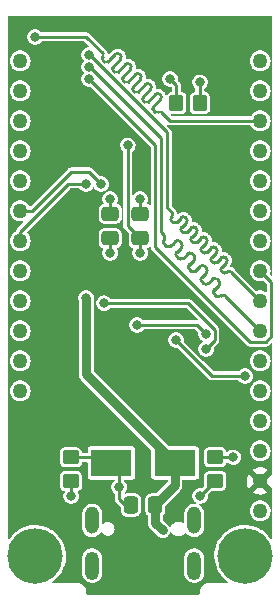
<source format=gbr>
%TF.GenerationSoftware,KiCad,Pcbnew,5.99.0-unknown-64d35ecebc~127~ubuntu20.04.1*%
%TF.CreationDate,2021-05-01T12:49:23+10:00*%
%TF.ProjectId,bm83-featherwing,626d3833-2d66-4656-9174-68657277696e,rev?*%
%TF.SameCoordinates,Original*%
%TF.FileFunction,Copper,L2,Bot*%
%TF.FilePolarity,Positive*%
%FSLAX46Y46*%
G04 Gerber Fmt 4.6, Leading zero omitted, Abs format (unit mm)*
G04 Created by KiCad (PCBNEW 5.99.0-unknown-64d35ecebc~127~ubuntu20.04.1) date 2021-05-01 12:49:23*
%MOMM*%
%LPD*%
G01*
G04 APERTURE LIST*
G04 Aperture macros list*
%AMRoundRect*
0 Rectangle with rounded corners*
0 $1 Rounding radius*
0 $2 $3 $4 $5 $6 $7 $8 $9 X,Y pos of 4 corners*
0 Add a 4 corners polygon primitive as box body*
4,1,4,$2,$3,$4,$5,$6,$7,$8,$9,$2,$3,0*
0 Add four circle primitives for the rounded corners*
1,1,$1+$1,$2,$3*
1,1,$1+$1,$4,$5*
1,1,$1+$1,$6,$7*
1,1,$1+$1,$8,$9*
0 Add four rect primitives between the rounded corners*
20,1,$1+$1,$2,$3,$4,$5,0*
20,1,$1+$1,$4,$5,$6,$7,0*
20,1,$1+$1,$6,$7,$8,$9,0*
20,1,$1+$1,$8,$9,$2,$3,0*%
G04 Aperture macros list end*
%TA.AperFunction,ComponentPad*%
%ADD10C,1.270000*%
%TD*%
%TA.AperFunction,ComponentPad*%
%ADD11O,1.158000X2.316000*%
%TD*%
%TA.AperFunction,ComponentPad*%
%ADD12O,1.200000X2.400000*%
%TD*%
%TA.AperFunction,ComponentPad*%
%ADD13C,4.700000*%
%TD*%
%TA.AperFunction,SMDPad,CuDef*%
%ADD14RoundRect,0.250000X0.337500X0.475000X-0.337500X0.475000X-0.337500X-0.475000X0.337500X-0.475000X0*%
%TD*%
%TA.AperFunction,SMDPad,CuDef*%
%ADD15RoundRect,0.250000X0.475000X-0.337500X0.475000X0.337500X-0.475000X0.337500X-0.475000X-0.337500X0*%
%TD*%
%TA.AperFunction,SMDPad,CuDef*%
%ADD16RoundRect,0.250000X-0.350000X-0.450000X0.350000X-0.450000X0.350000X0.450000X-0.350000X0.450000X0*%
%TD*%
%TA.AperFunction,SMDPad,CuDef*%
%ADD17RoundRect,0.250000X-0.450000X0.350000X-0.450000X-0.350000X0.450000X-0.350000X0.450000X0.350000X0*%
%TD*%
%TA.AperFunction,SMDPad,CuDef*%
%ADD18RoundRect,0.250000X0.450000X-0.350000X0.450000X0.350000X-0.450000X0.350000X-0.450000X-0.350000X0*%
%TD*%
%TA.AperFunction,SMDPad,CuDef*%
%ADD19R,3.500000X2.300000*%
%TD*%
%TA.AperFunction,ViaPad*%
%ADD20C,0.800000*%
%TD*%
%TA.AperFunction,Conductor*%
%ADD21C,0.250000*%
%TD*%
%TA.AperFunction,Conductor*%
%ADD22C,0.750000*%
%TD*%
G04 APERTURE END LIST*
D10*
%TO.P,J1,1,Pin_1*%
%TO.N,unconnected-(J1-Pad1)*%
X135890000Y-111760000D03*
%TO.P,J1,2,Pin_2*%
%TO.N,unconnected-(J1-Pad2)*%
X135890000Y-109220000D03*
%TO.P,J1,3,Pin_3*%
%TO.N,unconnected-(J1-Pad3)*%
X135890000Y-106680000D03*
%TO.P,J1,4,Pin_4*%
%TO.N,unconnected-(J1-Pad4)*%
X135890000Y-104140000D03*
%TO.P,J1,5,Pin_5*%
%TO.N,MFB*%
X135890000Y-101600000D03*
%TO.P,J1,6,Pin_6*%
%TO.N,TXD*%
X135890000Y-99060000D03*
%TO.P,J1,7,Pin_7*%
%TO.N,RXD*%
X135890000Y-96520000D03*
%TO.P,J1,8,Pin_8*%
%TO.N,unconnected-(J1-Pad8)*%
X135890000Y-93980000D03*
%TO.P,J1,9,Pin_9*%
%TO.N,unconnected-(J1-Pad9)*%
X135890000Y-91440000D03*
%TO.P,J1,10,Pin_10*%
%TO.N,unconnected-(J1-Pad10)*%
X135890000Y-88900000D03*
%TO.P,J1,11,Pin_11*%
%TO.N,unconnected-(J1-Pad11)*%
X135890000Y-86360000D03*
%TO.P,J1,12,Pin_12*%
%TO.N,unconnected-(J1-Pad12)*%
X135890000Y-83820000D03*
%TD*%
D11*
%TO.P,J3,S3,SHIELD*%
%TO.N,GND*%
X141984000Y-122719000D03*
%TO.P,J3,S4,SHIELD*%
X150624000Y-122719000D03*
D12*
%TO.P,J3,S5,SHIELD*%
X141984000Y-126544000D03*
%TO.P,J3,S6,SHIELD*%
X150624000Y-126544000D03*
%TD*%
D10*
%TO.P,J2,1,Pin_1*%
%TO.N,+3.3VA*%
X156210000Y-83820000D03*
%TO.P,J2,2,Pin_2*%
%TO.N,unconnected-(J2-Pad2)*%
X156210000Y-86360000D03*
%TO.P,J2,3,Pin_3*%
%TO.N,MCK*%
X156210000Y-88900000D03*
%TO.P,J2,4,Pin_4*%
%TO.N,unconnected-(J2-Pad4)*%
X156210000Y-91440000D03*
%TO.P,J2,5,Pin_5*%
%TO.N,unconnected-(J2-Pad5)*%
X156210000Y-93980000D03*
%TO.P,J2,6,Pin_6*%
%TO.N,unconnected-(J2-Pad6)*%
X156210000Y-96520000D03*
%TO.P,J2,7,Pin_7*%
%TO.N,unconnected-(J2-Pad7)*%
X156210000Y-99060000D03*
%TO.P,J2,8,Pin_8*%
%TO.N,SDI*%
X156210000Y-101600000D03*
%TO.P,J2,9,Pin_9*%
%TO.N,LRCK*%
X156210000Y-104140000D03*
%TO.P,J2,10,Pin_10*%
%TO.N,SCK*%
X156210000Y-106680000D03*
%TO.P,J2,11,Pin_11*%
%TO.N,unconnected-(J2-Pad11)*%
X156210000Y-109220000D03*
%TO.P,J2,12,Pin_12*%
%TO.N,unconnected-(J2-Pad12)*%
X156210000Y-111760000D03*
%TO.P,J2,13,Pin_13*%
%TO.N,GND*%
X156210000Y-114300000D03*
%TO.P,J2,14,Pin_14*%
%TO.N,unconnected-(J2-Pad14)*%
X156210000Y-116840000D03*
%TO.P,J2,15,Pin_15*%
%TO.N,+3V3*%
X156210000Y-119380000D03*
%TO.P,J2,16,Pin_16*%
%TO.N,unconnected-(J2-Pad16)*%
X156210000Y-121920000D03*
%TD*%
D13*
%TO.P,REF\u002A\u002A,1*%
%TO.N,GND*%
X137160000Y-125730000D03*
%TD*%
%TO.P,,1*%
%TO.N,GND*%
X154940000Y-125730000D03*
%TD*%
D14*
%TO.P,C1,1*%
%TO.N,ADAP_IN*%
X147341500Y-121412000D03*
%TO.P,C1,2*%
%TO.N,GND*%
X145266500Y-121412000D03*
%TD*%
D15*
%TO.P,C4,1*%
%TO.N,SYS_PWR*%
X143510000Y-98827500D03*
%TO.P,C4,2*%
%TO.N,GND*%
X143510000Y-96752500D03*
%TD*%
D16*
%TO.P,R3,1*%
%TO.N,VDD_IO*%
X149114000Y-87376000D03*
%TO.P,R3,2*%
%TO.N,RST_N*%
X151114000Y-87376000D03*
%TD*%
D17*
%TO.P,R1,1*%
%TO.N,GND*%
X152400000Y-117364000D03*
%TO.P,R1,2*%
%TO.N,Net-(J3-Pad9)*%
X152400000Y-119364000D03*
%TD*%
D15*
%TO.P,C3,1*%
%TO.N,VDD_IO*%
X146050000Y-98827500D03*
%TO.P,C3,2*%
%TO.N,GND*%
X146050000Y-96752500D03*
%TD*%
D18*
%TO.P,R2,1*%
%TO.N,Net-(J3-Pad3)*%
X140192000Y-119380000D03*
%TO.P,R2,2*%
%TO.N,GND*%
X140192000Y-117380000D03*
%TD*%
D19*
%TO.P,D3,1,A1*%
%TO.N,ADAP_IN*%
X149004000Y-117856000D03*
%TO.P,D3,2,A2*%
%TO.N,GND*%
X143604000Y-117856000D03*
%TD*%
D20*
%TO.N,GND*%
X144272000Y-119888000D03*
X153908000Y-117364000D03*
X143510000Y-95504000D03*
X146050000Y-95504000D03*
%TO.N,Net-(J3-Pad9)*%
X151130000Y-120650000D03*
%TO.N,Net-(J3-Pad3)*%
X140208000Y-120650000D03*
%TO.N,ADAP_IN*%
X147957969Y-123568031D03*
X141478000Y-103886000D03*
%TO.N,LRCK*%
X141732000Y-83312000D03*
%TO.N,SCK*%
X141732000Y-84328000D03*
%TO.N,SDI*%
X141732000Y-85344000D03*
%TO.N,MCK*%
X137160000Y-81788000D03*
%TO.N,+3V3*%
X142240000Y-100584000D03*
%TO.N,SYS_PWR*%
X151638000Y-108204000D03*
X142978120Y-104329000D03*
X143510000Y-100076000D03*
%TO.N,VDD_IO*%
X145000480Y-90965520D03*
X146050000Y-100076000D03*
X148590000Y-85344000D03*
%TO.N,RXD*%
X142748000Y-94234000D03*
%TO.N,TXD*%
X141478000Y-94234000D03*
%TO.N,P3_4*%
X151638000Y-106934000D03*
X145796000Y-106172000D03*
%TO.N,RST_N*%
X154940000Y-110490000D03*
X149098000Y-107442000D03*
X151114000Y-85614000D03*
%TD*%
D21*
%TO.N,GND*%
X146050000Y-96752500D02*
X146050000Y-95504000D01*
X143510000Y-96752500D02*
X143510000Y-96774000D01*
X143128000Y-117380000D02*
X143604000Y-117856000D01*
X144272000Y-119888000D02*
X144272000Y-118524000D01*
X144272000Y-118524000D02*
X143604000Y-117856000D01*
X140192000Y-117380000D02*
X143128000Y-117380000D01*
X145266500Y-121412000D02*
X144780000Y-121412000D01*
X152400000Y-117364000D02*
X153908000Y-117364000D01*
X143510000Y-96774000D02*
X143510000Y-95504000D01*
X144780000Y-121412000D02*
X144272000Y-120904000D01*
X144272000Y-120904000D02*
X144272000Y-119888000D01*
%TO.N,Net-(J3-Pad9)*%
X152400000Y-119380000D02*
X151130000Y-120650000D01*
X152400000Y-119364000D02*
X152400000Y-119380000D01*
%TO.N,Net-(J3-Pad3)*%
X140208000Y-119396000D02*
X140192000Y-119380000D01*
X140208000Y-120650000D02*
X140208000Y-119396000D01*
D22*
%TO.N,ADAP_IN*%
X141478000Y-110330000D02*
X149004000Y-117856000D01*
X147341500Y-122951562D02*
X147957969Y-123568031D01*
X141478000Y-103886000D02*
X141478000Y-110330000D01*
X149004000Y-119749500D02*
X147341500Y-121412000D01*
X149004000Y-117856000D02*
X149004000Y-119749500D01*
X147341500Y-121412000D02*
X147341500Y-122951562D01*
D21*
%TO.N,LRCK*%
X148716998Y-97407377D02*
X148716999Y-97407377D01*
X152495653Y-100045463D02*
X152305558Y-100235558D01*
X149569884Y-98260263D02*
X149613959Y-98304338D01*
X150418411Y-99108790D02*
X150418410Y-99108789D01*
X149141263Y-97451451D02*
X149331358Y-97261356D01*
X152539725Y-100849916D02*
X152539726Y-100849916D01*
X150608506Y-98538506D02*
X150418410Y-98728601D01*
X151647128Y-99196937D02*
X151647127Y-99196937D01*
X153300105Y-100469726D02*
X153344180Y-100513801D01*
X153344180Y-100893989D02*
X153344179Y-100893989D01*
X141788277Y-83312000D02*
X148336000Y-89859723D01*
X149950076Y-97499885D02*
X149950075Y-97499885D01*
X149994148Y-98304338D02*
X150374337Y-97924146D01*
X150754527Y-97924148D02*
X150798602Y-97968223D01*
X152451579Y-99621200D02*
X152495654Y-99665275D01*
X152539726Y-100849916D02*
X152919915Y-100469724D01*
X152115463Y-100805842D02*
X152115462Y-100805841D01*
X149569885Y-98260264D02*
X149569884Y-98260263D01*
X150798602Y-98348411D02*
X150798601Y-98348411D01*
X149141262Y-97451452D02*
X149141263Y-97451452D01*
X151691200Y-100001390D02*
X152071389Y-99621198D01*
X148336000Y-96266000D02*
X148717000Y-96647000D01*
X151603053Y-98772674D02*
X151647128Y-98816749D01*
X153388252Y-101698442D02*
X153388252Y-101698441D01*
X148716999Y-97027189D02*
X148717000Y-97027188D01*
X151603054Y-98772675D02*
X151603053Y-98772674D01*
X151691199Y-100001390D02*
X151691200Y-100001390D01*
X150418410Y-99108789D02*
X150462485Y-99152864D01*
X152963989Y-101654368D02*
X152963988Y-101654367D01*
X148336000Y-89859723D02*
X148336000Y-96266000D01*
X152963988Y-101654367D02*
X153008063Y-101698442D01*
X153154084Y-101084084D02*
X152963988Y-101274179D01*
X149141263Y-97451452D02*
X149141263Y-97451451D01*
X152115462Y-100805841D02*
X152159537Y-100849916D01*
X149994147Y-98304338D02*
X149994148Y-98304338D01*
X151266937Y-99957316D02*
X151266936Y-99957315D01*
X151647127Y-99196937D02*
X151457032Y-99387032D01*
X151457032Y-99387032D02*
X151266936Y-99577127D01*
X149759980Y-97689980D02*
X149569884Y-97880075D01*
X149335717Y-97265717D02*
X149525811Y-97075620D01*
X148716999Y-97407377D02*
X148761074Y-97451452D01*
X151266936Y-99957315D02*
X151311011Y-100001390D01*
X153300106Y-100469727D02*
X153300105Y-100469726D01*
X149906002Y-97075623D02*
X149906001Y-97075622D01*
X150798601Y-98348411D02*
X150608506Y-98538506D01*
X149331358Y-97261356D02*
X149335717Y-97265717D01*
X148717000Y-97027188D02*
X148716999Y-97027188D01*
X150842673Y-99152864D02*
X150842674Y-99152864D01*
X150754528Y-97924149D02*
X150754527Y-97924148D01*
X150842674Y-99152864D02*
X151222863Y-98772672D01*
X149906001Y-97075622D02*
X149950076Y-97119697D01*
X141732000Y-83312000D02*
X141788277Y-83312000D01*
X153388251Y-101698442D02*
X153388252Y-101698442D01*
X152305558Y-100235558D02*
X152115462Y-100425653D01*
X152451580Y-99621201D02*
X152451579Y-99621200D01*
X149950075Y-97499885D02*
X149759980Y-97689980D01*
X153768441Y-101698440D02*
X153768441Y-101698441D01*
X152495654Y-100045463D02*
X152495653Y-100045463D01*
X153344179Y-100893989D02*
X153154084Y-101084084D01*
X153768441Y-101698441D02*
X156210000Y-104140000D01*
X149141262Y-97451452D02*
G75*
G02*
X148761074Y-97451452I-190094J190092D01*
G01*
X149950076Y-97499885D02*
G75*
G03*
X149950076Y-97119697I-190092J190094D01*
G01*
X149569886Y-98260263D02*
G75*
G02*
X149569885Y-97880076I190094J190094D01*
G01*
X148716999Y-97407376D02*
G75*
G02*
X148717000Y-97027189I190095J190093D01*
G01*
X153768440Y-101698441D02*
G75*
G03*
X153388253Y-101698442I-190093J-190095D01*
G01*
X151691199Y-100001390D02*
G75*
G02*
X151311011Y-100001390I-190094J190092D01*
G01*
X152963990Y-101654367D02*
G75*
G02*
X152963989Y-101274180I190094J190094D01*
G01*
X150754527Y-97924150D02*
G75*
G03*
X150374338Y-97924147I-190096J-190099D01*
G01*
X151603053Y-98772676D02*
G75*
G03*
X151222864Y-98772673I-190096J-190099D01*
G01*
X151266938Y-99957315D02*
G75*
G02*
X151266937Y-99577128I190094J190094D01*
G01*
X150418412Y-99108789D02*
G75*
G02*
X150418411Y-98728602I190094J190094D01*
G01*
X149994147Y-98304338D02*
G75*
G02*
X149613959Y-98304338I-190094J190092D01*
G01*
X151647128Y-99196937D02*
G75*
G03*
X151647128Y-98816749I-190092J190094D01*
G01*
X152539725Y-100849916D02*
G75*
G02*
X152159537Y-100849916I-190094J190092D01*
G01*
X152451579Y-99621202D02*
G75*
G03*
X152071390Y-99621199I-190096J-190099D01*
G01*
X153300105Y-100469728D02*
G75*
G03*
X152919916Y-100469725I-190096J-190099D01*
G01*
X149906001Y-97075624D02*
G75*
G03*
X149525812Y-97075621I-190096J-190099D01*
G01*
X148716998Y-97027188D02*
G75*
G03*
X148716999Y-96647001I-190094J190094D01*
G01*
X150842673Y-99152864D02*
G75*
G02*
X150462485Y-99152864I-190094J190092D01*
G01*
X150798602Y-98348411D02*
G75*
G03*
X150798602Y-97968223I-190092J190094D01*
G01*
X153388251Y-101698442D02*
G75*
G02*
X153008063Y-101698442I-190094J190092D01*
G01*
X152115464Y-100805841D02*
G75*
G02*
X152115463Y-100425654I190094J190094D01*
G01*
X152495654Y-100045463D02*
G75*
G03*
X152495654Y-99665275I-190092J190094D01*
G01*
X153344180Y-100893989D02*
G75*
G03*
X153344180Y-100513801I-190092J190094D01*
G01*
%TO.N,SCK*%
X149530214Y-99614013D02*
X149144011Y-100000212D01*
X151795656Y-102651858D02*
X151795657Y-102651858D01*
X153242515Y-103712515D02*
X153242516Y-103712515D01*
X152712188Y-102795987D02*
X152325985Y-103182186D01*
X150204668Y-101447071D02*
X150204669Y-101447071D01*
X152856314Y-103712516D02*
X152856315Y-103712516D01*
X149386084Y-99083682D02*
X149530213Y-99227811D01*
X148081999Y-98938201D02*
X148082000Y-98938200D01*
X150590872Y-100674671D02*
X150204669Y-101060870D01*
X150446743Y-100144340D02*
X150446742Y-100144340D01*
X150204669Y-101447071D02*
X150348798Y-101591200D01*
X150734999Y-101591200D02*
X151121198Y-101204997D01*
X149530213Y-99614011D02*
X149530214Y-99614013D01*
X148082000Y-98938200D02*
X148081999Y-98938200D01*
X152325984Y-103568387D02*
X152325985Y-103568387D01*
X148081999Y-99324400D02*
X148081999Y-99324401D01*
X148081999Y-99324401D02*
X148226128Y-99468530D01*
X151651530Y-101735329D02*
X151265327Y-102121528D01*
X152856315Y-103712516D02*
X152856315Y-103712515D01*
X153242516Y-103712515D02*
X156210000Y-106680000D01*
X150734998Y-101591200D02*
X150734999Y-101591200D01*
X151265327Y-102507729D02*
X151409456Y-102651858D01*
X148806783Y-99276783D02*
X148999882Y-99083681D01*
X149674340Y-100530542D02*
X149674341Y-100530542D01*
X152325985Y-103568387D02*
X152470114Y-103712516D01*
X141732000Y-84328000D02*
X141788277Y-84328000D01*
X148612329Y-99468529D02*
X148805429Y-99275429D01*
X148612329Y-99468530D02*
X148612329Y-99468529D01*
X149386085Y-99083682D02*
X149386084Y-99083682D01*
X147828000Y-98298000D02*
X148082000Y-98552000D01*
X141788277Y-84328000D02*
X147828000Y-90367723D01*
X148805429Y-99275429D02*
X148806783Y-99276783D01*
X149144010Y-100386413D02*
X149144011Y-100386413D01*
X152568059Y-102265656D02*
X152568058Y-102265656D01*
X150590871Y-100674669D02*
X150590872Y-100674671D01*
X151795657Y-102651858D02*
X152181856Y-102265655D01*
X152568058Y-102265656D02*
X152712187Y-102409785D01*
X151651529Y-101735327D02*
X151651530Y-101735329D01*
X148612328Y-99468530D02*
X148612329Y-99468530D01*
X151265326Y-102507729D02*
X151265327Y-102507729D01*
X149144011Y-100386413D02*
X149288140Y-100530542D01*
X150446742Y-100144340D02*
X150590871Y-100288469D01*
X151507401Y-101204998D02*
X151507400Y-101204998D01*
X147828000Y-90367723D02*
X147828000Y-98298000D01*
X149674341Y-100530542D02*
X150060540Y-100144339D01*
X152712187Y-102795985D02*
X152712188Y-102795987D01*
X151507400Y-101204998D02*
X151651529Y-101349127D01*
X152856313Y-103712515D02*
G75*
G02*
X152470115Y-103712515I-193099J193098D01*
G01*
X150204668Y-101447071D02*
G75*
G02*
X150204669Y-101060870I193102J193100D01*
G01*
X148081999Y-98938201D02*
G75*
G03*
X148082000Y-98552000I-193101J193101D01*
G01*
X148082000Y-99324399D02*
G75*
G02*
X148082000Y-98938201I193098J193099D01*
G01*
X150446742Y-100144341D02*
G75*
G03*
X150060541Y-100144340I-193101J-193103D01*
G01*
X151507400Y-101204999D02*
G75*
G03*
X151121199Y-101204998I-193101J-193103D01*
G01*
X149674339Y-100530541D02*
G75*
G02*
X149288141Y-100530541I-193099J193098D01*
G01*
X152568058Y-102265657D02*
G75*
G03*
X152181857Y-102265656I-193101J-193103D01*
G01*
X148612327Y-99468529D02*
G75*
G02*
X148226129Y-99468529I-193099J193098D01*
G01*
X153242514Y-103712516D02*
G75*
G03*
X152856316Y-103712516I-193099J-193098D01*
G01*
X150590871Y-100674669D02*
G75*
G03*
X150590871Y-100288469I-193095J193100D01*
G01*
X149144010Y-100386413D02*
G75*
G02*
X149144011Y-100000212I193102J193100D01*
G01*
X149386084Y-99083683D02*
G75*
G03*
X148999883Y-99083682I-193101J-193103D01*
G01*
X151795655Y-102651857D02*
G75*
G02*
X151409457Y-102651857I-193099J193098D01*
G01*
X152712187Y-102795985D02*
G75*
G03*
X152712187Y-102409785I-193095J193100D01*
G01*
X151265326Y-102507729D02*
G75*
G02*
X151265327Y-102121528I193102J193100D01*
G01*
X152325984Y-103568387D02*
G75*
G02*
X152325985Y-103182186I193102J193100D01*
G01*
X150734997Y-101591199D02*
G75*
G02*
X150348799Y-101591199I-193099J193098D01*
G01*
X149530213Y-99614011D02*
G75*
G03*
X149530213Y-99227811I-193095J193100D01*
G01*
X151651529Y-101735327D02*
G75*
G03*
X151651529Y-101349127I-193095J193100D01*
G01*
%TO.N,SDI*%
X157169511Y-107140566D02*
X156670566Y-107639511D01*
X147320000Y-90932000D02*
X141732000Y-85344000D01*
X155391511Y-107639511D02*
X147320000Y-99568000D01*
X147320000Y-99568000D02*
X147320000Y-90932000D01*
X157169511Y-102559511D02*
X157169511Y-107140566D01*
X156210000Y-101600000D02*
X157169511Y-102559511D01*
X156670566Y-107639511D02*
X155391511Y-107639511D01*
%TO.N,MCK*%
X144998408Y-85587065D02*
X144998407Y-85587066D01*
X137160000Y-81788000D02*
X141478000Y-81788000D01*
X143440684Y-83750684D02*
X143931473Y-83259892D01*
X147749842Y-87078263D02*
X147749843Y-87078262D01*
X143725617Y-84592934D02*
X143871223Y-84738540D01*
X145846933Y-86435592D02*
X146477051Y-85805470D01*
X146901316Y-86229737D02*
X146901317Y-86229736D01*
X141478000Y-81788000D02*
X142875000Y-83185000D01*
X144355739Y-83684158D02*
X143725617Y-84314276D01*
X143725618Y-84592935D02*
X143725617Y-84592934D01*
X147822643Y-88132644D02*
X148590000Y-88900000D01*
X143299265Y-83887921D02*
X143299264Y-83887922D01*
X144149881Y-84738540D02*
X144779999Y-84108418D01*
X143438593Y-83748592D02*
X143440684Y-83750684D01*
X144149882Y-84738539D02*
X144149881Y-84738540D01*
X147119722Y-87987039D02*
X147119721Y-87987038D01*
X144574143Y-85441460D02*
X144719749Y-85587066D01*
X146695459Y-87284118D02*
X147325577Y-86653996D01*
X145846934Y-86435591D02*
X145846933Y-86435592D01*
X147749843Y-87078262D02*
X147119721Y-87708380D01*
X144355738Y-83684159D02*
X144355739Y-83684158D01*
X144998407Y-85587066D02*
X145628525Y-84956944D01*
X145204265Y-84532684D02*
X144574143Y-85162802D01*
X143299264Y-83887922D02*
X143438593Y-83748592D01*
X142874999Y-83463659D02*
X142875000Y-83463658D01*
X144574144Y-85441461D02*
X144574143Y-85441460D01*
X146695460Y-87284117D02*
X146695459Y-87284118D01*
X145204264Y-84532685D02*
X145204265Y-84532684D01*
X148590000Y-88900000D02*
X156210000Y-88900000D01*
X142875000Y-83742316D02*
X143020606Y-83887922D01*
X146271196Y-87138513D02*
X146271195Y-87138512D01*
X145422670Y-86289987D02*
X145422669Y-86289986D01*
X147119721Y-87987038D02*
X147265327Y-88132644D01*
X147543986Y-88132643D02*
X147543985Y-88132644D01*
X146052791Y-85381210D02*
X145422669Y-86011328D01*
X145422669Y-86289986D02*
X145568275Y-86435592D01*
X146271195Y-87138512D02*
X146416801Y-87284118D01*
X146901317Y-86229736D02*
X146271195Y-86859854D01*
X146052790Y-85381211D02*
X146052791Y-85381210D01*
X143725619Y-84592934D02*
G75*
G02*
X143725618Y-84314277I139327J139329D01*
G01*
X145204264Y-84108421D02*
G75*
G03*
X144780000Y-84108419I-212133J-212136D01*
G01*
X143299264Y-83887920D02*
G75*
G02*
X143020607Y-83887921I-139329J139327D01*
G01*
X146052790Y-85381211D02*
G75*
G03*
X146052791Y-84956946I-212134J212133D01*
G01*
X142875001Y-83742315D02*
G75*
G02*
X142875001Y-83463659I139328J139328D01*
G01*
X144355738Y-83259895D02*
G75*
G03*
X143931474Y-83259893I-212133J-212136D01*
G01*
X145204264Y-84532685D02*
G75*
G03*
X145204265Y-84108420I-212134J212133D01*
G01*
X146901316Y-85805473D02*
G75*
G03*
X146477052Y-85805471I-212133J-212136D01*
G01*
X146271197Y-87138512D02*
G75*
G02*
X146271196Y-86859855I139327J139329D01*
G01*
X147543985Y-88132642D02*
G75*
G02*
X147265328Y-88132643I-139329J139327D01*
G01*
X146901316Y-86229737D02*
G75*
G03*
X146901317Y-85805472I-212134J212133D01*
G01*
X147749842Y-86653999D02*
G75*
G03*
X147325578Y-86653997I-212133J-212136D01*
G01*
X142874998Y-83463658D02*
G75*
G03*
X142874999Y-83185001I-139327J139329D01*
G01*
X147749842Y-87078263D02*
G75*
G03*
X147749843Y-86653998I-212134J212133D01*
G01*
X144574145Y-85441460D02*
G75*
G02*
X144574144Y-85162803I139327J139329D01*
G01*
X145422671Y-86289986D02*
G75*
G02*
X145422670Y-86011329I139327J139329D01*
G01*
X147822642Y-88132645D02*
G75*
G03*
X147543986Y-88132645I-139328J-139328D01*
G01*
X146052790Y-84956947D02*
G75*
G03*
X145628526Y-84956945I-212133J-212136D01*
G01*
X147119723Y-87987038D02*
G75*
G02*
X147119722Y-87708381I139327J139329D01*
G01*
X145846933Y-86435590D02*
G75*
G02*
X145568276Y-86435591I-139329J139327D01*
G01*
X144149881Y-84738538D02*
G75*
G02*
X143871224Y-84738539I-139329J139327D01*
G01*
X144355738Y-83684159D02*
G75*
G03*
X144355739Y-83259894I-212134J212133D01*
G01*
X144998407Y-85587064D02*
G75*
G02*
X144719750Y-85587065I-139329J139327D01*
G01*
X146695459Y-87284116D02*
G75*
G02*
X146416802Y-87284117I-139329J139327D01*
G01*
%TO.N,SYS_PWR*%
X152362511Y-106586234D02*
X152362511Y-107479489D01*
X150105277Y-104329000D02*
X152362511Y-106586234D01*
X142978120Y-104329000D02*
X150105277Y-104329000D01*
X152362511Y-107479489D02*
X151638000Y-108204000D01*
X150105277Y-104329000D02*
X150170277Y-104394000D01*
X143510000Y-100076000D02*
X143510000Y-98827500D01*
%TO.N,VDD_IO*%
X146050000Y-100076000D02*
X146050000Y-98827500D01*
X145000480Y-97777980D02*
X145000480Y-90965520D01*
X149114000Y-85868000D02*
X149114000Y-87376000D01*
X148590000Y-85344000D02*
X149114000Y-85868000D01*
X146050000Y-98827500D02*
X145000480Y-97777980D01*
%TO.N,RXD*%
X141732000Y-93218000D02*
X140208000Y-93218000D01*
X136906000Y-96520000D02*
X135890000Y-96520000D01*
X142748000Y-94234000D02*
X141732000Y-93218000D01*
X140208000Y-93218000D02*
X136906000Y-96520000D01*
%TO.N,TXD*%
X135890000Y-98298000D02*
X135890000Y-99060000D01*
X139954000Y-94234000D02*
X135890000Y-98298000D01*
X141478000Y-94234000D02*
X139954000Y-94234000D01*
%TO.N,P3_4*%
X145796000Y-106172000D02*
X150876000Y-106172000D01*
X150876000Y-106172000D02*
X151638000Y-106934000D01*
%TO.N,RST_N*%
X149098000Y-107442000D02*
X152146000Y-110490000D01*
X151114000Y-87376000D02*
X151114000Y-85614000D01*
X152146000Y-110490000D02*
X154940000Y-110490000D01*
%TD*%
%TA.AperFunction,Conductor*%
%TO.N,+3V3*%
G36*
X157207694Y-80028306D02*
G01*
X157226000Y-80072500D01*
X157226000Y-83783421D01*
X157212004Y-83817209D01*
X157212072Y-83817246D01*
X157226000Y-83856579D01*
X157226000Y-86323421D01*
X157212004Y-86357209D01*
X157212072Y-86357246D01*
X157226000Y-86396579D01*
X157226000Y-88863421D01*
X157212004Y-88897209D01*
X157212072Y-88897246D01*
X157226000Y-88936579D01*
X157226000Y-91403421D01*
X157212004Y-91437209D01*
X157212072Y-91437246D01*
X157226000Y-91476579D01*
X157226000Y-93943421D01*
X157212004Y-93977209D01*
X157212072Y-93977246D01*
X157226000Y-94016579D01*
X157226000Y-96483421D01*
X157212004Y-96517209D01*
X157212072Y-96517246D01*
X157226000Y-96556579D01*
X157226000Y-99023421D01*
X157212004Y-99057209D01*
X157212072Y-99057246D01*
X157226000Y-99096579D01*
X157226000Y-101563421D01*
X157212004Y-101597209D01*
X157212072Y-101597246D01*
X157226000Y-101636579D01*
X157226000Y-101928417D01*
X157207694Y-101972611D01*
X157163500Y-101990917D01*
X157119306Y-101972611D01*
X157074690Y-101927995D01*
X157056384Y-101883801D01*
X157059442Y-101864490D01*
X157082994Y-101792007D01*
X157083941Y-101789092D01*
X157083941Y-101789091D01*
X157084953Y-101785977D01*
X157101342Y-101630046D01*
X157116600Y-101601943D01*
X157101342Y-101569954D01*
X157098331Y-101541307D01*
X157084953Y-101414023D01*
X157027166Y-101236174D01*
X157016121Y-101217043D01*
X156935304Y-101077062D01*
X156935301Y-101077058D01*
X156933666Y-101074226D01*
X156926504Y-101066271D01*
X156816835Y-100944473D01*
X156808537Y-100935257D01*
X156657250Y-100825340D01*
X156486416Y-100749280D01*
X156483209Y-100748598D01*
X156483208Y-100748598D01*
X156306711Y-100711082D01*
X156306708Y-100711082D01*
X156303501Y-100710400D01*
X156116499Y-100710400D01*
X156113292Y-100711082D01*
X156113289Y-100711082D01*
X155936792Y-100748598D01*
X155936791Y-100748598D01*
X155933584Y-100749280D01*
X155762750Y-100825340D01*
X155611463Y-100935257D01*
X155603165Y-100944473D01*
X155493497Y-101066271D01*
X155486334Y-101074226D01*
X155484699Y-101077058D01*
X155484696Y-101077062D01*
X155403879Y-101217043D01*
X155392834Y-101236174D01*
X155335047Y-101414023D01*
X155315500Y-101600000D01*
X155335047Y-101785977D01*
X155336059Y-101789091D01*
X155336059Y-101789092D01*
X155345091Y-101816890D01*
X155392834Y-101963826D01*
X155394469Y-101966659D01*
X155394470Y-101966660D01*
X155484696Y-102122938D01*
X155484699Y-102122942D01*
X155486334Y-102125774D01*
X155488525Y-102128208D01*
X155488527Y-102128210D01*
X155563074Y-102211002D01*
X155611463Y-102264743D01*
X155762750Y-102374660D01*
X155933584Y-102450720D01*
X155936791Y-102451402D01*
X155936792Y-102451402D01*
X156113289Y-102488918D01*
X156113292Y-102488918D01*
X156116499Y-102489600D01*
X156303501Y-102489600D01*
X156306706Y-102488919D01*
X156306713Y-102488918D01*
X156484241Y-102451183D01*
X156531275Y-102459900D01*
X156541429Y-102468123D01*
X156771705Y-102698399D01*
X156790011Y-102742593D01*
X156790011Y-103339134D01*
X156771705Y-103383328D01*
X156727511Y-103401634D01*
X156690774Y-103389697D01*
X156686110Y-103386308D01*
X156657250Y-103365340D01*
X156486416Y-103289280D01*
X156483209Y-103288598D01*
X156483208Y-103288598D01*
X156306711Y-103251082D01*
X156306708Y-103251082D01*
X156303501Y-103250400D01*
X156116499Y-103250400D01*
X156113294Y-103251081D01*
X156113287Y-103251082D01*
X155935760Y-103288817D01*
X155888726Y-103280100D01*
X155878572Y-103271877D01*
X154093659Y-101486964D01*
X154082975Y-101472679D01*
X154075221Y-101458449D01*
X154068900Y-101451666D01*
X154067907Y-101450770D01*
X154067899Y-101450762D01*
X153975433Y-101367318D01*
X153964391Y-101357353D01*
X153962959Y-101356437D01*
X153960565Y-101354457D01*
X153940731Y-101336692D01*
X153940727Y-101336689D01*
X153937795Y-101334063D01*
X153932915Y-101331528D01*
X153930758Y-101330407D01*
X153930746Y-101330401D01*
X153929567Y-101329789D01*
X153928330Y-101329277D01*
X153928320Y-101329272D01*
X153911274Y-101322212D01*
X153901503Y-101317113D01*
X153886661Y-101307615D01*
X153886659Y-101307614D01*
X153882308Y-101304830D01*
X153877290Y-101303605D01*
X153877289Y-101303605D01*
X153855336Y-101298248D01*
X153846243Y-101295275D01*
X153834566Y-101290438D01*
X153827703Y-101286415D01*
X153827504Y-101286777D01*
X153822973Y-101284286D01*
X153818921Y-101281092D01*
X153814052Y-101279382D01*
X153775080Y-101265696D01*
X153771878Y-101264472D01*
X153750669Y-101255687D01*
X153748152Y-101255104D01*
X153748150Y-101255103D01*
X153741988Y-101253675D01*
X153735390Y-101251759D01*
X153711934Y-101243522D01*
X153698243Y-101238714D01*
X153689006Y-101237914D01*
X153689019Y-101237768D01*
X153646139Y-101217802D01*
X153629753Y-101172861D01*
X153645796Y-101133678D01*
X153658978Y-101119072D01*
X153685261Y-101089948D01*
X153686185Y-101088505D01*
X153688156Y-101086122D01*
X153708558Y-101063343D01*
X153712832Y-101055116D01*
X153720411Y-101036817D01*
X153725507Y-101027054D01*
X153735001Y-101012219D01*
X153737786Y-101007867D01*
X153740570Y-100996462D01*
X153744369Y-100980893D01*
X153747342Y-100971800D01*
X153752182Y-100960117D01*
X153756203Y-100953258D01*
X153755839Y-100953058D01*
X153758327Y-100948532D01*
X153761527Y-100944473D01*
X153776921Y-100900639D01*
X153778145Y-100897437D01*
X153785946Y-100878604D01*
X153785948Y-100878596D01*
X153786934Y-100876217D01*
X153787516Y-100873707D01*
X153787519Y-100873697D01*
X153788949Y-100867529D01*
X153790864Y-100860935D01*
X153799917Y-100835155D01*
X153803906Y-100823796D01*
X153804706Y-100814559D01*
X153804706Y-100806689D01*
X153806320Y-100792577D01*
X153807770Y-100786320D01*
X153808937Y-100781286D01*
X153805031Y-100743162D01*
X153804706Y-100736792D01*
X153804706Y-100711733D01*
X153805795Y-100703853D01*
X153805384Y-100703808D01*
X153805951Y-100698674D01*
X153807353Y-100693703D01*
X153804800Y-100647304D01*
X153804706Y-100643870D01*
X153804706Y-100620920D01*
X153803242Y-100612121D01*
X153802489Y-100605305D01*
X153801816Y-100593062D01*
X153800326Y-100565994D01*
X153797530Y-100557154D01*
X153794519Y-100549883D01*
X153790609Y-100536227D01*
X153789554Y-100529887D01*
X153789554Y-100529886D01*
X153788706Y-100524794D01*
X153770507Y-100491065D01*
X153767769Y-100485305D01*
X153724418Y-100380646D01*
X153723428Y-100378256D01*
X153722521Y-100376801D01*
X153721213Y-100373993D01*
X153719301Y-100369424D01*
X153715366Y-100360025D01*
X153710926Y-100349418D01*
X153710924Y-100349414D01*
X153709407Y-100345791D01*
X153706896Y-100342471D01*
X153704622Y-100339466D01*
X153704619Y-100339463D01*
X153703813Y-100338397D01*
X153702914Y-100337400D01*
X153702905Y-100337390D01*
X153690546Y-100323695D01*
X153683914Y-100314897D01*
X153674594Y-100299953D01*
X153674593Y-100299951D01*
X153671860Y-100295570D01*
X153667855Y-100292309D01*
X153667853Y-100292307D01*
X153650328Y-100278039D01*
X153643391Y-100271447D01*
X153610681Y-100235203D01*
X153608172Y-100232096D01*
X153606886Y-100229736D01*
X153600565Y-100222953D01*
X153599572Y-100222057D01*
X153599564Y-100222049D01*
X153497965Y-100130363D01*
X153496056Y-100128640D01*
X153494624Y-100127724D01*
X153492230Y-100125744D01*
X153472396Y-100107979D01*
X153472392Y-100107976D01*
X153469460Y-100105350D01*
X153464580Y-100102815D01*
X153462423Y-100101694D01*
X153462411Y-100101688D01*
X153461232Y-100101076D01*
X153459995Y-100100564D01*
X153459985Y-100100559D01*
X153442939Y-100093499D01*
X153433168Y-100088400D01*
X153418326Y-100078902D01*
X153418324Y-100078901D01*
X153413973Y-100076117D01*
X153387004Y-100069536D01*
X153377906Y-100066561D01*
X153371943Y-100064092D01*
X153366233Y-100061726D01*
X153359375Y-100057708D01*
X153359176Y-100058070D01*
X153354647Y-100055580D01*
X153350592Y-100052383D01*
X153310697Y-100038372D01*
X153306768Y-100036992D01*
X153303561Y-100035766D01*
X153294842Y-100032155D01*
X153282334Y-100026974D01*
X153273635Y-100024958D01*
X153267056Y-100023046D01*
X153229916Y-100010003D01*
X153220679Y-100009203D01*
X153212810Y-100009203D01*
X153198698Y-100007589D01*
X153192437Y-100006138D01*
X153187402Y-100004971D01*
X153182266Y-100005497D01*
X153182263Y-100005497D01*
X153149279Y-100008877D01*
X153142909Y-100009202D01*
X153117858Y-100009202D01*
X153109975Y-100008111D01*
X153109930Y-100008523D01*
X153104794Y-100007956D01*
X153099824Y-100006554D01*
X153053420Y-100009107D01*
X153049989Y-100009201D01*
X153027041Y-100009201D01*
X153026053Y-100009365D01*
X152980824Y-99994868D01*
X152958938Y-99952333D01*
X152959619Y-99942990D01*
X152958920Y-99942946D01*
X152959244Y-99937795D01*
X152960411Y-99932760D01*
X152956505Y-99894636D01*
X152956180Y-99888266D01*
X152956180Y-99863207D01*
X152957269Y-99855327D01*
X152956858Y-99855282D01*
X152957425Y-99850148D01*
X152958827Y-99845177D01*
X152956274Y-99798778D01*
X152956180Y-99795344D01*
X152956180Y-99772394D01*
X152954716Y-99763595D01*
X152953963Y-99756779D01*
X152953871Y-99755097D01*
X152952486Y-99729936D01*
X152952016Y-99721389D01*
X152952016Y-99721387D01*
X152951800Y-99717468D01*
X152949004Y-99708628D01*
X152948095Y-99706432D01*
X152945993Y-99701359D01*
X152942083Y-99687701D01*
X152941028Y-99681361D01*
X152941028Y-99681360D01*
X152940180Y-99676268D01*
X152921981Y-99642539D01*
X152919243Y-99636779D01*
X152875892Y-99532120D01*
X152874902Y-99529730D01*
X152873995Y-99528275D01*
X152872687Y-99525467D01*
X152862400Y-99500892D01*
X152862398Y-99500888D01*
X152860881Y-99497265D01*
X152858370Y-99493945D01*
X152856096Y-99490940D01*
X152856093Y-99490937D01*
X152855287Y-99489871D01*
X152854388Y-99488874D01*
X152854379Y-99488864D01*
X152842020Y-99475169D01*
X152835388Y-99466371D01*
X152826068Y-99451427D01*
X152826067Y-99451425D01*
X152823334Y-99447044D01*
X152819329Y-99443783D01*
X152819327Y-99443781D01*
X152801802Y-99429513D01*
X152794865Y-99422921D01*
X152762155Y-99386677D01*
X152759646Y-99383570D01*
X152758360Y-99381210D01*
X152752039Y-99374427D01*
X152751046Y-99373531D01*
X152751038Y-99373523D01*
X152649439Y-99281837D01*
X152647530Y-99280114D01*
X152646098Y-99279198D01*
X152643704Y-99277218D01*
X152623870Y-99259453D01*
X152623866Y-99259450D01*
X152620934Y-99256824D01*
X152616054Y-99254289D01*
X152613897Y-99253168D01*
X152613885Y-99253162D01*
X152612706Y-99252550D01*
X152611469Y-99252038D01*
X152611459Y-99252033D01*
X152594413Y-99244973D01*
X152584642Y-99239874D01*
X152569800Y-99230376D01*
X152569798Y-99230375D01*
X152565447Y-99227591D01*
X152538478Y-99221010D01*
X152529380Y-99218035D01*
X152523417Y-99215566D01*
X152517707Y-99213200D01*
X152510849Y-99209182D01*
X152510650Y-99209544D01*
X152506121Y-99207054D01*
X152502066Y-99203857D01*
X152490839Y-99199914D01*
X152458242Y-99188466D01*
X152455035Y-99187240D01*
X152446316Y-99183629D01*
X152433808Y-99178448D01*
X152425109Y-99176432D01*
X152418530Y-99174520D01*
X152381390Y-99161477D01*
X152372153Y-99160677D01*
X152364284Y-99160677D01*
X152350172Y-99159063D01*
X152343911Y-99157612D01*
X152338876Y-99156445D01*
X152333740Y-99156971D01*
X152333737Y-99156971D01*
X152300753Y-99160351D01*
X152294383Y-99160676D01*
X152269332Y-99160676D01*
X152261449Y-99159585D01*
X152261404Y-99159997D01*
X152256268Y-99159430D01*
X152251298Y-99158028D01*
X152204894Y-99160581D01*
X152201463Y-99160675D01*
X152178515Y-99160675D01*
X152177527Y-99160839D01*
X152132298Y-99146342D01*
X152110412Y-99103807D01*
X152111093Y-99094464D01*
X152110394Y-99094420D01*
X152110718Y-99089269D01*
X152111885Y-99084234D01*
X152109402Y-99060000D01*
X155315500Y-99060000D01*
X155335047Y-99245977D01*
X155336059Y-99249091D01*
X155336059Y-99249092D01*
X155337982Y-99255010D01*
X155392834Y-99423826D01*
X155394469Y-99426659D01*
X155394470Y-99426660D01*
X155484696Y-99582938D01*
X155484699Y-99582942D01*
X155486334Y-99585774D01*
X155488525Y-99588208D01*
X155488527Y-99588210D01*
X155571180Y-99680004D01*
X155611463Y-99724743D01*
X155614118Y-99726672D01*
X155621268Y-99731867D01*
X155762750Y-99834660D01*
X155933584Y-99910720D01*
X155936791Y-99911402D01*
X155936792Y-99911402D01*
X156113289Y-99948918D01*
X156113292Y-99948918D01*
X156116499Y-99949600D01*
X156303501Y-99949600D01*
X156306708Y-99948918D01*
X156306711Y-99948918D01*
X156483208Y-99911402D01*
X156483209Y-99911402D01*
X156486416Y-99910720D01*
X156657250Y-99834660D01*
X156798732Y-99731867D01*
X156805882Y-99726672D01*
X156808537Y-99724743D01*
X156848820Y-99680004D01*
X156931473Y-99588210D01*
X156931475Y-99588208D01*
X156933666Y-99585774D01*
X156935301Y-99582942D01*
X156935304Y-99582938D01*
X157025530Y-99426660D01*
X157025531Y-99426659D01*
X157027166Y-99423826D01*
X157082018Y-99255010D01*
X157083941Y-99249092D01*
X157083941Y-99249091D01*
X157084953Y-99245977D01*
X157101342Y-99090046D01*
X157116600Y-99061943D01*
X157101342Y-99029954D01*
X157098961Y-99007301D01*
X157084953Y-98874023D01*
X157077893Y-98852293D01*
X157058956Y-98794014D01*
X157027166Y-98696174D01*
X157022263Y-98687681D01*
X156935304Y-98537062D01*
X156935301Y-98537058D01*
X156933666Y-98534226D01*
X156931161Y-98531443D01*
X156810733Y-98397696D01*
X156810734Y-98397696D01*
X156808537Y-98395257D01*
X156657250Y-98285340D01*
X156486416Y-98209280D01*
X156483209Y-98208598D01*
X156483208Y-98208598D01*
X156306711Y-98171082D01*
X156306708Y-98171082D01*
X156303501Y-98170400D01*
X156116499Y-98170400D01*
X156113292Y-98171082D01*
X156113289Y-98171082D01*
X155936792Y-98208598D01*
X155936791Y-98208598D01*
X155933584Y-98209280D01*
X155762750Y-98285340D01*
X155611463Y-98395257D01*
X155609266Y-98397696D01*
X155609267Y-98397696D01*
X155488840Y-98531443D01*
X155486334Y-98534226D01*
X155484699Y-98537058D01*
X155484696Y-98537062D01*
X155397737Y-98687681D01*
X155392834Y-98696174D01*
X155361044Y-98794014D01*
X155342108Y-98852293D01*
X155335047Y-98874023D01*
X155315500Y-99060000D01*
X152109402Y-99060000D01*
X152107979Y-99046110D01*
X152107654Y-99039740D01*
X152107654Y-99014681D01*
X152108743Y-99006801D01*
X152108332Y-99006756D01*
X152108899Y-99001622D01*
X152110301Y-98996651D01*
X152107748Y-98950252D01*
X152107654Y-98946818D01*
X152107654Y-98923868D01*
X152106190Y-98915069D01*
X152105437Y-98908253D01*
X152103490Y-98872863D01*
X152103490Y-98872861D01*
X152103274Y-98868942D01*
X152100478Y-98860102D01*
X152097467Y-98852831D01*
X152093557Y-98839175D01*
X152092502Y-98832835D01*
X152092502Y-98832834D01*
X152091654Y-98827742D01*
X152073455Y-98794013D01*
X152070717Y-98788253D01*
X152027366Y-98683594D01*
X152026376Y-98681204D01*
X152025469Y-98679749D01*
X152024161Y-98676941D01*
X152013874Y-98652366D01*
X152013872Y-98652362D01*
X152012355Y-98648739D01*
X152009844Y-98645419D01*
X152007570Y-98642414D01*
X152007567Y-98642411D01*
X152006761Y-98641345D01*
X152005862Y-98640348D01*
X152005853Y-98640338D01*
X151993494Y-98626643D01*
X151986862Y-98617845D01*
X151977542Y-98602901D01*
X151977541Y-98602899D01*
X151974808Y-98598518D01*
X151970803Y-98595257D01*
X151970801Y-98595255D01*
X151953276Y-98580987D01*
X151946339Y-98574395D01*
X151942611Y-98570264D01*
X151913629Y-98538151D01*
X151911120Y-98535044D01*
X151909834Y-98532684D01*
X151903513Y-98525901D01*
X151902520Y-98525005D01*
X151902512Y-98524997D01*
X151819802Y-98450357D01*
X151799004Y-98431588D01*
X151797572Y-98430672D01*
X151795178Y-98428692D01*
X151775344Y-98410927D01*
X151775340Y-98410924D01*
X151772408Y-98408298D01*
X151767528Y-98405763D01*
X151765371Y-98404642D01*
X151765359Y-98404636D01*
X151764180Y-98404024D01*
X151762943Y-98403512D01*
X151762933Y-98403507D01*
X151745887Y-98396447D01*
X151736116Y-98391348D01*
X151721274Y-98381850D01*
X151721272Y-98381849D01*
X151716921Y-98379065D01*
X151689952Y-98372484D01*
X151680854Y-98369509D01*
X151674891Y-98367040D01*
X151669181Y-98364674D01*
X151662323Y-98360656D01*
X151662124Y-98361018D01*
X151657595Y-98358528D01*
X151653540Y-98355331D01*
X151618272Y-98342945D01*
X151609716Y-98339940D01*
X151606509Y-98338714D01*
X151596127Y-98334414D01*
X151585282Y-98329922D01*
X151576583Y-98327906D01*
X151570004Y-98325994D01*
X151532864Y-98312951D01*
X151523627Y-98312151D01*
X151515758Y-98312151D01*
X151501646Y-98310537D01*
X151495385Y-98309086D01*
X151490350Y-98307919D01*
X151485214Y-98308445D01*
X151485211Y-98308445D01*
X151452227Y-98311825D01*
X151445857Y-98312150D01*
X151420806Y-98312150D01*
X151412923Y-98311059D01*
X151412878Y-98311471D01*
X151407742Y-98310904D01*
X151402772Y-98309502D01*
X151356368Y-98312055D01*
X151352937Y-98312149D01*
X151329989Y-98312149D01*
X151329001Y-98312313D01*
X151283772Y-98297816D01*
X151261886Y-98255281D01*
X151262567Y-98245938D01*
X151261868Y-98245894D01*
X151262192Y-98240743D01*
X151263359Y-98235708D01*
X151259453Y-98197584D01*
X151259128Y-98191214D01*
X151259128Y-98166155D01*
X151260217Y-98158275D01*
X151259806Y-98158230D01*
X151260373Y-98153096D01*
X151261775Y-98148125D01*
X151259222Y-98101726D01*
X151259128Y-98098292D01*
X151259128Y-98075342D01*
X151257664Y-98066543D01*
X151256911Y-98059727D01*
X151254964Y-98024337D01*
X151254964Y-98024335D01*
X151254748Y-98020416D01*
X151251952Y-98011576D01*
X151248941Y-98004305D01*
X151245031Y-97990649D01*
X151243976Y-97984309D01*
X151243976Y-97984308D01*
X151243128Y-97979216D01*
X151224929Y-97945487D01*
X151222191Y-97939727D01*
X151178840Y-97835068D01*
X151177850Y-97832678D01*
X151176943Y-97831223D01*
X151175635Y-97828415D01*
X151165348Y-97803840D01*
X151165346Y-97803836D01*
X151163829Y-97800213D01*
X151159770Y-97794847D01*
X151159044Y-97793888D01*
X151159041Y-97793885D01*
X151158235Y-97792819D01*
X151157336Y-97791822D01*
X151157327Y-97791812D01*
X151144968Y-97778117D01*
X151138336Y-97769319D01*
X151129016Y-97754375D01*
X151129015Y-97754373D01*
X151126282Y-97749992D01*
X151122277Y-97746731D01*
X151122275Y-97746729D01*
X151104750Y-97732461D01*
X151097813Y-97725869D01*
X151065103Y-97689625D01*
X151062594Y-97686518D01*
X151061308Y-97684158D01*
X151054987Y-97677375D01*
X151053994Y-97676479D01*
X151053986Y-97676471D01*
X150976191Y-97606266D01*
X150950478Y-97583062D01*
X150949046Y-97582146D01*
X150946652Y-97580166D01*
X150926818Y-97562401D01*
X150926814Y-97562398D01*
X150923882Y-97559772D01*
X150919002Y-97557237D01*
X150916845Y-97556116D01*
X150916833Y-97556110D01*
X150915654Y-97555498D01*
X150914417Y-97554986D01*
X150914407Y-97554981D01*
X150897361Y-97547921D01*
X150887590Y-97542822D01*
X150887428Y-97542718D01*
X150873951Y-97534094D01*
X150872748Y-97533324D01*
X150872746Y-97533323D01*
X150868395Y-97530539D01*
X150841426Y-97523958D01*
X150832328Y-97520983D01*
X150826365Y-97518514D01*
X150820655Y-97516148D01*
X150813797Y-97512130D01*
X150813598Y-97512492D01*
X150809069Y-97510002D01*
X150805014Y-97506805D01*
X150781315Y-97498482D01*
X150761190Y-97491414D01*
X150757983Y-97490188D01*
X150749264Y-97486577D01*
X150736756Y-97481396D01*
X150728057Y-97479380D01*
X150721478Y-97477468D01*
X150684338Y-97464425D01*
X150675101Y-97463625D01*
X150667232Y-97463625D01*
X150653120Y-97462011D01*
X150646859Y-97460560D01*
X150641824Y-97459393D01*
X150636688Y-97459919D01*
X150636685Y-97459919D01*
X150603701Y-97463299D01*
X150597331Y-97463624D01*
X150572280Y-97463624D01*
X150564397Y-97462533D01*
X150564352Y-97462945D01*
X150559216Y-97462378D01*
X150554246Y-97460976D01*
X150507842Y-97463529D01*
X150504411Y-97463623D01*
X150481463Y-97463623D01*
X150480475Y-97463787D01*
X150435246Y-97449290D01*
X150413360Y-97406755D01*
X150414041Y-97397412D01*
X150413342Y-97397368D01*
X150413666Y-97392217D01*
X150414833Y-97387182D01*
X150410927Y-97349058D01*
X150410602Y-97342688D01*
X150410602Y-97317629D01*
X150411691Y-97309749D01*
X150411280Y-97309704D01*
X150411847Y-97304570D01*
X150413249Y-97299599D01*
X150410696Y-97253200D01*
X150410602Y-97249766D01*
X150410602Y-97226816D01*
X150409138Y-97218017D01*
X150408385Y-97211201D01*
X150406438Y-97175811D01*
X150406438Y-97175809D01*
X150406222Y-97171890D01*
X150403426Y-97163050D01*
X150400415Y-97155779D01*
X150396505Y-97142123D01*
X150395450Y-97135783D01*
X150395450Y-97135782D01*
X150394602Y-97130690D01*
X150376403Y-97096961D01*
X150373665Y-97091201D01*
X150330314Y-96986542D01*
X150329324Y-96984152D01*
X150328417Y-96982697D01*
X150327109Y-96979889D01*
X150316822Y-96955314D01*
X150316820Y-96955310D01*
X150315303Y-96951687D01*
X150309709Y-96944293D01*
X150308810Y-96943296D01*
X150308801Y-96943286D01*
X150296442Y-96929591D01*
X150289810Y-96920793D01*
X150280490Y-96905849D01*
X150280489Y-96905847D01*
X150277756Y-96901466D01*
X150273751Y-96898205D01*
X150273749Y-96898203D01*
X150256224Y-96883935D01*
X150249287Y-96877343D01*
X150216577Y-96841099D01*
X150214068Y-96837992D01*
X150212782Y-96835632D01*
X150206461Y-96828849D01*
X150205468Y-96827953D01*
X150205460Y-96827945D01*
X150110155Y-96741939D01*
X150101952Y-96734536D01*
X150100520Y-96733620D01*
X150098126Y-96731640D01*
X150078292Y-96713875D01*
X150078288Y-96713872D01*
X150075356Y-96711246D01*
X150070476Y-96708711D01*
X150068319Y-96707590D01*
X150068307Y-96707584D01*
X150067128Y-96706972D01*
X150065891Y-96706460D01*
X150065881Y-96706455D01*
X150048835Y-96699395D01*
X150039064Y-96694296D01*
X150034936Y-96691654D01*
X150030944Y-96689100D01*
X150024222Y-96684798D01*
X150024220Y-96684797D01*
X150019869Y-96682013D01*
X149992900Y-96675432D01*
X149983802Y-96672457D01*
X149976484Y-96669426D01*
X149972129Y-96667622D01*
X149965271Y-96663604D01*
X149965072Y-96663966D01*
X149960543Y-96661476D01*
X149956488Y-96658279D01*
X149942729Y-96653447D01*
X149912664Y-96642888D01*
X149909457Y-96641662D01*
X149900738Y-96638051D01*
X149888230Y-96632870D01*
X149879531Y-96630854D01*
X149872952Y-96628942D01*
X149835812Y-96615899D01*
X149826575Y-96615099D01*
X149818706Y-96615099D01*
X149804594Y-96613485D01*
X149798333Y-96612034D01*
X149793298Y-96610867D01*
X149788162Y-96611393D01*
X149788159Y-96611393D01*
X149755175Y-96614773D01*
X149748805Y-96615098D01*
X149723754Y-96615098D01*
X149715871Y-96614007D01*
X149715826Y-96614419D01*
X149710690Y-96613852D01*
X149705720Y-96612450D01*
X149659316Y-96615003D01*
X149655885Y-96615097D01*
X149632937Y-96615097D01*
X149624134Y-96616562D01*
X149617330Y-96617313D01*
X149589507Y-96618844D01*
X149581934Y-96619261D01*
X149581933Y-96619261D01*
X149578011Y-96619477D01*
X149574265Y-96620662D01*
X149574262Y-96620662D01*
X149570463Y-96621863D01*
X149570453Y-96621867D01*
X149569171Y-96622272D01*
X149567919Y-96622791D01*
X149567915Y-96622792D01*
X149561901Y-96625283D01*
X149548250Y-96629192D01*
X149536810Y-96631096D01*
X149503078Y-96649297D01*
X149497336Y-96652026D01*
X149390272Y-96696372D01*
X149388828Y-96697273D01*
X149386020Y-96698580D01*
X149361450Y-96708864D01*
X149361446Y-96708866D01*
X149357820Y-96710384D01*
X149354684Y-96712757D01*
X149354682Y-96712758D01*
X149353206Y-96713875D01*
X149350427Y-96715978D01*
X149335718Y-96729251D01*
X149326931Y-96735873D01*
X149307585Y-96747938D01*
X149304324Y-96751943D01*
X149304322Y-96751945D01*
X149290058Y-96769466D01*
X149283469Y-96776400D01*
X149279504Y-96779978D01*
X149234432Y-96795996D01*
X149191233Y-96775452D01*
X149175226Y-96737012D01*
X149173361Y-96703115D01*
X149173361Y-96703113D01*
X149173145Y-96699194D01*
X149170349Y-96690354D01*
X149167338Y-96683084D01*
X149163428Y-96669426D01*
X149162375Y-96663097D01*
X149162375Y-96663096D01*
X149161526Y-96657997D01*
X149148334Y-96633548D01*
X149143329Y-96624271D01*
X149140591Y-96618511D01*
X149113818Y-96553876D01*
X149099786Y-96520000D01*
X155315500Y-96520000D01*
X155335047Y-96705977D01*
X155336059Y-96709091D01*
X155336059Y-96709092D01*
X155338587Y-96716873D01*
X155392834Y-96883826D01*
X155394469Y-96886659D01*
X155394470Y-96886660D01*
X155484696Y-97042938D01*
X155484699Y-97042942D01*
X155486334Y-97045774D01*
X155488525Y-97048208D01*
X155488527Y-97048210D01*
X155579437Y-97149175D01*
X155611463Y-97184743D01*
X155762750Y-97294660D01*
X155933584Y-97370720D01*
X155936791Y-97371402D01*
X155936792Y-97371402D01*
X156113289Y-97408918D01*
X156113292Y-97408918D01*
X156116499Y-97409600D01*
X156303501Y-97409600D01*
X156306708Y-97408918D01*
X156306711Y-97408918D01*
X156483208Y-97371402D01*
X156483209Y-97371402D01*
X156486416Y-97370720D01*
X156657250Y-97294660D01*
X156808537Y-97184743D01*
X156840563Y-97149175D01*
X156931473Y-97048210D01*
X156931475Y-97048208D01*
X156933666Y-97045774D01*
X156935301Y-97042942D01*
X156935304Y-97042938D01*
X157025530Y-96886660D01*
X157025531Y-96886659D01*
X157027166Y-96883826D01*
X157081413Y-96716873D01*
X157083941Y-96709092D01*
X157083941Y-96709091D01*
X157084953Y-96705977D01*
X157101342Y-96550046D01*
X157116600Y-96521943D01*
X157101342Y-96489954D01*
X157094911Y-96428770D01*
X157084953Y-96334023D01*
X157027166Y-96156174D01*
X157018117Y-96140500D01*
X156935304Y-95997062D01*
X156935301Y-95997058D01*
X156933666Y-95994226D01*
X156928672Y-95988679D01*
X156810733Y-95857696D01*
X156810734Y-95857696D01*
X156808537Y-95855257D01*
X156657250Y-95745340D01*
X156486416Y-95669280D01*
X156483209Y-95668598D01*
X156483208Y-95668598D01*
X156306711Y-95631082D01*
X156306708Y-95631082D01*
X156303501Y-95630400D01*
X156116499Y-95630400D01*
X156113292Y-95631082D01*
X156113289Y-95631082D01*
X155936792Y-95668598D01*
X155936791Y-95668598D01*
X155933584Y-95669280D01*
X155762750Y-95745340D01*
X155611463Y-95855257D01*
X155609266Y-95857696D01*
X155609267Y-95857696D01*
X155491329Y-95988679D01*
X155486334Y-95994226D01*
X155484699Y-95997058D01*
X155484696Y-95997062D01*
X155401883Y-96140500D01*
X155392834Y-96156174D01*
X155335047Y-96334023D01*
X155315500Y-96520000D01*
X149099786Y-96520000D01*
X149096247Y-96511456D01*
X149095342Y-96510006D01*
X149094037Y-96507202D01*
X149082232Y-96478999D01*
X149076637Y-96471606D01*
X149063369Y-96456903D01*
X149056739Y-96448106D01*
X149047414Y-96433154D01*
X149047411Y-96433151D01*
X149044679Y-96428770D01*
X149023150Y-96411242D01*
X149016211Y-96404647D01*
X148984056Y-96369016D01*
X148984055Y-96369015D01*
X148982324Y-96367097D01*
X148956480Y-96346550D01*
X148943476Y-96336212D01*
X148938177Y-96331483D01*
X148733806Y-96127111D01*
X148715500Y-96082917D01*
X148715500Y-93980000D01*
X155315500Y-93980000D01*
X155335047Y-94165977D01*
X155392834Y-94343826D01*
X155394469Y-94346659D01*
X155394470Y-94346660D01*
X155484696Y-94502938D01*
X155484699Y-94502942D01*
X155486334Y-94505774D01*
X155488525Y-94508208D01*
X155488527Y-94508210D01*
X155585259Y-94615640D01*
X155611463Y-94644743D01*
X155762750Y-94754660D01*
X155933584Y-94830720D01*
X155936791Y-94831402D01*
X155936792Y-94831402D01*
X156113289Y-94868918D01*
X156113292Y-94868918D01*
X156116499Y-94869600D01*
X156303501Y-94869600D01*
X156306708Y-94868918D01*
X156306711Y-94868918D01*
X156483208Y-94831402D01*
X156483209Y-94831402D01*
X156486416Y-94830720D01*
X156657250Y-94754660D01*
X156808537Y-94644743D01*
X156834741Y-94615640D01*
X156931473Y-94508210D01*
X156931475Y-94508208D01*
X156933666Y-94505774D01*
X156935301Y-94502942D01*
X156935304Y-94502938D01*
X157025530Y-94346660D01*
X157025531Y-94346659D01*
X157027166Y-94343826D01*
X157084953Y-94165977D01*
X157101342Y-94010046D01*
X157116600Y-93981943D01*
X157101342Y-93949954D01*
X157085295Y-93797279D01*
X157084953Y-93794023D01*
X157027166Y-93616174D01*
X157021741Y-93606778D01*
X156935304Y-93457062D01*
X156935301Y-93457058D01*
X156933666Y-93454226D01*
X156808537Y-93315257D01*
X156657250Y-93205340D01*
X156486416Y-93129280D01*
X156483209Y-93128598D01*
X156483208Y-93128598D01*
X156306711Y-93091082D01*
X156306708Y-93091082D01*
X156303501Y-93090400D01*
X156116499Y-93090400D01*
X156113292Y-93091082D01*
X156113289Y-93091082D01*
X155936792Y-93128598D01*
X155936791Y-93128598D01*
X155933584Y-93129280D01*
X155762750Y-93205340D01*
X155611463Y-93315257D01*
X155486334Y-93454226D01*
X155484699Y-93457058D01*
X155484696Y-93457062D01*
X155398259Y-93606778D01*
X155392834Y-93616174D01*
X155335047Y-93794023D01*
X155315500Y-93980000D01*
X148715500Y-93980000D01*
X148715500Y-91440000D01*
X155315500Y-91440000D01*
X155335047Y-91625977D01*
X155392834Y-91803826D01*
X155394469Y-91806659D01*
X155394470Y-91806660D01*
X155484696Y-91962938D01*
X155484699Y-91962942D01*
X155486334Y-91965774D01*
X155611463Y-92104743D01*
X155762750Y-92214660D01*
X155933584Y-92290720D01*
X155936791Y-92291402D01*
X155936792Y-92291402D01*
X156113289Y-92328918D01*
X156113292Y-92328918D01*
X156116499Y-92329600D01*
X156303501Y-92329600D01*
X156306708Y-92328918D01*
X156306711Y-92328918D01*
X156483208Y-92291402D01*
X156483209Y-92291402D01*
X156486416Y-92290720D01*
X156657250Y-92214660D01*
X156808537Y-92104743D01*
X156933666Y-91965774D01*
X156935301Y-91962942D01*
X156935304Y-91962938D01*
X157025530Y-91806660D01*
X157025531Y-91806659D01*
X157027166Y-91803826D01*
X157084953Y-91625977D01*
X157101342Y-91470046D01*
X157116600Y-91441943D01*
X157101342Y-91409954D01*
X157095011Y-91349717D01*
X157084953Y-91254023D01*
X157027166Y-91076174D01*
X157011002Y-91048177D01*
X156935304Y-90917062D01*
X156935301Y-90917058D01*
X156933666Y-90914226D01*
X156905427Y-90882863D01*
X156810733Y-90777696D01*
X156810734Y-90777696D01*
X156808537Y-90775257D01*
X156657250Y-90665340D01*
X156486416Y-90589280D01*
X156483209Y-90588598D01*
X156483208Y-90588598D01*
X156306711Y-90551082D01*
X156306708Y-90551082D01*
X156303501Y-90550400D01*
X156116499Y-90550400D01*
X156113292Y-90551082D01*
X156113289Y-90551082D01*
X155936792Y-90588598D01*
X155936791Y-90588598D01*
X155933584Y-90589280D01*
X155762750Y-90665340D01*
X155611463Y-90775257D01*
X155609266Y-90777696D01*
X155609267Y-90777696D01*
X155514574Y-90882863D01*
X155486334Y-90914226D01*
X155484699Y-90917058D01*
X155484696Y-90917062D01*
X155408998Y-91048177D01*
X155392834Y-91076174D01*
X155335047Y-91254023D01*
X155315500Y-91440000D01*
X148715500Y-91440000D01*
X148715500Y-89905728D01*
X148716900Y-89892574D01*
X148718985Y-89882888D01*
X148720073Y-89877836D01*
X148715933Y-89842856D01*
X148715500Y-89835510D01*
X148715500Y-89829683D01*
X148711844Y-89807718D01*
X148711429Y-89804802D01*
X148705840Y-89757580D01*
X148705233Y-89752451D01*
X148702997Y-89747795D01*
X148701899Y-89744016D01*
X148700618Y-89740275D01*
X148699770Y-89735177D01*
X148674738Y-89688784D01*
X148673403Y-89686164D01*
X148652282Y-89642179D01*
X148652279Y-89642175D01*
X148650579Y-89638634D01*
X148645172Y-89632201D01*
X148645197Y-89632180D01*
X148643272Y-89629901D01*
X148642268Y-89628607D01*
X148639815Y-89624060D01*
X148603897Y-89590858D01*
X148602128Y-89589157D01*
X148363871Y-89350900D01*
X148345565Y-89306706D01*
X148363871Y-89262512D01*
X148408065Y-89244206D01*
X148425973Y-89246827D01*
X148471374Y-89260405D01*
X148474171Y-89261314D01*
X148523893Y-89278775D01*
X148527811Y-89279114D01*
X148527814Y-89279115D01*
X148532265Y-89279500D01*
X148532262Y-89279532D01*
X148535220Y-89279782D01*
X148536863Y-89279990D01*
X148541810Y-89281469D01*
X148590691Y-89279548D01*
X148593146Y-89279500D01*
X155365798Y-89279500D01*
X155409992Y-89297806D01*
X155419925Y-89310750D01*
X155484696Y-89422938D01*
X155484699Y-89422942D01*
X155486334Y-89425774D01*
X155611463Y-89564743D01*
X155762750Y-89674660D01*
X155933584Y-89750720D01*
X155936791Y-89751402D01*
X155936792Y-89751402D01*
X156113289Y-89788918D01*
X156113292Y-89788918D01*
X156116499Y-89789600D01*
X156303501Y-89789600D01*
X156306708Y-89788918D01*
X156306711Y-89788918D01*
X156483208Y-89751402D01*
X156483209Y-89751402D01*
X156486416Y-89750720D01*
X156657250Y-89674660D01*
X156808537Y-89564743D01*
X156933666Y-89425774D01*
X156935301Y-89422942D01*
X156935304Y-89422938D01*
X157025530Y-89266660D01*
X157025531Y-89266659D01*
X157027166Y-89263826D01*
X157084953Y-89085977D01*
X157101342Y-88930046D01*
X157116600Y-88901943D01*
X157101342Y-88869954D01*
X157085295Y-88717279D01*
X157084953Y-88714023D01*
X157027166Y-88536174D01*
X157025530Y-88533340D01*
X156935304Y-88377062D01*
X156935301Y-88377058D01*
X156933666Y-88374226D01*
X156894218Y-88330414D01*
X156810733Y-88237696D01*
X156810734Y-88237696D01*
X156808537Y-88235257D01*
X156657250Y-88125340D01*
X156486416Y-88049280D01*
X156483209Y-88048598D01*
X156483208Y-88048598D01*
X156306711Y-88011082D01*
X156306708Y-88011082D01*
X156303501Y-88010400D01*
X156116499Y-88010400D01*
X156113292Y-88011082D01*
X156113289Y-88011082D01*
X155936792Y-88048598D01*
X155936791Y-88048598D01*
X155933584Y-88049280D01*
X155762750Y-88125340D01*
X155611463Y-88235257D01*
X155609266Y-88237696D01*
X155609267Y-88237696D01*
X155525783Y-88330414D01*
X155486334Y-88374226D01*
X155484699Y-88377058D01*
X155484696Y-88377062D01*
X155419925Y-88489250D01*
X155381974Y-88518370D01*
X155365798Y-88520500D01*
X148773082Y-88520500D01*
X148728888Y-88502194D01*
X148663888Y-88437194D01*
X148645582Y-88393000D01*
X148663888Y-88348806D01*
X148708082Y-88330500D01*
X149498914Y-88330500D01*
X149607000Y-88315021D01*
X149672752Y-88285125D01*
X149734449Y-88257073D01*
X149734451Y-88257072D01*
X149738504Y-88255229D01*
X149847941Y-88160933D01*
X149926513Y-88039711D01*
X149935279Y-88010400D01*
X149966935Y-87904550D01*
X149966935Y-87904548D01*
X149967904Y-87901309D01*
X149968500Y-87893288D01*
X149968500Y-86891086D01*
X149963864Y-86858712D01*
X150259500Y-86858712D01*
X150259500Y-87860914D01*
X150274979Y-87969000D01*
X150276823Y-87973055D01*
X150311481Y-88049280D01*
X150334771Y-88100504D01*
X150429067Y-88209941D01*
X150550289Y-88288513D01*
X150554551Y-88289788D01*
X150554552Y-88289788D01*
X150685450Y-88328935D01*
X150685452Y-88328935D01*
X150688691Y-88329904D01*
X150692067Y-88330155D01*
X150692068Y-88330155D01*
X150695550Y-88330414D01*
X150695559Y-88330414D01*
X150696712Y-88330500D01*
X151498914Y-88330500D01*
X151607000Y-88315021D01*
X151672752Y-88285125D01*
X151734449Y-88257073D01*
X151734451Y-88257072D01*
X151738504Y-88255229D01*
X151847941Y-88160933D01*
X151926513Y-88039711D01*
X151935279Y-88010400D01*
X151966935Y-87904550D01*
X151966935Y-87904548D01*
X151967904Y-87901309D01*
X151968500Y-87893288D01*
X151968500Y-86891086D01*
X151953021Y-86783000D01*
X151912556Y-86694002D01*
X151895073Y-86655551D01*
X151895072Y-86655549D01*
X151893229Y-86651496D01*
X151798933Y-86542059D01*
X151677711Y-86463487D01*
X151668446Y-86460716D01*
X151539309Y-86422096D01*
X151539840Y-86420320D01*
X151504536Y-86397456D01*
X151493500Y-86361992D01*
X151493500Y-86360000D01*
X155315500Y-86360000D01*
X155335047Y-86545977D01*
X155392834Y-86723826D01*
X155394469Y-86726659D01*
X155394470Y-86726660D01*
X155484696Y-86882938D01*
X155484699Y-86882942D01*
X155486334Y-86885774D01*
X155488525Y-86888208D01*
X155488527Y-86888210D01*
X155543806Y-86949603D01*
X155611463Y-87024743D01*
X155762750Y-87134660D01*
X155933584Y-87210720D01*
X155936791Y-87211402D01*
X155936792Y-87211402D01*
X156113289Y-87248918D01*
X156113292Y-87248918D01*
X156116499Y-87249600D01*
X156303501Y-87249600D01*
X156306708Y-87248918D01*
X156306711Y-87248918D01*
X156483208Y-87211402D01*
X156483209Y-87211402D01*
X156486416Y-87210720D01*
X156657250Y-87134660D01*
X156808537Y-87024743D01*
X156876194Y-86949603D01*
X156931473Y-86888210D01*
X156931475Y-86888208D01*
X156933666Y-86885774D01*
X156935301Y-86882942D01*
X156935304Y-86882938D01*
X157025530Y-86726660D01*
X157025531Y-86726659D01*
X157027166Y-86723826D01*
X157084953Y-86545977D01*
X157101342Y-86390046D01*
X157116600Y-86361943D01*
X157101342Y-86329954D01*
X157092892Y-86249561D01*
X157084953Y-86174023D01*
X157027166Y-85996174D01*
X157003359Y-85954938D01*
X156935304Y-85837062D01*
X156935301Y-85837058D01*
X156933666Y-85834226D01*
X156915943Y-85814542D01*
X156810733Y-85697696D01*
X156810734Y-85697696D01*
X156808537Y-85695257D01*
X156657250Y-85585340D01*
X156486416Y-85509280D01*
X156483209Y-85508598D01*
X156483208Y-85508598D01*
X156306711Y-85471082D01*
X156306708Y-85471082D01*
X156303501Y-85470400D01*
X156116499Y-85470400D01*
X156113292Y-85471082D01*
X156113289Y-85471082D01*
X155936792Y-85508598D01*
X155936791Y-85508598D01*
X155933584Y-85509280D01*
X155762750Y-85585340D01*
X155611463Y-85695257D01*
X155609266Y-85697696D01*
X155609267Y-85697696D01*
X155504058Y-85814542D01*
X155486334Y-85834226D01*
X155484699Y-85837058D01*
X155484696Y-85837062D01*
X155416641Y-85954938D01*
X155392834Y-85996174D01*
X155335047Y-86174023D01*
X155315500Y-86360000D01*
X151493500Y-86360000D01*
X151493500Y-86178634D01*
X151511806Y-86134440D01*
X151516161Y-86130477D01*
X151594755Y-86065459D01*
X151598878Y-86059785D01*
X151684491Y-85941947D01*
X151691924Y-85931717D01*
X151693371Y-85928063D01*
X151751333Y-85781669D01*
X151751334Y-85781667D01*
X151752781Y-85778011D01*
X151773500Y-85614000D01*
X151752781Y-85449989D01*
X151746033Y-85432944D01*
X151693371Y-85299937D01*
X151693370Y-85299935D01*
X151691924Y-85296283D01*
X151639034Y-85223486D01*
X151597065Y-85165720D01*
X151597064Y-85165718D01*
X151594755Y-85162541D01*
X151467378Y-85057166D01*
X151399229Y-85025097D01*
X151321350Y-84988450D01*
X151317797Y-84986778D01*
X151313939Y-84986042D01*
X151159275Y-84956538D01*
X151159273Y-84956538D01*
X151155410Y-84955801D01*
X151143697Y-84956538D01*
X150994347Y-84965935D01*
X150990422Y-84966182D01*
X150833199Y-85017267D01*
X150693619Y-85105847D01*
X150690930Y-85108711D01*
X150690927Y-85108713D01*
X150594630Y-85211259D01*
X150580453Y-85226356D01*
X150500812Y-85371222D01*
X150459700Y-85531343D01*
X150459700Y-85696657D01*
X150500812Y-85856778D01*
X150580453Y-86001644D01*
X150583148Y-86004513D01*
X150583148Y-86004514D01*
X150590899Y-86012768D01*
X150693619Y-86122153D01*
X150696941Y-86124261D01*
X150696942Y-86124262D01*
X150705489Y-86129686D01*
X150732995Y-86168822D01*
X150734500Y-86182456D01*
X150734500Y-86366537D01*
X150716194Y-86410731D01*
X150680861Y-86428406D01*
X150651501Y-86432611D01*
X150621000Y-86436979D01*
X150568794Y-86460716D01*
X150493551Y-86494927D01*
X150493549Y-86494928D01*
X150489496Y-86496771D01*
X150380059Y-86591067D01*
X150301487Y-86712289D01*
X150300212Y-86716551D01*
X150300212Y-86716552D01*
X150274731Y-86801756D01*
X150260096Y-86850691D01*
X150259500Y-86858712D01*
X149963864Y-86858712D01*
X149953021Y-86783000D01*
X149912556Y-86694002D01*
X149895073Y-86655551D01*
X149895072Y-86655549D01*
X149893229Y-86651496D01*
X149798933Y-86542059D01*
X149677711Y-86463487D01*
X149668446Y-86460716D01*
X149539309Y-86422096D01*
X149539840Y-86420320D01*
X149504536Y-86397456D01*
X149493500Y-86361992D01*
X149493500Y-85914005D01*
X149494900Y-85900851D01*
X149496985Y-85891165D01*
X149498073Y-85886113D01*
X149495549Y-85864783D01*
X149493933Y-85851133D01*
X149493500Y-85843787D01*
X149493500Y-85837960D01*
X149489844Y-85815995D01*
X149489429Y-85813079D01*
X149483840Y-85765857D01*
X149483233Y-85760728D01*
X149480997Y-85756072D01*
X149479899Y-85752293D01*
X149478618Y-85748552D01*
X149477770Y-85743454D01*
X149454577Y-85700469D01*
X149452738Y-85697061D01*
X149451401Y-85694437D01*
X149430282Y-85650456D01*
X149430281Y-85650454D01*
X149428579Y-85646910D01*
X149423172Y-85640478D01*
X149423195Y-85640458D01*
X149421280Y-85638188D01*
X149420268Y-85636883D01*
X149417815Y-85632337D01*
X149381898Y-85599136D01*
X149380129Y-85597435D01*
X149257376Y-85474682D01*
X149239070Y-85430488D01*
X149239562Y-85422664D01*
X149249500Y-85344000D01*
X149228781Y-85179989D01*
X149223132Y-85165720D01*
X149169371Y-85029937D01*
X149169370Y-85029935D01*
X149167924Y-85026283D01*
X149119622Y-84959801D01*
X149073065Y-84895720D01*
X149073064Y-84895718D01*
X149070755Y-84892541D01*
X148943378Y-84787166D01*
X148911651Y-84772236D01*
X148804316Y-84721728D01*
X148793797Y-84716778D01*
X148789939Y-84716042D01*
X148635275Y-84686538D01*
X148635273Y-84686538D01*
X148631410Y-84685801D01*
X148619697Y-84686538D01*
X148470347Y-84695935D01*
X148466422Y-84696182D01*
X148309199Y-84747267D01*
X148169619Y-84835847D01*
X148166930Y-84838711D01*
X148166927Y-84838713D01*
X148064893Y-84947368D01*
X148056453Y-84956356D01*
X147976812Y-85101222D01*
X147935700Y-85261343D01*
X147935700Y-85426657D01*
X147976812Y-85586778D01*
X148056453Y-85731644D01*
X148059148Y-85734513D01*
X148059148Y-85734514D01*
X148166927Y-85849287D01*
X148166930Y-85849289D01*
X148169619Y-85852153D01*
X148309199Y-85940733D01*
X148466422Y-85991818D01*
X148470347Y-85992065D01*
X148535637Y-85996173D01*
X148631410Y-86002199D01*
X148635273Y-86001462D01*
X148635275Y-86001462D01*
X148652390Y-85998197D01*
X148660289Y-85996690D01*
X148707130Y-86006390D01*
X148733393Y-86046372D01*
X148734500Y-86058083D01*
X148734500Y-86366537D01*
X148716194Y-86410731D01*
X148680861Y-86428406D01*
X148651501Y-86432611D01*
X148621000Y-86436979D01*
X148568794Y-86460716D01*
X148493551Y-86494927D01*
X148493549Y-86494928D01*
X148489496Y-86496771D01*
X148380059Y-86591067D01*
X148322252Y-86680253D01*
X148313340Y-86694002D01*
X148273941Y-86721131D01*
X148226899Y-86712455D01*
X148203059Y-86681913D01*
X148202899Y-86680953D01*
X148184703Y-86647229D01*
X148181965Y-86641469D01*
X148143701Y-86549092D01*
X148132966Y-86523176D01*
X148132437Y-86522327D01*
X148131552Y-86520414D01*
X148119950Y-86492318D01*
X148114392Y-86484897D01*
X148100440Y-86469285D01*
X148094014Y-86460716D01*
X148084134Y-86444874D01*
X148084131Y-86444871D01*
X148081399Y-86440490D01*
X148071721Y-86432611D01*
X148060175Y-86418780D01*
X148059671Y-86419147D01*
X148057356Y-86415969D01*
X148055456Y-86412521D01*
X148052385Y-86409259D01*
X148050028Y-86406754D01*
X148050019Y-86406746D01*
X148049101Y-86405770D01*
X148024771Y-86384027D01*
X148019822Y-86379077D01*
X148018246Y-86377313D01*
X148018237Y-86377304D01*
X148016519Y-86375382D01*
X148014503Y-86373763D01*
X148003816Y-86365182D01*
X148001300Y-86363050D01*
X147941514Y-86309620D01*
X147941507Y-86309615D01*
X147939585Y-86307897D01*
X147938741Y-86307363D01*
X147937113Y-86306023D01*
X147917400Y-86288366D01*
X147917397Y-86288364D01*
X147914472Y-86285744D01*
X147910984Y-86283932D01*
X147907435Y-86282088D01*
X147907423Y-86282082D01*
X147906244Y-86281470D01*
X147905007Y-86280958D01*
X147904997Y-86280953D01*
X147886901Y-86273458D01*
X147877386Y-86268522D01*
X147861614Y-86258537D01*
X147857248Y-86255773D01*
X147831244Y-86249561D01*
X147821848Y-86246513D01*
X147800014Y-86237469D01*
X147793153Y-86233448D01*
X147792953Y-86233811D01*
X147788428Y-86231323D01*
X147784371Y-86228125D01*
X147779498Y-86226414D01*
X147779497Y-86226413D01*
X147740532Y-86212729D01*
X147737326Y-86211503D01*
X147718499Y-86203705D01*
X147718498Y-86203705D01*
X147716111Y-86202716D01*
X147707420Y-86200702D01*
X147700837Y-86198789D01*
X147673882Y-86189323D01*
X147667402Y-86187047D01*
X147667400Y-86187047D01*
X147663694Y-86185745D01*
X147659781Y-86185406D01*
X147659778Y-86185405D01*
X147655800Y-86185060D01*
X147655789Y-86185060D01*
X147654457Y-86184944D01*
X147646582Y-86184944D01*
X147632470Y-86183330D01*
X147628699Y-86182456D01*
X147621179Y-86180713D01*
X147583071Y-86184618D01*
X147576700Y-86184944D01*
X147566660Y-86184944D01*
X147539471Y-86184943D01*
X147531591Y-86183853D01*
X147531546Y-86184265D01*
X147526416Y-86183699D01*
X147521442Y-86182296D01*
X147490963Y-86183973D01*
X147475041Y-86184849D01*
X147471607Y-86184943D01*
X147448659Y-86184943D01*
X147446114Y-86185367D01*
X147446108Y-86185367D01*
X147443677Y-86185772D01*
X147397077Y-86174969D01*
X147371766Y-86134379D01*
X147372532Y-86110008D01*
X147373435Y-86106111D01*
X147374602Y-86101077D01*
X147370697Y-86062966D01*
X147370371Y-86056594D01*
X147370372Y-86019361D01*
X147371462Y-86011481D01*
X147371050Y-86011436D01*
X147371616Y-86006306D01*
X147373019Y-86001332D01*
X147370466Y-85954938D01*
X147370372Y-85951504D01*
X147370372Y-85928553D01*
X147368907Y-85919752D01*
X147368154Y-85912931D01*
X147366207Y-85877546D01*
X147366207Y-85877545D01*
X147365991Y-85873623D01*
X147363196Y-85864783D01*
X147360184Y-85857511D01*
X147356276Y-85843861D01*
X147356253Y-85843723D01*
X147354373Y-85832427D01*
X147344723Y-85814542D01*
X147336177Y-85798703D01*
X147333439Y-85792943D01*
X147306620Y-85728197D01*
X147284440Y-85674650D01*
X147283911Y-85673801D01*
X147283026Y-85671888D01*
X147271424Y-85643792D01*
X147265866Y-85636371D01*
X147251914Y-85620759D01*
X147245488Y-85612190D01*
X147235608Y-85596348D01*
X147235605Y-85596345D01*
X147232873Y-85591964D01*
X147223195Y-85584085D01*
X147211649Y-85570254D01*
X147211145Y-85570621D01*
X147208830Y-85567443D01*
X147206930Y-85563995D01*
X147203859Y-85560733D01*
X147201502Y-85558228D01*
X147201493Y-85558220D01*
X147200575Y-85557244D01*
X147176245Y-85535501D01*
X147171296Y-85530551D01*
X147169720Y-85528787D01*
X147169711Y-85528778D01*
X147167993Y-85526856D01*
X147155290Y-85516656D01*
X147152774Y-85514524D01*
X147092988Y-85461094D01*
X147092981Y-85461089D01*
X147091059Y-85459371D01*
X147090215Y-85458837D01*
X147088587Y-85457497D01*
X147068874Y-85439840D01*
X147068871Y-85439838D01*
X147065946Y-85437218D01*
X147062458Y-85435406D01*
X147058909Y-85433562D01*
X147058897Y-85433556D01*
X147057718Y-85432944D01*
X147056481Y-85432432D01*
X147056471Y-85432427D01*
X147038375Y-85424932D01*
X147028860Y-85419996D01*
X147013088Y-85410011D01*
X147008722Y-85407247D01*
X146982718Y-85401035D01*
X146973322Y-85397987D01*
X146951488Y-85388943D01*
X146944627Y-85384922D01*
X146944427Y-85385285D01*
X146939902Y-85382797D01*
X146935845Y-85379599D01*
X146930972Y-85377888D01*
X146930971Y-85377887D01*
X146892006Y-85364203D01*
X146888800Y-85362977D01*
X146869973Y-85355179D01*
X146869972Y-85355179D01*
X146867585Y-85354190D01*
X146858894Y-85352176D01*
X146852311Y-85350263D01*
X146823363Y-85340097D01*
X146818876Y-85338521D01*
X146818874Y-85338521D01*
X146815168Y-85337219D01*
X146811255Y-85336880D01*
X146811252Y-85336879D01*
X146807274Y-85336534D01*
X146807263Y-85336534D01*
X146805931Y-85336418D01*
X146798056Y-85336418D01*
X146783944Y-85334804D01*
X146780708Y-85334054D01*
X146772653Y-85332187D01*
X146734545Y-85336092D01*
X146728174Y-85336418D01*
X146718134Y-85336418D01*
X146690945Y-85336417D01*
X146683065Y-85335327D01*
X146683020Y-85335739D01*
X146677890Y-85335173D01*
X146672916Y-85333770D01*
X146642437Y-85335447D01*
X146626515Y-85336323D01*
X146623081Y-85336417D01*
X146600133Y-85336417D01*
X146597588Y-85336841D01*
X146597582Y-85336841D01*
X146595151Y-85337246D01*
X146548551Y-85326443D01*
X146523240Y-85285853D01*
X146524006Y-85261482D01*
X146524909Y-85257585D01*
X146526076Y-85252551D01*
X146522171Y-85214440D01*
X146521845Y-85208068D01*
X146521846Y-85170835D01*
X146522936Y-85162955D01*
X146522524Y-85162910D01*
X146523090Y-85157780D01*
X146524493Y-85152806D01*
X146521940Y-85106412D01*
X146521846Y-85102978D01*
X146521846Y-85080027D01*
X146520381Y-85071226D01*
X146519628Y-85064405D01*
X146517681Y-85029020D01*
X146517681Y-85029019D01*
X146517465Y-85025097D01*
X146514670Y-85016257D01*
X146511658Y-85008985D01*
X146507750Y-84995335D01*
X146507727Y-84995197D01*
X146505847Y-84983901D01*
X146496943Y-84967398D01*
X146487651Y-84950177D01*
X146484913Y-84944417D01*
X146460847Y-84886318D01*
X146435914Y-84826124D01*
X146435385Y-84825275D01*
X146434500Y-84823362D01*
X146422898Y-84795266D01*
X146417340Y-84787845D01*
X146403388Y-84772233D01*
X146396962Y-84763664D01*
X146387082Y-84747822D01*
X146387079Y-84747819D01*
X146384347Y-84743438D01*
X146374669Y-84735559D01*
X146363123Y-84721728D01*
X146362619Y-84722095D01*
X146360304Y-84718917D01*
X146358404Y-84715469D01*
X146355326Y-84712199D01*
X146352976Y-84709702D01*
X146352967Y-84709694D01*
X146352049Y-84708718D01*
X146327719Y-84686975D01*
X146322770Y-84682025D01*
X146321194Y-84680261D01*
X146321185Y-84680252D01*
X146319467Y-84678330D01*
X146310839Y-84671402D01*
X146306764Y-84668130D01*
X146304248Y-84665998D01*
X146244462Y-84612568D01*
X146244455Y-84612563D01*
X146242533Y-84610845D01*
X146241689Y-84610311D01*
X146240061Y-84608971D01*
X146220348Y-84591314D01*
X146220345Y-84591312D01*
X146217420Y-84588692D01*
X146213932Y-84586880D01*
X146210383Y-84585036D01*
X146210371Y-84585030D01*
X146209192Y-84584418D01*
X146207955Y-84583906D01*
X146207945Y-84583901D01*
X146189849Y-84576406D01*
X146180334Y-84571470D01*
X146164562Y-84561485D01*
X146160196Y-84558721D01*
X146134192Y-84552509D01*
X146124796Y-84549461D01*
X146102962Y-84540417D01*
X146096101Y-84536396D01*
X146095901Y-84536759D01*
X146091376Y-84534271D01*
X146087319Y-84531073D01*
X146082446Y-84529362D01*
X146082445Y-84529361D01*
X146043480Y-84515677D01*
X146040274Y-84514451D01*
X146021447Y-84506653D01*
X146021446Y-84506653D01*
X146019059Y-84505664D01*
X146010368Y-84503650D01*
X146003785Y-84501737D01*
X145976830Y-84492271D01*
X145970350Y-84489995D01*
X145970348Y-84489995D01*
X145966642Y-84488693D01*
X145962729Y-84488354D01*
X145962726Y-84488353D01*
X145958748Y-84488008D01*
X145958737Y-84488008D01*
X145957405Y-84487892D01*
X145949530Y-84487892D01*
X145935418Y-84486278D01*
X145932182Y-84485528D01*
X145924127Y-84483661D01*
X145886019Y-84487566D01*
X145879648Y-84487892D01*
X145869608Y-84487892D01*
X145842419Y-84487891D01*
X145834539Y-84486801D01*
X145834494Y-84487213D01*
X145829364Y-84486647D01*
X145824390Y-84485244D01*
X145793911Y-84486921D01*
X145777989Y-84487797D01*
X145774555Y-84487891D01*
X145751607Y-84487891D01*
X145749062Y-84488315D01*
X145749056Y-84488315D01*
X145746625Y-84488720D01*
X145700025Y-84477917D01*
X145674714Y-84437327D01*
X145675480Y-84412956D01*
X145676383Y-84409059D01*
X145677550Y-84404025D01*
X145673645Y-84365914D01*
X145673319Y-84359542D01*
X145673320Y-84322309D01*
X145674410Y-84314429D01*
X145673998Y-84314384D01*
X145674564Y-84309254D01*
X145675967Y-84304280D01*
X145673414Y-84257886D01*
X145673320Y-84254452D01*
X145673320Y-84231501D01*
X145671855Y-84222700D01*
X145671102Y-84215879D01*
X145669155Y-84180494D01*
X145669155Y-84180493D01*
X145668939Y-84176571D01*
X145666144Y-84167731D01*
X145663132Y-84160459D01*
X145659224Y-84146809D01*
X145659201Y-84146671D01*
X145657321Y-84135375D01*
X145639125Y-84101651D01*
X145636387Y-84095891D01*
X145588371Y-83979972D01*
X145587388Y-83977598D01*
X145586859Y-83976749D01*
X145585974Y-83974836D01*
X145574372Y-83946740D01*
X145568814Y-83939319D01*
X145554862Y-83923707D01*
X145548436Y-83915138D01*
X145538556Y-83899296D01*
X145538553Y-83899293D01*
X145535821Y-83894912D01*
X145526143Y-83887033D01*
X145514597Y-83873202D01*
X145514093Y-83873569D01*
X145511778Y-83870391D01*
X145509878Y-83866943D01*
X145505963Y-83862784D01*
X145504450Y-83861176D01*
X145504441Y-83861168D01*
X145503523Y-83860192D01*
X145479193Y-83838449D01*
X145474244Y-83833499D01*
X145472668Y-83831735D01*
X145472659Y-83831726D01*
X145470941Y-83829804D01*
X145468925Y-83828185D01*
X145458731Y-83820000D01*
X155315500Y-83820000D01*
X155335047Y-84005977D01*
X155392834Y-84183826D01*
X155394469Y-84186659D01*
X155394470Y-84186660D01*
X155484696Y-84342938D01*
X155484699Y-84342942D01*
X155486334Y-84345774D01*
X155488525Y-84348208D01*
X155488527Y-84348210D01*
X155555220Y-84422279D01*
X155611463Y-84484743D01*
X155614118Y-84486672D01*
X155615666Y-84487797D01*
X155762750Y-84594660D01*
X155933584Y-84670720D01*
X155936791Y-84671402D01*
X155936792Y-84671402D01*
X156113289Y-84708918D01*
X156113292Y-84708918D01*
X156116499Y-84709600D01*
X156303501Y-84709600D01*
X156306708Y-84708918D01*
X156306711Y-84708918D01*
X156483208Y-84671402D01*
X156483209Y-84671402D01*
X156486416Y-84670720D01*
X156657250Y-84594660D01*
X156804334Y-84487797D01*
X156805882Y-84486672D01*
X156808537Y-84484743D01*
X156864780Y-84422279D01*
X156931473Y-84348210D01*
X156931475Y-84348208D01*
X156933666Y-84345774D01*
X156935301Y-84342942D01*
X156935304Y-84342938D01*
X157025530Y-84186660D01*
X157025531Y-84186659D01*
X157027166Y-84183826D01*
X157084953Y-84005977D01*
X157101342Y-83850046D01*
X157116600Y-83821943D01*
X157101342Y-83789954D01*
X157098351Y-83761500D01*
X157084953Y-83634023D01*
X157027166Y-83456174D01*
X157000138Y-83409360D01*
X156935304Y-83297062D01*
X156935301Y-83297058D01*
X156933666Y-83294226D01*
X156922931Y-83282303D01*
X156829394Y-83178421D01*
X156808537Y-83155257D01*
X156657250Y-83045340D01*
X156486416Y-82969280D01*
X156483209Y-82968598D01*
X156483208Y-82968598D01*
X156306711Y-82931082D01*
X156306708Y-82931082D01*
X156303501Y-82930400D01*
X156116499Y-82930400D01*
X156113292Y-82931082D01*
X156113289Y-82931082D01*
X155936792Y-82968598D01*
X155936791Y-82968598D01*
X155933584Y-82969280D01*
X155762750Y-83045340D01*
X155611463Y-83155257D01*
X155590606Y-83178421D01*
X155497070Y-83282303D01*
X155486334Y-83294226D01*
X155484699Y-83297058D01*
X155484696Y-83297062D01*
X155419862Y-83409360D01*
X155392834Y-83456174D01*
X155335047Y-83634023D01*
X155315500Y-83820000D01*
X145458731Y-83820000D01*
X145458238Y-83819604D01*
X145455722Y-83817472D01*
X145395936Y-83764042D01*
X145395929Y-83764037D01*
X145394007Y-83762319D01*
X145393163Y-83761785D01*
X145391535Y-83760445D01*
X145371822Y-83742788D01*
X145371819Y-83742786D01*
X145368894Y-83740166D01*
X145365406Y-83738354D01*
X145361857Y-83736510D01*
X145361845Y-83736504D01*
X145360666Y-83735892D01*
X145359429Y-83735380D01*
X145359419Y-83735375D01*
X145341323Y-83727880D01*
X145331808Y-83722944D01*
X145316036Y-83712959D01*
X145311670Y-83710195D01*
X145285666Y-83703983D01*
X145276270Y-83700935D01*
X145254436Y-83691891D01*
X145247575Y-83687870D01*
X145247375Y-83688233D01*
X145242850Y-83685745D01*
X145238793Y-83682547D01*
X145233920Y-83680836D01*
X145233919Y-83680835D01*
X145194954Y-83667151D01*
X145191748Y-83665925D01*
X145172921Y-83658127D01*
X145172920Y-83658127D01*
X145170533Y-83657138D01*
X145161842Y-83655124D01*
X145155259Y-83653211D01*
X145128304Y-83643745D01*
X145121824Y-83641469D01*
X145121822Y-83641469D01*
X145118116Y-83640167D01*
X145114203Y-83639828D01*
X145114200Y-83639827D01*
X145110222Y-83639482D01*
X145110211Y-83639482D01*
X145108879Y-83639366D01*
X145101004Y-83639366D01*
X145086892Y-83637752D01*
X145083656Y-83637002D01*
X145075601Y-83635135D01*
X145037493Y-83639040D01*
X145031122Y-83639366D01*
X145021082Y-83639366D01*
X144993893Y-83639365D01*
X144986013Y-83638275D01*
X144985968Y-83638687D01*
X144980838Y-83638121D01*
X144975864Y-83636718D01*
X144945385Y-83638395D01*
X144929463Y-83639271D01*
X144926029Y-83639365D01*
X144903081Y-83639365D01*
X144900536Y-83639789D01*
X144900530Y-83639789D01*
X144898099Y-83640194D01*
X144851499Y-83629391D01*
X144826188Y-83588801D01*
X144826954Y-83564430D01*
X144827857Y-83560533D01*
X144829024Y-83555499D01*
X144825119Y-83517388D01*
X144824793Y-83511016D01*
X144824794Y-83473783D01*
X144825884Y-83465903D01*
X144825472Y-83465858D01*
X144826038Y-83460728D01*
X144827441Y-83455754D01*
X144824888Y-83409360D01*
X144824794Y-83405926D01*
X144824794Y-83382975D01*
X144823329Y-83374174D01*
X144822576Y-83367353D01*
X144820629Y-83331968D01*
X144820629Y-83331967D01*
X144820413Y-83328045D01*
X144817618Y-83319205D01*
X144815323Y-83313664D01*
X144814606Y-83311933D01*
X144810698Y-83298283D01*
X144810495Y-83297062D01*
X144808795Y-83286849D01*
X144790599Y-83253125D01*
X144787861Y-83247365D01*
X144748909Y-83153328D01*
X144738862Y-83129072D01*
X144738333Y-83128223D01*
X144737448Y-83126310D01*
X144725846Y-83098214D01*
X144720288Y-83090793D01*
X144706336Y-83075181D01*
X144699910Y-83066612D01*
X144690030Y-83050770D01*
X144690027Y-83050767D01*
X144687295Y-83046386D01*
X144677617Y-83038507D01*
X144666071Y-83024676D01*
X144665567Y-83025043D01*
X144663252Y-83021865D01*
X144661352Y-83018417D01*
X144658281Y-83015155D01*
X144655924Y-83012650D01*
X144655915Y-83012642D01*
X144654997Y-83011666D01*
X144630667Y-82989923D01*
X144625718Y-82984973D01*
X144624142Y-82983209D01*
X144624133Y-82983200D01*
X144622415Y-82981278D01*
X144620399Y-82979659D01*
X144609712Y-82971078D01*
X144607196Y-82968946D01*
X144547410Y-82915516D01*
X144547403Y-82915511D01*
X144545481Y-82913793D01*
X144544637Y-82913259D01*
X144543009Y-82911919D01*
X144523296Y-82894262D01*
X144523293Y-82894260D01*
X144520368Y-82891640D01*
X144516880Y-82889828D01*
X144513331Y-82887984D01*
X144513319Y-82887978D01*
X144512140Y-82887366D01*
X144510903Y-82886854D01*
X144510893Y-82886849D01*
X144492797Y-82879354D01*
X144483282Y-82874418D01*
X144467510Y-82864433D01*
X144463144Y-82861669D01*
X144437140Y-82855457D01*
X144427744Y-82852409D01*
X144405910Y-82843365D01*
X144399049Y-82839344D01*
X144398849Y-82839707D01*
X144394324Y-82837219D01*
X144390267Y-82834021D01*
X144385394Y-82832310D01*
X144385393Y-82832309D01*
X144346428Y-82818625D01*
X144343222Y-82817399D01*
X144324395Y-82809601D01*
X144324394Y-82809601D01*
X144322007Y-82808612D01*
X144313316Y-82806598D01*
X144306733Y-82804685D01*
X144279163Y-82795003D01*
X144273298Y-82792943D01*
X144273296Y-82792943D01*
X144269590Y-82791641D01*
X144265677Y-82791302D01*
X144265674Y-82791301D01*
X144261696Y-82790956D01*
X144261685Y-82790956D01*
X144260353Y-82790840D01*
X144252478Y-82790840D01*
X144238366Y-82789226D01*
X144235130Y-82788476D01*
X144227075Y-82786609D01*
X144188967Y-82790514D01*
X144182596Y-82790840D01*
X144172556Y-82790840D01*
X144145367Y-82790839D01*
X144137487Y-82789749D01*
X144137442Y-82790161D01*
X144132312Y-82789595D01*
X144127338Y-82788192D01*
X144091552Y-82790161D01*
X144080937Y-82790745D01*
X144077503Y-82790839D01*
X144054555Y-82790839D01*
X144045752Y-82792304D01*
X144038948Y-82793055D01*
X144011125Y-82794586D01*
X144003552Y-82795003D01*
X144003551Y-82795003D01*
X143999629Y-82795219D01*
X143995883Y-82796404D01*
X143995880Y-82796404D01*
X143993134Y-82797272D01*
X143990789Y-82798014D01*
X143989542Y-82798530D01*
X143989538Y-82798532D01*
X143983518Y-82801026D01*
X143969858Y-82804936D01*
X143963529Y-82805989D01*
X143963527Y-82805990D01*
X143958429Y-82806838D01*
X143924708Y-82825032D01*
X143918958Y-82827766D01*
X143854881Y-82854307D01*
X143806328Y-82874418D01*
X143800654Y-82876768D01*
X143799810Y-82877294D01*
X143797896Y-82878180D01*
X143773438Y-82888279D01*
X143773436Y-82888280D01*
X143769801Y-82889781D01*
X143766656Y-82892137D01*
X143763459Y-82894531D01*
X143763452Y-82894537D01*
X143762381Y-82895339D01*
X143761372Y-82896241D01*
X143746769Y-82909290D01*
X143738198Y-82915717D01*
X143722354Y-82925598D01*
X143722348Y-82925604D01*
X143717968Y-82928335D01*
X143701088Y-82949069D01*
X143694271Y-82956205D01*
X143654788Y-82991489D01*
X143654784Y-82991493D01*
X143652864Y-82993209D01*
X143651252Y-82995217D01*
X143651244Y-82995225D01*
X143619945Y-83034204D01*
X143615406Y-83039266D01*
X143409300Y-83245373D01*
X143365107Y-83263679D01*
X143320913Y-83245373D01*
X143304296Y-83215611D01*
X143295470Y-83178421D01*
X143295469Y-83178420D01*
X143294277Y-83173395D01*
X143294326Y-83173383D01*
X143290548Y-83156191D01*
X143290419Y-83152467D01*
X143290418Y-83152463D01*
X143290239Y-83147302D01*
X143276620Y-83111620D01*
X143274648Y-83105533D01*
X143272102Y-83096029D01*
X143263969Y-83078140D01*
X143262485Y-83074585D01*
X143261894Y-83073035D01*
X143244631Y-83027807D01*
X143241152Y-83022891D01*
X143240057Y-83021344D01*
X143240051Y-83021336D01*
X143239275Y-83020240D01*
X143239331Y-83020201D01*
X143236927Y-83016217D01*
X143236789Y-83016309D01*
X143233906Y-83012019D01*
X143231769Y-83007319D01*
X143199812Y-82973466D01*
X143197558Y-82970945D01*
X143150761Y-82915648D01*
X143149098Y-82913683D01*
X143093546Y-82866556D01*
X143089785Y-82863091D01*
X141778877Y-81552182D01*
X141770565Y-81541890D01*
X141765191Y-81533567D01*
X141765189Y-81533564D01*
X141762388Y-81529227D01*
X141734726Y-81507420D01*
X141729234Y-81502539D01*
X141725106Y-81498411D01*
X141706944Y-81485432D01*
X141704650Y-81483709D01*
X141663234Y-81451060D01*
X141658357Y-81449347D01*
X141654891Y-81447442D01*
X141651362Y-81445713D01*
X141647157Y-81442708D01*
X141596588Y-81427584D01*
X141593858Y-81426696D01*
X141544107Y-81409225D01*
X141540189Y-81408886D01*
X141540186Y-81408885D01*
X141535735Y-81408500D01*
X141535738Y-81408468D01*
X141532781Y-81408218D01*
X141531138Y-81408010D01*
X141526191Y-81406531D01*
X141483263Y-81408218D01*
X141477308Y-81408452D01*
X141474854Y-81408500D01*
X137724881Y-81408500D01*
X137680687Y-81390194D01*
X137674317Y-81382736D01*
X137640755Y-81336541D01*
X137637726Y-81334035D01*
X137637724Y-81334033D01*
X137516408Y-81233673D01*
X137513378Y-81231166D01*
X137363797Y-81160778D01*
X137359939Y-81160042D01*
X137205275Y-81130538D01*
X137205273Y-81130538D01*
X137201410Y-81129801D01*
X137189697Y-81130538D01*
X137040347Y-81139935D01*
X137036422Y-81140182D01*
X136879199Y-81191267D01*
X136739619Y-81279847D01*
X136736930Y-81282711D01*
X136736927Y-81282713D01*
X136683390Y-81339724D01*
X136626453Y-81400356D01*
X136546812Y-81545222D01*
X136505700Y-81705343D01*
X136505700Y-81870657D01*
X136546812Y-82030778D01*
X136626453Y-82175644D01*
X136629148Y-82178513D01*
X136629148Y-82178514D01*
X136736927Y-82293287D01*
X136736930Y-82293289D01*
X136739619Y-82296153D01*
X136879199Y-82384733D01*
X137036422Y-82435818D01*
X137040347Y-82436065D01*
X137118916Y-82441008D01*
X137201410Y-82446199D01*
X137205273Y-82445462D01*
X137205275Y-82445462D01*
X137359939Y-82415958D01*
X137363797Y-82415222D01*
X137513378Y-82344834D01*
X137569679Y-82298258D01*
X137637724Y-82241967D01*
X137637726Y-82241965D01*
X137640755Y-82239459D01*
X137674318Y-82193263D01*
X137715103Y-82168270D01*
X137724881Y-82167500D01*
X141294918Y-82167500D01*
X141339112Y-82185806D01*
X141707234Y-82553928D01*
X141725540Y-82598122D01*
X141707234Y-82642316D01*
X141666965Y-82660498D01*
X141616843Y-82663652D01*
X141612347Y-82663935D01*
X141608422Y-82664182D01*
X141451199Y-82715267D01*
X141311619Y-82803847D01*
X141308930Y-82806711D01*
X141308927Y-82806713D01*
X141201148Y-82921486D01*
X141198453Y-82924356D01*
X141118812Y-83069222D01*
X141077700Y-83229343D01*
X141077700Y-83394657D01*
X141118812Y-83554778D01*
X141198453Y-83699644D01*
X141232007Y-83735375D01*
X141271298Y-83777216D01*
X141288206Y-83821963D01*
X141271298Y-83862784D01*
X141262707Y-83871933D01*
X141198453Y-83940356D01*
X141118812Y-84085222D01*
X141077700Y-84245343D01*
X141077700Y-84410657D01*
X141118812Y-84570778D01*
X141198453Y-84715644D01*
X141230126Y-84749372D01*
X141271298Y-84793216D01*
X141288206Y-84837963D01*
X141271298Y-84878784D01*
X141198453Y-84956356D01*
X141118812Y-85101222D01*
X141077700Y-85261343D01*
X141077700Y-85426657D01*
X141118812Y-85586778D01*
X141198453Y-85731644D01*
X141201148Y-85734513D01*
X141201148Y-85734514D01*
X141308927Y-85849287D01*
X141308930Y-85849289D01*
X141311619Y-85852153D01*
X141451199Y-85940733D01*
X141608422Y-85991818D01*
X141612347Y-85992065D01*
X141677637Y-85996173D01*
X141773410Y-86002199D01*
X141777272Y-86001462D01*
X141777277Y-86001462D01*
X141808170Y-85995569D01*
X141855011Y-86005270D01*
X141864074Y-86012768D01*
X146922194Y-91070888D01*
X146940500Y-91115082D01*
X146940500Y-95968289D01*
X146922194Y-96012483D01*
X146878000Y-96030789D01*
X146844007Y-96020736D01*
X146738711Y-95952487D01*
X146734448Y-95951212D01*
X146654141Y-95927195D01*
X146617045Y-95896993D01*
X146612169Y-95849407D01*
X146621484Y-95830581D01*
X146627924Y-95821717D01*
X146688781Y-95668011D01*
X146709500Y-95504000D01*
X146688781Y-95339989D01*
X146659105Y-95265035D01*
X146629371Y-95189937D01*
X146629370Y-95189935D01*
X146627924Y-95186283D01*
X146530755Y-95052541D01*
X146403378Y-94947166D01*
X146253797Y-94876778D01*
X146216169Y-94869600D01*
X146095275Y-94846538D01*
X146095273Y-94846538D01*
X146091410Y-94845801D01*
X146079697Y-94846538D01*
X145930347Y-94855935D01*
X145926422Y-94856182D01*
X145769199Y-94907267D01*
X145629619Y-94995847D01*
X145626930Y-94998711D01*
X145626927Y-94998713D01*
X145573394Y-95055720D01*
X145516453Y-95116356D01*
X145514558Y-95119803D01*
X145497249Y-95151288D01*
X145459917Y-95181196D01*
X145412370Y-95175947D01*
X145382462Y-95138615D01*
X145379980Y-95121178D01*
X145379980Y-91530154D01*
X145398286Y-91485960D01*
X145402641Y-91481997D01*
X145481235Y-91416979D01*
X145491086Y-91403421D01*
X145576095Y-91286415D01*
X145578404Y-91283237D01*
X145608075Y-91208298D01*
X145637813Y-91133189D01*
X145637814Y-91133187D01*
X145639261Y-91129531D01*
X145659980Y-90965520D01*
X145639261Y-90801509D01*
X145628104Y-90773328D01*
X145579851Y-90651457D01*
X145579850Y-90651455D01*
X145578404Y-90647803D01*
X145481235Y-90514061D01*
X145353858Y-90408686D01*
X145204277Y-90338298D01*
X145200419Y-90337562D01*
X145045755Y-90308058D01*
X145045753Y-90308058D01*
X145041890Y-90307321D01*
X145030177Y-90308058D01*
X144880827Y-90317455D01*
X144876902Y-90317702D01*
X144719679Y-90368787D01*
X144580099Y-90457367D01*
X144577410Y-90460231D01*
X144577407Y-90460233D01*
X144523874Y-90517240D01*
X144466933Y-90577876D01*
X144387292Y-90722742D01*
X144346180Y-90882863D01*
X144346180Y-91048177D01*
X144387292Y-91208298D01*
X144466933Y-91353164D01*
X144580099Y-91473673D01*
X144583421Y-91475781D01*
X144583422Y-91475782D01*
X144591969Y-91481206D01*
X144619475Y-91520342D01*
X144620980Y-91533976D01*
X144620980Y-97731975D01*
X144619580Y-97745129D01*
X144616407Y-97759867D01*
X144617014Y-97764997D01*
X144617014Y-97764999D01*
X144620547Y-97794847D01*
X144620980Y-97802193D01*
X144620980Y-97808020D01*
X144623744Y-97824626D01*
X144624636Y-97829985D01*
X144625051Y-97832901D01*
X144626160Y-97842273D01*
X144631247Y-97885252D01*
X144633483Y-97889908D01*
X144634581Y-97893687D01*
X144635862Y-97897428D01*
X144636710Y-97902526D01*
X144639164Y-97907074D01*
X144661742Y-97948919D01*
X144663079Y-97951543D01*
X144679551Y-97985845D01*
X144685901Y-97999070D01*
X144688433Y-98002082D01*
X144691308Y-98005502D01*
X144691285Y-98005522D01*
X144693200Y-98007792D01*
X144694212Y-98009097D01*
X144696665Y-98013643D01*
X144700460Y-98017151D01*
X144732583Y-98046845D01*
X144734352Y-98048546D01*
X145052873Y-98367067D01*
X145071007Y-98415893D01*
X145070500Y-98422712D01*
X145070500Y-99199914D01*
X145085979Y-99308000D01*
X145096170Y-99330413D01*
X145140503Y-99427917D01*
X145145771Y-99439504D01*
X145240067Y-99548941D01*
X145361289Y-99627513D01*
X145365551Y-99628788D01*
X145365552Y-99628788D01*
X145449127Y-99653782D01*
X145486223Y-99683983D01*
X145491099Y-99731570D01*
X145485989Y-99743770D01*
X145436812Y-99833222D01*
X145395700Y-99993343D01*
X145395700Y-100158657D01*
X145436812Y-100318778D01*
X145516453Y-100463644D01*
X145519148Y-100466513D01*
X145519148Y-100466514D01*
X145626927Y-100581287D01*
X145626930Y-100581289D01*
X145629619Y-100584153D01*
X145769199Y-100672733D01*
X145772934Y-100673947D01*
X145772935Y-100673947D01*
X145778540Y-100675768D01*
X145926422Y-100723818D01*
X145930347Y-100724065D01*
X146008916Y-100729008D01*
X146091410Y-100734199D01*
X146095273Y-100733462D01*
X146095275Y-100733462D01*
X146249939Y-100703958D01*
X146253797Y-100703222D01*
X146376258Y-100645596D01*
X146399821Y-100634508D01*
X146399822Y-100634507D01*
X146403378Y-100632834D01*
X146530755Y-100527459D01*
X146536098Y-100520106D01*
X146625615Y-100396895D01*
X146627924Y-100393717D01*
X146631148Y-100385575D01*
X146687333Y-100243669D01*
X146687334Y-100243667D01*
X146688781Y-100240011D01*
X146709500Y-100076000D01*
X146708308Y-100066560D01*
X146704377Y-100035443D01*
X146688781Y-99911989D01*
X146681911Y-99894636D01*
X146629371Y-99761937D01*
X146629370Y-99761935D01*
X146627924Y-99758283D01*
X146625616Y-99755107D01*
X146625611Y-99755097D01*
X146624048Y-99752946D01*
X146623753Y-99751718D01*
X146623718Y-99751654D01*
X146623736Y-99751644D01*
X146612883Y-99706432D01*
X146637879Y-99665647D01*
X146659592Y-99656840D01*
X146659318Y-99655902D01*
X146663591Y-99654652D01*
X146668000Y-99654021D01*
X146750623Y-99616454D01*
X146795449Y-99596073D01*
X146795451Y-99596072D01*
X146799504Y-99594229D01*
X146838061Y-99561006D01*
X146883489Y-99546027D01*
X146926205Y-99567557D01*
X146940509Y-99598094D01*
X146944156Y-99620006D01*
X146944571Y-99622921D01*
X146948553Y-99656562D01*
X146950767Y-99675272D01*
X146953003Y-99679928D01*
X146954101Y-99683707D01*
X146955382Y-99687448D01*
X146956230Y-99692546D01*
X146958684Y-99697094D01*
X146981262Y-99738939D01*
X146982599Y-99741563D01*
X146998414Y-99774497D01*
X147005421Y-99789090D01*
X147007953Y-99792102D01*
X147010828Y-99795522D01*
X147010805Y-99795542D01*
X147012720Y-99797812D01*
X147013732Y-99799117D01*
X147016185Y-99803663D01*
X147019980Y-99807171D01*
X147052103Y-99836865D01*
X147053872Y-99838566D01*
X155090632Y-107875326D01*
X155098943Y-107885616D01*
X155107123Y-107898284D01*
X155111181Y-107901483D01*
X155134786Y-107920092D01*
X155140286Y-107924980D01*
X155144405Y-107929099D01*
X155162553Y-107942068D01*
X155164848Y-107943791D01*
X155206277Y-107976451D01*
X155211150Y-107978162D01*
X155214589Y-107980053D01*
X155218150Y-107981798D01*
X155222354Y-107984802D01*
X155227301Y-107986281D01*
X155227302Y-107986282D01*
X155272869Y-107999909D01*
X155275665Y-108000819D01*
X155325404Y-108018286D01*
X155329322Y-108018625D01*
X155329325Y-108018626D01*
X155333776Y-108019011D01*
X155333773Y-108019042D01*
X155336752Y-108019294D01*
X155338369Y-108019498D01*
X155343320Y-108020979D01*
X155392188Y-108019059D01*
X155394641Y-108019011D01*
X156624561Y-108019011D01*
X156637715Y-108020411D01*
X156652453Y-108023584D01*
X156657583Y-108022977D01*
X156657585Y-108022977D01*
X156687433Y-108019444D01*
X156694779Y-108019011D01*
X156700606Y-108019011D01*
X156717212Y-108016247D01*
X156722571Y-108015355D01*
X156725487Y-108014940D01*
X156772709Y-108009351D01*
X156777838Y-108008744D01*
X156782494Y-108006508D01*
X156786273Y-108005410D01*
X156790014Y-108004129D01*
X156795112Y-108003281D01*
X156829360Y-107984802D01*
X156841505Y-107978249D01*
X156844129Y-107976912D01*
X156888110Y-107955793D01*
X156888112Y-107955792D01*
X156891656Y-107954090D01*
X156898088Y-107948683D01*
X156898108Y-107948706D01*
X156900378Y-107946791D01*
X156901683Y-107945779D01*
X156906229Y-107943326D01*
X156939431Y-107907408D01*
X156941132Y-107905639D01*
X157119306Y-107727465D01*
X157163500Y-107709159D01*
X157207694Y-107727465D01*
X157226000Y-107771659D01*
X157226000Y-109183421D01*
X157212004Y-109217209D01*
X157212072Y-109217246D01*
X157226000Y-109256579D01*
X157226000Y-111723421D01*
X157212004Y-111757209D01*
X157212072Y-111757246D01*
X157226000Y-111796579D01*
X157226000Y-114263421D01*
X157212004Y-114297209D01*
X157212072Y-114297246D01*
X157226000Y-114336579D01*
X157226000Y-116803421D01*
X157212004Y-116837209D01*
X157212072Y-116837246D01*
X157226000Y-116876579D01*
X157226000Y-118713550D01*
X157207694Y-118757744D01*
X157178886Y-118774127D01*
X157173788Y-118775422D01*
X156578000Y-119371210D01*
X156574359Y-119380000D01*
X156578000Y-119388790D01*
X157170048Y-119980838D01*
X157187418Y-119988033D01*
X157221243Y-120021858D01*
X157226000Y-120045775D01*
X157226000Y-121883421D01*
X157212004Y-121917209D01*
X157212072Y-121917246D01*
X157226000Y-121956579D01*
X157226000Y-124253848D01*
X157207694Y-124298042D01*
X157163500Y-124316348D01*
X157119306Y-124298042D01*
X157110210Y-124286504D01*
X157078578Y-124234885D01*
X157078576Y-124234882D01*
X157077577Y-124233252D01*
X157071992Y-124226230D01*
X156907170Y-124019022D01*
X156879236Y-123983904D01*
X156651986Y-123760585D01*
X156618710Y-123735051D01*
X156507492Y-123649711D01*
X156399214Y-123566626D01*
X156124688Y-123404918D01*
X156122623Y-123404020D01*
X155834258Y-123278635D01*
X155834251Y-123278632D01*
X155832502Y-123277872D01*
X155830668Y-123277329D01*
X155830666Y-123277328D01*
X155528847Y-123187925D01*
X155528845Y-123187924D01*
X155527010Y-123187381D01*
X155525127Y-123187066D01*
X155525123Y-123187065D01*
X155354626Y-123158534D01*
X155212767Y-123134795D01*
X155210873Y-123134712D01*
X155210870Y-123134712D01*
X155053612Y-123127846D01*
X154894458Y-123120897D01*
X154576828Y-123145895D01*
X154574951Y-123146277D01*
X154574950Y-123146277D01*
X154266488Y-123209035D01*
X154266483Y-123209036D01*
X154264612Y-123209417D01*
X154262798Y-123210024D01*
X154262794Y-123210025D01*
X154007910Y-123295308D01*
X153962464Y-123310514D01*
X153792742Y-123391467D01*
X153691125Y-123439936D01*
X153674889Y-123447680D01*
X153673276Y-123448707D01*
X153673277Y-123448707D01*
X153480857Y-123571292D01*
X153406174Y-123618870D01*
X153404706Y-123620080D01*
X153404702Y-123620083D01*
X153281768Y-123721423D01*
X153160325Y-123821533D01*
X153159017Y-123822911D01*
X153159012Y-123822916D01*
X152942318Y-124051264D01*
X152941007Y-124052646D01*
X152751489Y-124308764D01*
X152750551Y-124310421D01*
X152750547Y-124310428D01*
X152747198Y-124316348D01*
X152594597Y-124586070D01*
X152472669Y-124880430D01*
X152387524Y-125187454D01*
X152387242Y-125189342D01*
X152387241Y-125189346D01*
X152340714Y-125500666D01*
X152340430Y-125502567D01*
X152332090Y-125821070D01*
X152362627Y-126138216D01*
X152363039Y-126140076D01*
X152363040Y-126140080D01*
X152372585Y-126183135D01*
X152431588Y-126449276D01*
X152432222Y-126451066D01*
X152432223Y-126451070D01*
X152537305Y-126747812D01*
X152537943Y-126749613D01*
X152680107Y-127034750D01*
X152855961Y-127300436D01*
X152857198Y-127301884D01*
X152857203Y-127301891D01*
X153061643Y-127541260D01*
X153061649Y-127541267D01*
X153062883Y-127542711D01*
X153064283Y-127543994D01*
X153064287Y-127543998D01*
X153274615Y-127736728D01*
X153297788Y-127757962D01*
X153299343Y-127759071D01*
X153299344Y-127759072D01*
X153500588Y-127902618D01*
X153525937Y-127943185D01*
X153515176Y-127989794D01*
X153474609Y-128015143D01*
X153464294Y-128016000D01*
X151948113Y-128016000D01*
X151937642Y-128015117D01*
X151925032Y-128012974D01*
X151909868Y-128010397D01*
X151906794Y-128010483D01*
X151906792Y-128010483D01*
X151867693Y-128011579D01*
X151863463Y-128011362D01*
X151859825Y-128010127D01*
X151816379Y-128012974D01*
X151814055Y-128013083D01*
X151792982Y-128013674D01*
X151789991Y-128014356D01*
X151787834Y-128014630D01*
X151785671Y-128014987D01*
X151782611Y-128015188D01*
X151779648Y-128015982D01*
X151779647Y-128015982D01*
X151762259Y-128020641D01*
X151760004Y-128021200D01*
X151717543Y-128030891D01*
X151714409Y-128033115D01*
X151710415Y-128034533D01*
X151678077Y-128043198D01*
X151670056Y-128044794D01*
X151668325Y-128045022D01*
X151662181Y-128044619D01*
X151656352Y-128046597D01*
X151656348Y-128046598D01*
X151624419Y-128057436D01*
X151620506Y-128058623D01*
X151608293Y-128061895D01*
X151608285Y-128061898D01*
X151605326Y-128062691D01*
X151601019Y-128064815D01*
X151593460Y-128067946D01*
X151588908Y-128069491D01*
X151575274Y-128077363D01*
X151571680Y-128079284D01*
X151541447Y-128094192D01*
X151541444Y-128094194D01*
X151535927Y-128096915D01*
X151531869Y-128101541D01*
X151530482Y-128102606D01*
X151523693Y-128107142D01*
X151497799Y-128122093D01*
X151495177Y-128123607D01*
X151487847Y-128127222D01*
X151486236Y-128127889D01*
X151480199Y-128129090D01*
X151473964Y-128133256D01*
X151447063Y-128151230D01*
X151443604Y-128153382D01*
X151429960Y-128161260D01*
X151427652Y-128163284D01*
X151426343Y-128164432D01*
X151419861Y-128169407D01*
X151415861Y-128172079D01*
X151404747Y-128183193D01*
X151401762Y-128185989D01*
X151371783Y-128212280D01*
X151369061Y-128217799D01*
X151367994Y-128219190D01*
X151362604Y-128225336D01*
X151339333Y-128248607D01*
X151333186Y-128253998D01*
X151331799Y-128255063D01*
X151326280Y-128257784D01*
X151322223Y-128262410D01*
X151299985Y-128287767D01*
X151297193Y-128290747D01*
X151286079Y-128301861D01*
X151284374Y-128304413D01*
X151283409Y-128305857D01*
X151278432Y-128312343D01*
X151275260Y-128315960D01*
X151267393Y-128329586D01*
X151265240Y-128333049D01*
X151243089Y-128366199D01*
X151241888Y-128372236D01*
X151241220Y-128373849D01*
X151237604Y-128381181D01*
X151221144Y-128409690D01*
X151216602Y-128416489D01*
X151215544Y-128417868D01*
X151210915Y-128421927D01*
X151208193Y-128427447D01*
X151208191Y-128427450D01*
X151193281Y-128457686D01*
X151191360Y-128461280D01*
X151183491Y-128474909D01*
X151182503Y-128477819D01*
X151182503Y-128477820D01*
X151181947Y-128479458D01*
X151178819Y-128487012D01*
X151176691Y-128491326D01*
X151175899Y-128494283D01*
X151175898Y-128494285D01*
X151172620Y-128506520D01*
X151171432Y-128510435D01*
X151158619Y-128548181D01*
X151159022Y-128554322D01*
X151158793Y-128556058D01*
X151157200Y-128564070D01*
X151148531Y-128596422D01*
X151147115Y-128600408D01*
X151144891Y-128603543D01*
X151143521Y-128609547D01*
X151135204Y-128645988D01*
X151134642Y-128648255D01*
X151129188Y-128668611D01*
X151128987Y-128671671D01*
X151128630Y-128673834D01*
X151128356Y-128675991D01*
X151127674Y-128678982D01*
X151127588Y-128682050D01*
X151127083Y-128700050D01*
X151126974Y-128702379D01*
X151124127Y-128745825D01*
X151125362Y-128749463D01*
X151125579Y-128753694D01*
X151124291Y-128799642D01*
X151122186Y-128814067D01*
X151108421Y-128865439D01*
X151102178Y-128880513D01*
X151077868Y-128922619D01*
X151067935Y-128935563D01*
X151033564Y-128969934D01*
X151020620Y-128979867D01*
X150978512Y-129004178D01*
X150963439Y-129010421D01*
X150912061Y-129024188D01*
X150897644Y-129026292D01*
X150843616Y-129027806D01*
X150840619Y-129028490D01*
X150832105Y-129030433D01*
X150818199Y-129032000D01*
X141789801Y-129032000D01*
X141775895Y-129030433D01*
X141767381Y-129028490D01*
X141764384Y-129027806D01*
X141710355Y-129026292D01*
X141695940Y-129024188D01*
X141644559Y-129010421D01*
X141629487Y-129004178D01*
X141587381Y-128979868D01*
X141574437Y-128969935D01*
X141540066Y-128935564D01*
X141530133Y-128922620D01*
X141505822Y-128880512D01*
X141499579Y-128865438D01*
X141485814Y-128814067D01*
X141483709Y-128799642D01*
X141482421Y-128753694D01*
X141482638Y-128749463D01*
X141483873Y-128745825D01*
X141481026Y-128702379D01*
X141480917Y-128700050D01*
X141480412Y-128682050D01*
X141480326Y-128678982D01*
X141479644Y-128675991D01*
X141479370Y-128673834D01*
X141479013Y-128671671D01*
X141478812Y-128668611D01*
X141473358Y-128648255D01*
X141472796Y-128645988D01*
X141464479Y-128609547D01*
X141463109Y-128603543D01*
X141460885Y-128600409D01*
X141459467Y-128596415D01*
X141456053Y-128583672D01*
X141450801Y-128564074D01*
X141449206Y-128556056D01*
X141448978Y-128554325D01*
X141449381Y-128548181D01*
X141447403Y-128542352D01*
X141447402Y-128542348D01*
X141436564Y-128510419D01*
X141435377Y-128506506D01*
X141432105Y-128494293D01*
X141432102Y-128494285D01*
X141431309Y-128491326D01*
X141429838Y-128488342D01*
X141429187Y-128487024D01*
X141426054Y-128479460D01*
X141425497Y-128477819D01*
X141424509Y-128474908D01*
X141416637Y-128461274D01*
X141414716Y-128457680D01*
X141399808Y-128427447D01*
X141399806Y-128427444D01*
X141397085Y-128421927D01*
X141392459Y-128417869D01*
X141391394Y-128416482D01*
X141386858Y-128409693D01*
X141370393Y-128381177D01*
X141366778Y-128373847D01*
X141366111Y-128372236D01*
X141364910Y-128366199D01*
X141342761Y-128333049D01*
X141340611Y-128329593D01*
X141340601Y-128329574D01*
X141332740Y-128315960D01*
X141329568Y-128312343D01*
X141324590Y-128305856D01*
X141323627Y-128304414D01*
X141323627Y-128304413D01*
X141321921Y-128301861D01*
X141310807Y-128290747D01*
X141308011Y-128287762D01*
X141285778Y-128262410D01*
X141285777Y-128262409D01*
X141281720Y-128257783D01*
X141276201Y-128255061D01*
X141274810Y-128253994D01*
X141268664Y-128248604D01*
X141245393Y-128225333D01*
X141240002Y-128219186D01*
X141238937Y-128217799D01*
X141236216Y-128212280D01*
X141206233Y-128185985D01*
X141203249Y-128183189D01*
X141192139Y-128172079D01*
X141188143Y-128169409D01*
X141181653Y-128164429D01*
X141178040Y-128161260D01*
X141164414Y-128153393D01*
X141160951Y-128151240D01*
X141134037Y-128133256D01*
X141127801Y-128129089D01*
X141121764Y-128127888D01*
X141120151Y-128127220D01*
X141112819Y-128123604D01*
X141084310Y-128107144D01*
X141077511Y-128102602D01*
X141076132Y-128101544D01*
X141072073Y-128096915D01*
X141066551Y-128094192D01*
X141066550Y-128094191D01*
X141036314Y-128079281D01*
X141032709Y-128077354D01*
X141019091Y-128069491D01*
X141014542Y-128067947D01*
X141006988Y-128064819D01*
X141002674Y-128062691D01*
X140999717Y-128061899D01*
X140999715Y-128061898D01*
X140987480Y-128058620D01*
X140983565Y-128057432D01*
X140975943Y-128054845D01*
X140945819Y-128044619D01*
X140939678Y-128045022D01*
X140937942Y-128044793D01*
X140929930Y-128043200D01*
X140897578Y-128034531D01*
X140893592Y-128033115D01*
X140890457Y-128030891D01*
X140847996Y-128021200D01*
X140845741Y-128020641D01*
X140828353Y-128015982D01*
X140828352Y-128015982D01*
X140825389Y-128015188D01*
X140822329Y-128014987D01*
X140820166Y-128014630D01*
X140818009Y-128014356D01*
X140815018Y-128013674D01*
X140793945Y-128013083D01*
X140791621Y-128012974D01*
X140748175Y-128010127D01*
X140744537Y-128011362D01*
X140740307Y-128011579D01*
X140701208Y-128010483D01*
X140701206Y-128010483D01*
X140698132Y-128010397D01*
X140682968Y-128012974D01*
X140670358Y-128015117D01*
X140659887Y-128016000D01*
X138633656Y-128016000D01*
X138589462Y-127997694D01*
X138571156Y-127953500D01*
X138589462Y-127909306D01*
X138598256Y-127901992D01*
X138764994Y-127787397D01*
X138765000Y-127787393D01*
X138766569Y-127786314D01*
X139005195Y-127575195D01*
X139216314Y-127336569D01*
X139217393Y-127335000D01*
X139217397Y-127334994D01*
X139395696Y-127075567D01*
X139395699Y-127075562D01*
X139396778Y-127073992D01*
X139417206Y-127034750D01*
X139543012Y-126793080D01*
X139543015Y-126793074D01*
X139543897Y-126791379D01*
X139620503Y-126586488D01*
X139654805Y-126494742D01*
X139654806Y-126494738D01*
X139655477Y-126492944D01*
X139655924Y-126491084D01*
X139655926Y-126491076D01*
X139729408Y-126185000D01*
X139729856Y-126183135D01*
X139765924Y-125866571D01*
X139766238Y-125854560D01*
X141129500Y-125854560D01*
X141129500Y-127190026D01*
X141144550Y-127328565D01*
X141145628Y-127331770D01*
X141145629Y-127331772D01*
X141147724Y-127337997D01*
X141203765Y-127504519D01*
X141299383Y-127663653D01*
X141426941Y-127798542D01*
X141580489Y-127902893D01*
X141646727Y-127929386D01*
X141749719Y-127970581D01*
X141749723Y-127970582D01*
X141752863Y-127971838D01*
X141756200Y-127972390D01*
X141756202Y-127972391D01*
X141932680Y-128001607D01*
X141932681Y-128001607D01*
X141936021Y-128002160D01*
X141939402Y-128001983D01*
X141939406Y-128001983D01*
X142072906Y-127994986D01*
X142121418Y-127992444D01*
X142124676Y-127991547D01*
X142124680Y-127991546D01*
X142277037Y-127949579D01*
X142300403Y-127943143D01*
X142464626Y-127856558D01*
X142549245Y-127785050D01*
X142581299Y-127757962D01*
X142606426Y-127736728D01*
X142719186Y-127589244D01*
X142780371Y-127458031D01*
X142796213Y-127424059D01*
X142796214Y-127424055D01*
X142797645Y-127420987D01*
X142838144Y-127239808D01*
X142838500Y-127233440D01*
X142838500Y-125897974D01*
X142833784Y-125854560D01*
X149769500Y-125854560D01*
X149769500Y-127190026D01*
X149784550Y-127328565D01*
X149785628Y-127331770D01*
X149785629Y-127331772D01*
X149787724Y-127337997D01*
X149843765Y-127504519D01*
X149939383Y-127663653D01*
X150066941Y-127798542D01*
X150220489Y-127902893D01*
X150286727Y-127929386D01*
X150389719Y-127970581D01*
X150389723Y-127970582D01*
X150392863Y-127971838D01*
X150396200Y-127972390D01*
X150396202Y-127972391D01*
X150572680Y-128001607D01*
X150572681Y-128001607D01*
X150576021Y-128002160D01*
X150579402Y-128001983D01*
X150579406Y-128001983D01*
X150712906Y-127994986D01*
X150761418Y-127992444D01*
X150764676Y-127991547D01*
X150764680Y-127991546D01*
X150917037Y-127949579D01*
X150940403Y-127943143D01*
X151104626Y-127856558D01*
X151189245Y-127785050D01*
X151221299Y-127757962D01*
X151246426Y-127736728D01*
X151359186Y-127589244D01*
X151420371Y-127458031D01*
X151436213Y-127424059D01*
X151436214Y-127424055D01*
X151437645Y-127420987D01*
X151478144Y-127239808D01*
X151478500Y-127233440D01*
X151478500Y-125897974D01*
X151463450Y-125759435D01*
X151404235Y-125583481D01*
X151308617Y-125424347D01*
X151181059Y-125289458D01*
X151027511Y-125185107D01*
X150930835Y-125146439D01*
X150858281Y-125117419D01*
X150858277Y-125117418D01*
X150855137Y-125116162D01*
X150851800Y-125115610D01*
X150851798Y-125115609D01*
X150675320Y-125086393D01*
X150675319Y-125086393D01*
X150671979Y-125085840D01*
X150668598Y-125086017D01*
X150668594Y-125086017D01*
X150535094Y-125093014D01*
X150486582Y-125095556D01*
X150483324Y-125096453D01*
X150483320Y-125096454D01*
X150407209Y-125117419D01*
X150307597Y-125144857D01*
X150143374Y-125231442D01*
X150001574Y-125351272D01*
X149888814Y-125498756D01*
X149810355Y-125667013D01*
X149809617Y-125670316D01*
X149809616Y-125670318D01*
X149791844Y-125749825D01*
X149769856Y-125848192D01*
X149769500Y-125854560D01*
X142833784Y-125854560D01*
X142823450Y-125759435D01*
X142764235Y-125583481D01*
X142668617Y-125424347D01*
X142541059Y-125289458D01*
X142387511Y-125185107D01*
X142290835Y-125146439D01*
X142218281Y-125117419D01*
X142218277Y-125117418D01*
X142215137Y-125116162D01*
X142211800Y-125115610D01*
X142211798Y-125115609D01*
X142035320Y-125086393D01*
X142035319Y-125086393D01*
X142031979Y-125085840D01*
X142028598Y-125086017D01*
X142028594Y-125086017D01*
X141895094Y-125093014D01*
X141846582Y-125095556D01*
X141843324Y-125096453D01*
X141843320Y-125096454D01*
X141767209Y-125117419D01*
X141667597Y-125144857D01*
X141503374Y-125231442D01*
X141361574Y-125351272D01*
X141248814Y-125498756D01*
X141170355Y-125667013D01*
X141169617Y-125670316D01*
X141169616Y-125670318D01*
X141151844Y-125749825D01*
X141129856Y-125848192D01*
X141129500Y-125854560D01*
X139766238Y-125854560D01*
X139769500Y-125730000D01*
X139769417Y-125728641D01*
X139750166Y-125413892D01*
X139750166Y-125413889D01*
X139750049Y-125411982D01*
X139691987Y-125098705D01*
X139691409Y-125096871D01*
X139596755Y-124796667D01*
X139596751Y-124796658D01*
X139596178Y-124794839D01*
X139464052Y-124504914D01*
X139342912Y-124307232D01*
X139298578Y-124234885D01*
X139298576Y-124234882D01*
X139297577Y-124233252D01*
X139291992Y-124226230D01*
X139127170Y-124019022D01*
X139099236Y-123983904D01*
X138871986Y-123760585D01*
X138838710Y-123735051D01*
X138727492Y-123649711D01*
X138619214Y-123566626D01*
X138344688Y-123404918D01*
X138342623Y-123404020D01*
X138054258Y-123278635D01*
X138054251Y-123278632D01*
X138052502Y-123277872D01*
X138050668Y-123277329D01*
X138050666Y-123277328D01*
X137748847Y-123187925D01*
X137748845Y-123187924D01*
X137747010Y-123187381D01*
X137745127Y-123187066D01*
X137745123Y-123187065D01*
X137574626Y-123158534D01*
X137432767Y-123134795D01*
X137430873Y-123134712D01*
X137430870Y-123134712D01*
X137273612Y-123127846D01*
X137114458Y-123120897D01*
X136796828Y-123145895D01*
X136794951Y-123146277D01*
X136794950Y-123146277D01*
X136486488Y-123209035D01*
X136486483Y-123209036D01*
X136484612Y-123209417D01*
X136482798Y-123210024D01*
X136482794Y-123210025D01*
X136227910Y-123295308D01*
X136182464Y-123310514D01*
X136012742Y-123391467D01*
X135911125Y-123439936D01*
X135894889Y-123447680D01*
X135893276Y-123448707D01*
X135893277Y-123448707D01*
X135700857Y-123571292D01*
X135626174Y-123618870D01*
X135624706Y-123620080D01*
X135624702Y-123620083D01*
X135501768Y-123721423D01*
X135380325Y-123821533D01*
X135379017Y-123822911D01*
X135379012Y-123822916D01*
X135162318Y-124051264D01*
X135161007Y-124052646D01*
X135056720Y-124193581D01*
X134986741Y-124288152D01*
X134945738Y-124312789D01*
X134899323Y-124301216D01*
X134874686Y-124260213D01*
X134874000Y-124250975D01*
X134874000Y-122050575D01*
X141150500Y-122050575D01*
X141150500Y-123344027D01*
X141165060Y-123478056D01*
X141166141Y-123481268D01*
X141212450Y-123618870D01*
X141222829Y-123649711D01*
X141316110Y-123804956D01*
X141318436Y-123807416D01*
X141318437Y-123807417D01*
X141355857Y-123846988D01*
X141440551Y-123936550D01*
X141443350Y-123938452D01*
X141443351Y-123938453D01*
X141468722Y-123955695D01*
X141590348Y-124038352D01*
X141758511Y-124105612D01*
X141881006Y-124125891D01*
X141933853Y-124134640D01*
X141933854Y-124134640D01*
X141937194Y-124135193D01*
X141940575Y-124135016D01*
X141940579Y-124135016D01*
X142069358Y-124128266D01*
X142118060Y-124125714D01*
X142121318Y-124124817D01*
X142121322Y-124124816D01*
X142249876Y-124089406D01*
X142292672Y-124077618D01*
X142452883Y-123993148D01*
X142457417Y-123989317D01*
X142588631Y-123878432D01*
X142591218Y-123876246D01*
X142596754Y-123869006D01*
X142699170Y-123735051D01*
X142701223Y-123732366D01*
X142701446Y-123731889D01*
X142739350Y-123704048D01*
X142786635Y-123711287D01*
X142806304Y-123731376D01*
X142806468Y-123731250D01*
X142897767Y-123850233D01*
X142901012Y-123852723D01*
X142974238Y-123908911D01*
X143016750Y-123941532D01*
X143020533Y-123943099D01*
X143144816Y-123994578D01*
X143155308Y-123998924D01*
X143159364Y-123999458D01*
X143159368Y-123999459D01*
X143299936Y-124017965D01*
X143304000Y-124018500D01*
X143308064Y-124017965D01*
X143448632Y-123999459D01*
X143448636Y-123999458D01*
X143452692Y-123998924D01*
X143463185Y-123994578D01*
X143587467Y-123943099D01*
X143591250Y-123941532D01*
X143633763Y-123908911D01*
X143706988Y-123852723D01*
X143710233Y-123850233D01*
X143801532Y-123731250D01*
X143816016Y-123696283D01*
X143857358Y-123596473D01*
X143857358Y-123596472D01*
X143858924Y-123592692D01*
X143861742Y-123571292D01*
X143877965Y-123448064D01*
X143878500Y-123444000D01*
X143873254Y-123404154D01*
X143859459Y-123299368D01*
X143859458Y-123299364D01*
X143858924Y-123295308D01*
X143844472Y-123260416D01*
X143803099Y-123160533D01*
X143801532Y-123156750D01*
X143710233Y-123037767D01*
X143623609Y-122971298D01*
X143594499Y-122948961D01*
X143591250Y-122946468D01*
X143587467Y-122944901D01*
X143456473Y-122890642D01*
X143456472Y-122890642D01*
X143452692Y-122889076D01*
X143448636Y-122888542D01*
X143448632Y-122888541D01*
X143308064Y-122870035D01*
X143304000Y-122869500D01*
X143299936Y-122870035D01*
X143159368Y-122888541D01*
X143159364Y-122888542D01*
X143155308Y-122889076D01*
X143151528Y-122890642D01*
X143151527Y-122890642D01*
X143020533Y-122944901D01*
X143016750Y-122946468D01*
X142922233Y-123018994D01*
X142918048Y-123022205D01*
X142871842Y-123034585D01*
X142830415Y-123010668D01*
X142817500Y-122972620D01*
X142817500Y-122093973D01*
X142802940Y-121959944D01*
X142788402Y-121916746D01*
X142746251Y-121791497D01*
X142746250Y-121791494D01*
X142745171Y-121788289D01*
X142651890Y-121633044D01*
X142527449Y-121501450D01*
X142377652Y-121399648D01*
X142209489Y-121332388D01*
X142061884Y-121307952D01*
X142034147Y-121303360D01*
X142034146Y-121303360D01*
X142030806Y-121302807D01*
X142027425Y-121302984D01*
X142027421Y-121302984D01*
X141898642Y-121309734D01*
X141849940Y-121312286D01*
X141846682Y-121313183D01*
X141846678Y-121313184D01*
X141718124Y-121348594D01*
X141675328Y-121360382D01*
X141515117Y-121444852D01*
X141376782Y-121561754D01*
X141266777Y-121705634D01*
X141190235Y-121869780D01*
X141189497Y-121873083D01*
X141189496Y-121873085D01*
X141179737Y-121916746D01*
X141150726Y-122046533D01*
X141150500Y-122050575D01*
X134874000Y-122050575D01*
X134874000Y-118962712D01*
X139237500Y-118962712D01*
X139237500Y-119764914D01*
X139252979Y-119873000D01*
X139254823Y-119877055D01*
X139310010Y-119998431D01*
X139312771Y-120004504D01*
X139315679Y-120007879D01*
X139351053Y-120048933D01*
X139407067Y-120113941D01*
X139528289Y-120192513D01*
X139612648Y-120217742D01*
X139649743Y-120247942D01*
X139654619Y-120295529D01*
X139649509Y-120307730D01*
X139594812Y-120407222D01*
X139553700Y-120567343D01*
X139553700Y-120732657D01*
X139594812Y-120892778D01*
X139674453Y-121037644D01*
X139677148Y-121040513D01*
X139677148Y-121040514D01*
X139784927Y-121155287D01*
X139784930Y-121155289D01*
X139787619Y-121158153D01*
X139927199Y-121246733D01*
X140084422Y-121297818D01*
X140088347Y-121298065D01*
X140166527Y-121302984D01*
X140249410Y-121308199D01*
X140253273Y-121307462D01*
X140253275Y-121307462D01*
X140407939Y-121277958D01*
X140411797Y-121277222D01*
X140561378Y-121206834D01*
X140688755Y-121101459D01*
X140706117Y-121077563D01*
X140783615Y-120970895D01*
X140785924Y-120967717D01*
X140803025Y-120924525D01*
X140845333Y-120817669D01*
X140845334Y-120817667D01*
X140846781Y-120814011D01*
X140867500Y-120650000D01*
X140846781Y-120485989D01*
X140840721Y-120470682D01*
X140815595Y-120407222D01*
X140785924Y-120332283D01*
X140768842Y-120308771D01*
X140757674Y-120262259D01*
X140782668Y-120221472D01*
X140793536Y-120215140D01*
X140912449Y-120161073D01*
X140912451Y-120161072D01*
X140916504Y-120159229D01*
X141025941Y-120064933D01*
X141104513Y-119943711D01*
X141121174Y-119888000D01*
X141144935Y-119808550D01*
X141144935Y-119808548D01*
X141145904Y-119805309D01*
X141146500Y-119797288D01*
X141146500Y-118995086D01*
X141131021Y-118887000D01*
X141079700Y-118774127D01*
X141073073Y-118759551D01*
X141073072Y-118759549D01*
X141071229Y-118755496D01*
X140976933Y-118646059D01*
X140855711Y-118567487D01*
X140802211Y-118551487D01*
X140720550Y-118527065D01*
X140720548Y-118527065D01*
X140717309Y-118526096D01*
X140713933Y-118525845D01*
X140713932Y-118525845D01*
X140710450Y-118525586D01*
X140710441Y-118525586D01*
X140709288Y-118525500D01*
X139707086Y-118525500D01*
X139599000Y-118540979D01*
X139570565Y-118553908D01*
X139471551Y-118598927D01*
X139471549Y-118598928D01*
X139467496Y-118600771D01*
X139358059Y-118695067D01*
X139279487Y-118816289D01*
X139278212Y-118820551D01*
X139278212Y-118820552D01*
X139240135Y-118947874D01*
X139238096Y-118954691D01*
X139237500Y-118962712D01*
X134874000Y-118962712D01*
X134874000Y-116962712D01*
X139237500Y-116962712D01*
X139237500Y-117764914D01*
X139252979Y-117873000D01*
X139254823Y-117877055D01*
X139307067Y-117991958D01*
X139312771Y-118004504D01*
X139407067Y-118113941D01*
X139528289Y-118192513D01*
X139532551Y-118193788D01*
X139532552Y-118193788D01*
X139663450Y-118232935D01*
X139663452Y-118232935D01*
X139666691Y-118233904D01*
X139670067Y-118234155D01*
X139670068Y-118234155D01*
X139673550Y-118234414D01*
X139673559Y-118234414D01*
X139674712Y-118234500D01*
X140676914Y-118234500D01*
X140785000Y-118219021D01*
X140875686Y-118177788D01*
X140912449Y-118161073D01*
X140912451Y-118161072D01*
X140916504Y-118159229D01*
X141025941Y-118064933D01*
X141104513Y-117943711D01*
X141112105Y-117918327D01*
X141145904Y-117805309D01*
X141147680Y-117805840D01*
X141170544Y-117770536D01*
X141206008Y-117759500D01*
X141532000Y-117759500D01*
X141576194Y-117777806D01*
X141594500Y-117822000D01*
X141594500Y-119006000D01*
X141595099Y-119009010D01*
X141595099Y-119009013D01*
X141605696Y-119062288D01*
X141614253Y-119105306D01*
X141617672Y-119110423D01*
X141617673Y-119110425D01*
X141658290Y-119171211D01*
X141670506Y-119189494D01*
X141675623Y-119192913D01*
X141749575Y-119242327D01*
X141749577Y-119242328D01*
X141754694Y-119245747D01*
X141797712Y-119254304D01*
X141850987Y-119264901D01*
X141850990Y-119264901D01*
X141854000Y-119265500D01*
X143817014Y-119265500D01*
X143861208Y-119283806D01*
X143879514Y-119328000D01*
X143861208Y-119372194D01*
X143856854Y-119376157D01*
X143854945Y-119377736D01*
X143851619Y-119379847D01*
X143848922Y-119382719D01*
X143798380Y-119436541D01*
X143738453Y-119500356D01*
X143658812Y-119645222D01*
X143617700Y-119805343D01*
X143617700Y-119970657D01*
X143658812Y-120130778D01*
X143738453Y-120275644D01*
X143851619Y-120396153D01*
X143854941Y-120398261D01*
X143854942Y-120398262D01*
X143863489Y-120403686D01*
X143890995Y-120442822D01*
X143892500Y-120456456D01*
X143892500Y-120857995D01*
X143891100Y-120871149D01*
X143887927Y-120885887D01*
X143888534Y-120891017D01*
X143888534Y-120891019D01*
X143892067Y-120920867D01*
X143892500Y-120928213D01*
X143892500Y-120934040D01*
X143892924Y-120936585D01*
X143896156Y-120956005D01*
X143896571Y-120958921D01*
X143902767Y-121011272D01*
X143905003Y-121015928D01*
X143906101Y-121019707D01*
X143907382Y-121023448D01*
X143908230Y-121028546D01*
X143910684Y-121033094D01*
X143933262Y-121074939D01*
X143934599Y-121077563D01*
X143946074Y-121101459D01*
X143957421Y-121125090D01*
X143959953Y-121128102D01*
X143962828Y-121131522D01*
X143962805Y-121131542D01*
X143964720Y-121133812D01*
X143965732Y-121135117D01*
X143968185Y-121139663D01*
X143971980Y-121143171D01*
X144004103Y-121172865D01*
X144005872Y-121174566D01*
X144406194Y-121574888D01*
X144424500Y-121619082D01*
X144424500Y-121921914D01*
X144439979Y-122030000D01*
X144499771Y-122161504D01*
X144594067Y-122270941D01*
X144715289Y-122349513D01*
X144719551Y-122350788D01*
X144719552Y-122350788D01*
X144850450Y-122389935D01*
X144850452Y-122389935D01*
X144853691Y-122390904D01*
X144857067Y-122391155D01*
X144857068Y-122391155D01*
X144860550Y-122391414D01*
X144860559Y-122391414D01*
X144861712Y-122391500D01*
X145638914Y-122391500D01*
X145747000Y-122376021D01*
X145848652Y-122329802D01*
X145874449Y-122318073D01*
X145874451Y-122318072D01*
X145878504Y-122316229D01*
X145987941Y-122221933D01*
X146066513Y-122100711D01*
X146069031Y-122092292D01*
X146106935Y-121965550D01*
X146106935Y-121965548D01*
X146107904Y-121962309D01*
X146108155Y-121958932D01*
X146108414Y-121955450D01*
X146108414Y-121955441D01*
X146108500Y-121954288D01*
X146108500Y-120902086D01*
X146093021Y-120794000D01*
X146033229Y-120662496D01*
X145938933Y-120553059D01*
X145817711Y-120474487D01*
X145804988Y-120470682D01*
X145682550Y-120434065D01*
X145682548Y-120434065D01*
X145679309Y-120433096D01*
X145675933Y-120432845D01*
X145675932Y-120432845D01*
X145672450Y-120432586D01*
X145672441Y-120432586D01*
X145671288Y-120432500D01*
X144894086Y-120432500D01*
X144805490Y-120445188D01*
X144759147Y-120433332D01*
X144734761Y-120392179D01*
X144746617Y-120345836D01*
X144750195Y-120341577D01*
X144752755Y-120339459D01*
X144849924Y-120205717D01*
X144855152Y-120192513D01*
X144909333Y-120055669D01*
X144909334Y-120055667D01*
X144910781Y-120052011D01*
X144931500Y-119888000D01*
X144910781Y-119723989D01*
X144909142Y-119719848D01*
X144851371Y-119573937D01*
X144851370Y-119573935D01*
X144849924Y-119570283D01*
X144834547Y-119549119D01*
X144755065Y-119439720D01*
X144755064Y-119439718D01*
X144752755Y-119436541D01*
X144679763Y-119376157D01*
X144657379Y-119333882D01*
X144671445Y-119288161D01*
X144713720Y-119265777D01*
X144719602Y-119265500D01*
X145354000Y-119265500D01*
X145357010Y-119264901D01*
X145357013Y-119264901D01*
X145410288Y-119254304D01*
X145453306Y-119245747D01*
X145458423Y-119242328D01*
X145458425Y-119242327D01*
X145532377Y-119192913D01*
X145537494Y-119189494D01*
X145549710Y-119171211D01*
X145590327Y-119110425D01*
X145590328Y-119110423D01*
X145593747Y-119105306D01*
X145602304Y-119062288D01*
X145612901Y-119009013D01*
X145612901Y-119009010D01*
X145613500Y-119006000D01*
X145613500Y-116706000D01*
X145611326Y-116695067D01*
X145599066Y-116633434D01*
X145593747Y-116606694D01*
X145589790Y-116600771D01*
X145540913Y-116527623D01*
X145537494Y-116522506D01*
X145468154Y-116476174D01*
X145458425Y-116469673D01*
X145458423Y-116469672D01*
X145453306Y-116466253D01*
X145410288Y-116457696D01*
X145357013Y-116447099D01*
X145357010Y-116447099D01*
X145354000Y-116446500D01*
X141854000Y-116446500D01*
X141850990Y-116447099D01*
X141850987Y-116447099D01*
X141797712Y-116457696D01*
X141754694Y-116466253D01*
X141749577Y-116469672D01*
X141749575Y-116469673D01*
X141739846Y-116476174D01*
X141670506Y-116522506D01*
X141667087Y-116527623D01*
X141618211Y-116600771D01*
X141614253Y-116606694D01*
X141608934Y-116633434D01*
X141596675Y-116695067D01*
X141594500Y-116706000D01*
X141594500Y-116938000D01*
X141576194Y-116982194D01*
X141532000Y-117000500D01*
X141201463Y-117000500D01*
X141157269Y-116982194D01*
X141139594Y-116946861D01*
X141134320Y-116910035D01*
X141131021Y-116887000D01*
X141093534Y-116804552D01*
X141073073Y-116759551D01*
X141073072Y-116759549D01*
X141071229Y-116755496D01*
X140976933Y-116646059D01*
X140855711Y-116567487D01*
X140802211Y-116551487D01*
X140720550Y-116527065D01*
X140720548Y-116527065D01*
X140717309Y-116526096D01*
X140713933Y-116525845D01*
X140713932Y-116525845D01*
X140710450Y-116525586D01*
X140710441Y-116525586D01*
X140709288Y-116525500D01*
X139707086Y-116525500D01*
X139599000Y-116540979D01*
X139570565Y-116553908D01*
X139471551Y-116598927D01*
X139471549Y-116598928D01*
X139467496Y-116600771D01*
X139358059Y-116695067D01*
X139279487Y-116816289D01*
X139278212Y-116820551D01*
X139278212Y-116820552D01*
X139240135Y-116947874D01*
X139238096Y-116954691D01*
X139237500Y-116962712D01*
X134874000Y-116962712D01*
X134874000Y-111796579D01*
X134887996Y-111762791D01*
X134887928Y-111762754D01*
X134886265Y-111758057D01*
X134983400Y-111758057D01*
X134998658Y-111790046D01*
X135015047Y-111945977D01*
X135072834Y-112123826D01*
X135074469Y-112126659D01*
X135074470Y-112126660D01*
X135164696Y-112282938D01*
X135164699Y-112282942D01*
X135166334Y-112285774D01*
X135291463Y-112424743D01*
X135442750Y-112534660D01*
X135613584Y-112610720D01*
X135616791Y-112611402D01*
X135616792Y-112611402D01*
X135793289Y-112648918D01*
X135793292Y-112648918D01*
X135796499Y-112649600D01*
X135983501Y-112649600D01*
X135986708Y-112648918D01*
X135986711Y-112648918D01*
X136163208Y-112611402D01*
X136163209Y-112611402D01*
X136166416Y-112610720D01*
X136337250Y-112534660D01*
X136488537Y-112424743D01*
X136613666Y-112285774D01*
X136615301Y-112282942D01*
X136615304Y-112282938D01*
X136705530Y-112126660D01*
X136705531Y-112126659D01*
X136707166Y-112123826D01*
X136764953Y-111945977D01*
X136784500Y-111760000D01*
X136764953Y-111574023D01*
X136707166Y-111396174D01*
X136705530Y-111393340D01*
X136615304Y-111237062D01*
X136615301Y-111237058D01*
X136613666Y-111234226D01*
X136536207Y-111148199D01*
X136490733Y-111097696D01*
X136490734Y-111097696D01*
X136488537Y-111095257D01*
X136337250Y-110985340D01*
X136166416Y-110909280D01*
X136163209Y-110908598D01*
X136163208Y-110908598D01*
X135986711Y-110871082D01*
X135986708Y-110871082D01*
X135983501Y-110870400D01*
X135796499Y-110870400D01*
X135793292Y-110871082D01*
X135793289Y-110871082D01*
X135616792Y-110908598D01*
X135616791Y-110908598D01*
X135613584Y-110909280D01*
X135442750Y-110985340D01*
X135291463Y-111095257D01*
X135289266Y-111097696D01*
X135289267Y-111097696D01*
X135243794Y-111148199D01*
X135166334Y-111234226D01*
X135164699Y-111237058D01*
X135164696Y-111237062D01*
X135074470Y-111393340D01*
X135072834Y-111396174D01*
X135015047Y-111574023D01*
X135014705Y-111577279D01*
X134998658Y-111729954D01*
X134983400Y-111758057D01*
X134886265Y-111758057D01*
X134874000Y-111723421D01*
X134874000Y-109256579D01*
X134887996Y-109222791D01*
X134887928Y-109222754D01*
X134886265Y-109218057D01*
X134983400Y-109218057D01*
X134998658Y-109250046D01*
X135015047Y-109405977D01*
X135072834Y-109583826D01*
X135074469Y-109586659D01*
X135074470Y-109586660D01*
X135164696Y-109742938D01*
X135164699Y-109742942D01*
X135166334Y-109745774D01*
X135168525Y-109748208D01*
X135168527Y-109748210D01*
X135244016Y-109832048D01*
X135291463Y-109884743D01*
X135442750Y-109994660D01*
X135613584Y-110070720D01*
X135616791Y-110071402D01*
X135616792Y-110071402D01*
X135793289Y-110108918D01*
X135793292Y-110108918D01*
X135796499Y-110109600D01*
X135983501Y-110109600D01*
X135986708Y-110108918D01*
X135986711Y-110108918D01*
X136163208Y-110071402D01*
X136163209Y-110071402D01*
X136166416Y-110070720D01*
X136337250Y-109994660D01*
X136488537Y-109884743D01*
X136535984Y-109832048D01*
X136611473Y-109748210D01*
X136611475Y-109748208D01*
X136613666Y-109745774D01*
X136615301Y-109742942D01*
X136615304Y-109742938D01*
X136705530Y-109586660D01*
X136705531Y-109586659D01*
X136707166Y-109583826D01*
X136764953Y-109405977D01*
X136784500Y-109220000D01*
X136764953Y-109034023D01*
X136707166Y-108856174D01*
X136691795Y-108829550D01*
X136615304Y-108697062D01*
X136615301Y-108697058D01*
X136613666Y-108694226D01*
X136581017Y-108657965D01*
X136490733Y-108557696D01*
X136490734Y-108557696D01*
X136488537Y-108555257D01*
X136337250Y-108445340D01*
X136166416Y-108369280D01*
X136163209Y-108368598D01*
X136163208Y-108368598D01*
X135986711Y-108331082D01*
X135986708Y-108331082D01*
X135983501Y-108330400D01*
X135796499Y-108330400D01*
X135793292Y-108331082D01*
X135793289Y-108331082D01*
X135616792Y-108368598D01*
X135616791Y-108368598D01*
X135613584Y-108369280D01*
X135442750Y-108445340D01*
X135291463Y-108555257D01*
X135289266Y-108557696D01*
X135289267Y-108557696D01*
X135198984Y-108657965D01*
X135166334Y-108694226D01*
X135164699Y-108697058D01*
X135164696Y-108697062D01*
X135088205Y-108829550D01*
X135072834Y-108856174D01*
X135015047Y-109034023D01*
X135014705Y-109037279D01*
X134998658Y-109189954D01*
X134983400Y-109218057D01*
X134886265Y-109218057D01*
X134874000Y-109183421D01*
X134874000Y-106716579D01*
X134887996Y-106682791D01*
X134887928Y-106682754D01*
X134886265Y-106678057D01*
X134983400Y-106678057D01*
X134998658Y-106710046D01*
X135015047Y-106865977D01*
X135016059Y-106869091D01*
X135016059Y-106869092D01*
X135027998Y-106905835D01*
X135072834Y-107043826D01*
X135074469Y-107046659D01*
X135074470Y-107046660D01*
X135164696Y-107202938D01*
X135164699Y-107202942D01*
X135166334Y-107205774D01*
X135291463Y-107344743D01*
X135442750Y-107454660D01*
X135613584Y-107530720D01*
X135616791Y-107531402D01*
X135616792Y-107531402D01*
X135793289Y-107568918D01*
X135793292Y-107568918D01*
X135796499Y-107569600D01*
X135983501Y-107569600D01*
X135986708Y-107568918D01*
X135986711Y-107568918D01*
X136163208Y-107531402D01*
X136163209Y-107531402D01*
X136166416Y-107530720D01*
X136337250Y-107454660D01*
X136488537Y-107344743D01*
X136613666Y-107205774D01*
X136615301Y-107202942D01*
X136615304Y-107202938D01*
X136705530Y-107046660D01*
X136705531Y-107046659D01*
X136707166Y-107043826D01*
X136752002Y-106905835D01*
X136763941Y-106869092D01*
X136763941Y-106869091D01*
X136764953Y-106865977D01*
X136784500Y-106680000D01*
X136764953Y-106494023D01*
X136707166Y-106316174D01*
X136705530Y-106313340D01*
X136615304Y-106157062D01*
X136615301Y-106157058D01*
X136613666Y-106154226D01*
X136551813Y-106085531D01*
X136490733Y-106017696D01*
X136490734Y-106017696D01*
X136488537Y-106015257D01*
X136337250Y-105905340D01*
X136166416Y-105829280D01*
X136163209Y-105828598D01*
X136163208Y-105828598D01*
X135986711Y-105791082D01*
X135986708Y-105791082D01*
X135983501Y-105790400D01*
X135796499Y-105790400D01*
X135793292Y-105791082D01*
X135793289Y-105791082D01*
X135616792Y-105828598D01*
X135616791Y-105828598D01*
X135613584Y-105829280D01*
X135442750Y-105905340D01*
X135291463Y-106015257D01*
X135289266Y-106017696D01*
X135289267Y-106017696D01*
X135228188Y-106085531D01*
X135166334Y-106154226D01*
X135164699Y-106157058D01*
X135164696Y-106157062D01*
X135074470Y-106313340D01*
X135072834Y-106316174D01*
X135015047Y-106494023D01*
X135001777Y-106620276D01*
X134998658Y-106649954D01*
X134983400Y-106678057D01*
X134886265Y-106678057D01*
X134874000Y-106643421D01*
X134874000Y-104176579D01*
X134887996Y-104142791D01*
X134887928Y-104142754D01*
X134886265Y-104138057D01*
X134983400Y-104138057D01*
X134998658Y-104170046D01*
X135015047Y-104325977D01*
X135072834Y-104503826D01*
X135074469Y-104506659D01*
X135074470Y-104506660D01*
X135164696Y-104662938D01*
X135164699Y-104662942D01*
X135166334Y-104665774D01*
X135291463Y-104804743D01*
X135442750Y-104914660D01*
X135613584Y-104990720D01*
X135616791Y-104991402D01*
X135616792Y-104991402D01*
X135793289Y-105028918D01*
X135793292Y-105028918D01*
X135796499Y-105029600D01*
X135983501Y-105029600D01*
X135986708Y-105028918D01*
X135986711Y-105028918D01*
X136163208Y-104991402D01*
X136163209Y-104991402D01*
X136166416Y-104990720D01*
X136337250Y-104914660D01*
X136488537Y-104804743D01*
X136613666Y-104665774D01*
X136615301Y-104662942D01*
X136615304Y-104662938D01*
X136705530Y-104506660D01*
X136705531Y-104506659D01*
X136707166Y-104503826D01*
X136764953Y-104325977D01*
X136784500Y-104140000D01*
X136764953Y-103954023D01*
X136763609Y-103949885D01*
X136741583Y-103882097D01*
X136715994Y-103803343D01*
X140823700Y-103803343D01*
X140823700Y-103968657D01*
X140838320Y-104025598D01*
X140846536Y-104057598D01*
X140848500Y-104073141D01*
X140848500Y-110253612D01*
X140847515Y-110262531D01*
X140847543Y-110262534D01*
X140847173Y-110266449D01*
X140846315Y-110270288D01*
X140846439Y-110274221D01*
X140848469Y-110338813D01*
X140848500Y-110340777D01*
X140848500Y-110369579D01*
X140849379Y-110376535D01*
X140849838Y-110382379D01*
X140851312Y-110429257D01*
X140858304Y-110453323D01*
X140860292Y-110462925D01*
X140863434Y-110487794D01*
X140864881Y-110491450D01*
X140864882Y-110491452D01*
X140880699Y-110531401D01*
X140882606Y-110536972D01*
X140895685Y-110581990D01*
X140908447Y-110603569D01*
X140912751Y-110612355D01*
X140921983Y-110635673D01*
X140924294Y-110638853D01*
X140924294Y-110638854D01*
X140949547Y-110673612D01*
X140952779Y-110678533D01*
X140976646Y-110718890D01*
X140976678Y-110718926D01*
X140994377Y-110736625D01*
X141000746Y-110744082D01*
X141013155Y-110761161D01*
X141013158Y-110761164D01*
X141015469Y-110764345D01*
X141025762Y-110772860D01*
X141051572Y-110794212D01*
X141055927Y-110798175D01*
X146976194Y-116718441D01*
X146994500Y-116762635D01*
X146994500Y-119006000D01*
X146995099Y-119009010D01*
X146995099Y-119009013D01*
X147005696Y-119062288D01*
X147014253Y-119105306D01*
X147017672Y-119110423D01*
X147017673Y-119110425D01*
X147058290Y-119171211D01*
X147070506Y-119189494D01*
X147075623Y-119192913D01*
X147149575Y-119242327D01*
X147149577Y-119242328D01*
X147154694Y-119245747D01*
X147197712Y-119254304D01*
X147250987Y-119264901D01*
X147250990Y-119264901D01*
X147254000Y-119265500D01*
X148312000Y-119265500D01*
X148356194Y-119283806D01*
X148374500Y-119328000D01*
X148374500Y-119462864D01*
X148356194Y-119507058D01*
X147449059Y-120414194D01*
X147404865Y-120432500D01*
X146969086Y-120432500D01*
X146861000Y-120447979D01*
X146811068Y-120470682D01*
X146733551Y-120505927D01*
X146733549Y-120505928D01*
X146729496Y-120507771D01*
X146620059Y-120602067D01*
X146541487Y-120723289D01*
X146540212Y-120727551D01*
X146540212Y-120727552D01*
X146521553Y-120789945D01*
X146500096Y-120861691D01*
X146499500Y-120869712D01*
X146499500Y-121921914D01*
X146514979Y-122030000D01*
X146574771Y-122161504D01*
X146669067Y-122270941D01*
X146683495Y-122280293D01*
X146710623Y-122319690D01*
X146712000Y-122332738D01*
X146712000Y-122875174D01*
X146711015Y-122884093D01*
X146711043Y-122884096D01*
X146710673Y-122888011D01*
X146709815Y-122891850D01*
X146711314Y-122939524D01*
X146711969Y-122960375D01*
X146712000Y-122962339D01*
X146712000Y-122991141D01*
X146712879Y-122998096D01*
X146713338Y-123003941D01*
X146714812Y-123050819D01*
X146720417Y-123070112D01*
X146721804Y-123074885D01*
X146723792Y-123084487D01*
X146726934Y-123109356D01*
X146728381Y-123113012D01*
X146728382Y-123113014D01*
X146744199Y-123152963D01*
X146746106Y-123158534D01*
X146758086Y-123199770D01*
X146759185Y-123203552D01*
X146771947Y-123225131D01*
X146776251Y-123233917D01*
X146785483Y-123257235D01*
X146787794Y-123260415D01*
X146787794Y-123260416D01*
X146813047Y-123295174D01*
X146816279Y-123300095D01*
X146840146Y-123340452D01*
X146840178Y-123340488D01*
X146857877Y-123358187D01*
X146864246Y-123365644D01*
X146876655Y-123382723D01*
X146876658Y-123382726D01*
X146878969Y-123385907D01*
X146911527Y-123412841D01*
X146915072Y-123415774D01*
X146919427Y-123419737D01*
X147380349Y-123880658D01*
X147390924Y-123894743D01*
X147416647Y-123941532D01*
X147424422Y-123955675D01*
X147427117Y-123958544D01*
X147427117Y-123958545D01*
X147534896Y-124073318D01*
X147534899Y-124073320D01*
X147537588Y-124076184D01*
X147677168Y-124164764D01*
X147834391Y-124215849D01*
X147838316Y-124216096D01*
X147916885Y-124221040D01*
X147999379Y-124226230D01*
X148003242Y-124225493D01*
X148003244Y-124225493D01*
X148157908Y-124195989D01*
X148161766Y-124195253D01*
X148289399Y-124135193D01*
X148307790Y-124126539D01*
X148307791Y-124126538D01*
X148311347Y-124124865D01*
X148438724Y-124019490D01*
X148442860Y-124013798D01*
X148529411Y-123894670D01*
X148535893Y-123885748D01*
X148537909Y-123880658D01*
X148583186Y-123766301D01*
X148616476Y-123731949D01*
X148664305Y-123731198D01*
X148693280Y-123754611D01*
X148693806Y-123755398D01*
X148728331Y-123807069D01*
X148744532Y-123817894D01*
X148753994Y-123825661D01*
X148797339Y-123869006D01*
X148805109Y-123878472D01*
X148815932Y-123894670D01*
X148821049Y-123898089D01*
X148878610Y-123936550D01*
X148896458Y-123948476D01*
X148896460Y-123948477D01*
X148901577Y-123951896D01*
X148918066Y-123955176D01*
X148920675Y-123955695D01*
X148932398Y-123959251D01*
X148980227Y-123979062D01*
X148993988Y-123986939D01*
X148997133Y-123989316D01*
X148997135Y-123989317D01*
X149002046Y-123993028D01*
X149008003Y-123994577D01*
X149008005Y-123994578D01*
X149018696Y-123997358D01*
X149026776Y-123999459D01*
X149029833Y-124000254D01*
X149038018Y-124002999D01*
X149041169Y-124004304D01*
X149044186Y-124004904D01*
X149057383Y-124007529D01*
X149060920Y-124008340D01*
X149073957Y-124011730D01*
X149073959Y-124011730D01*
X149076934Y-124012504D01*
X149080339Y-124012702D01*
X149088892Y-124013797D01*
X149111021Y-124018198D01*
X149111022Y-124018198D01*
X149117061Y-124019399D01*
X149123098Y-124018198D01*
X149123099Y-124018198D01*
X149126970Y-124017428D01*
X149142791Y-124016332D01*
X149185994Y-124018844D01*
X149185998Y-124018844D01*
X149189062Y-124019022D01*
X149228044Y-124013597D01*
X149236658Y-124013000D01*
X149258130Y-124013000D01*
X149266287Y-124013535D01*
X149304000Y-124018500D01*
X149341713Y-124013535D01*
X149349870Y-124013000D01*
X149371342Y-124013000D01*
X149379956Y-124013597D01*
X149418938Y-124019022D01*
X149422002Y-124018844D01*
X149422006Y-124018844D01*
X149465209Y-124016332D01*
X149481030Y-124017428D01*
X149484901Y-124018198D01*
X149484902Y-124018198D01*
X149490939Y-124019399D01*
X149496977Y-124018198D01*
X149519098Y-124013798D01*
X149527662Y-124012702D01*
X149528006Y-124012682D01*
X149531067Y-124012504D01*
X149534039Y-124011731D01*
X149534040Y-124011731D01*
X149547081Y-124008340D01*
X149550615Y-124007529D01*
X149553184Y-124007018D01*
X149566832Y-124004303D01*
X149569663Y-124003130D01*
X149569674Y-124003127D01*
X149569980Y-124003000D01*
X149578159Y-124000257D01*
X149589305Y-123997358D01*
X149605955Y-123993028D01*
X149610864Y-123989318D01*
X149610867Y-123989317D01*
X149614017Y-123986937D01*
X149627778Y-123979060D01*
X149675596Y-123959253D01*
X149687320Y-123955696D01*
X149700386Y-123953097D01*
X149706423Y-123951896D01*
X149719589Y-123943099D01*
X149733071Y-123934090D01*
X149770761Y-123908906D01*
X149792069Y-123894669D01*
X149802894Y-123878468D01*
X149810661Y-123869006D01*
X149854006Y-123825661D01*
X149863472Y-123817891D01*
X149879669Y-123807068D01*
X149880607Y-123808471D01*
X149917907Y-123793021D01*
X149963317Y-123812578D01*
X150080551Y-123936550D01*
X150083350Y-123938452D01*
X150083351Y-123938453D01*
X150108722Y-123955695D01*
X150230348Y-124038352D01*
X150398511Y-124105612D01*
X150521006Y-124125891D01*
X150573853Y-124134640D01*
X150573854Y-124134640D01*
X150577194Y-124135193D01*
X150580575Y-124135016D01*
X150580579Y-124135016D01*
X150709358Y-124128266D01*
X150758060Y-124125714D01*
X150761318Y-124124817D01*
X150761322Y-124124816D01*
X150889876Y-124089406D01*
X150932672Y-124077618D01*
X151092883Y-123993148D01*
X151097417Y-123989317D01*
X151228631Y-123878432D01*
X151231218Y-123876246D01*
X151236754Y-123869006D01*
X151284109Y-123807068D01*
X151341223Y-123732366D01*
X151386442Y-123635393D01*
X151416333Y-123571292D01*
X151416334Y-123571288D01*
X151417765Y-123568220D01*
X151445532Y-123444000D01*
X151456714Y-123393972D01*
X151457274Y-123391467D01*
X151457500Y-123387425D01*
X151457500Y-122093973D01*
X151442940Y-121959944D01*
X151429497Y-121920000D01*
X155315500Y-121920000D01*
X155335047Y-122105977D01*
X155392834Y-122283826D01*
X155394469Y-122286659D01*
X155394470Y-122286660D01*
X155484696Y-122442938D01*
X155484699Y-122442942D01*
X155486334Y-122445774D01*
X155611463Y-122584743D01*
X155762750Y-122694660D01*
X155933584Y-122770720D01*
X155936791Y-122771402D01*
X155936792Y-122771402D01*
X156113289Y-122808918D01*
X156113292Y-122808918D01*
X156116499Y-122809600D01*
X156303501Y-122809600D01*
X156306708Y-122808918D01*
X156306711Y-122808918D01*
X156483208Y-122771402D01*
X156483209Y-122771402D01*
X156486416Y-122770720D01*
X156657250Y-122694660D01*
X156808537Y-122584743D01*
X156933666Y-122445774D01*
X156935301Y-122442942D01*
X156935304Y-122442938D01*
X157025530Y-122286660D01*
X157025531Y-122286659D01*
X157027166Y-122283826D01*
X157084953Y-122105977D01*
X157101342Y-121950046D01*
X157116600Y-121921943D01*
X157101342Y-121889954D01*
X157090994Y-121791497D01*
X157084953Y-121734023D01*
X157027166Y-121556174D01*
X156996992Y-121503910D01*
X156935304Y-121397062D01*
X156935301Y-121397058D01*
X156933666Y-121394226D01*
X156917834Y-121376642D01*
X156810733Y-121257696D01*
X156810734Y-121257696D01*
X156808537Y-121255257D01*
X156657250Y-121145340D01*
X156486416Y-121069280D01*
X156483209Y-121068598D01*
X156483208Y-121068598D01*
X156306711Y-121031082D01*
X156306708Y-121031082D01*
X156303501Y-121030400D01*
X156116499Y-121030400D01*
X156113292Y-121031082D01*
X156113289Y-121031082D01*
X155936792Y-121068598D01*
X155936791Y-121068598D01*
X155933584Y-121069280D01*
X155762750Y-121145340D01*
X155611463Y-121255257D01*
X155609266Y-121257696D01*
X155609267Y-121257696D01*
X155502167Y-121376642D01*
X155486334Y-121394226D01*
X155484699Y-121397058D01*
X155484696Y-121397062D01*
X155423008Y-121503910D01*
X155392834Y-121556174D01*
X155335047Y-121734023D01*
X155315500Y-121920000D01*
X151429497Y-121920000D01*
X151428402Y-121916746D01*
X151386251Y-121791497D01*
X151386250Y-121791494D01*
X151385171Y-121788289D01*
X151291890Y-121633044D01*
X151167449Y-121501450D01*
X151042631Y-121416623D01*
X151016368Y-121376642D01*
X151026068Y-121329801D01*
X151066050Y-121303538D01*
X151081685Y-121302554D01*
X151167484Y-121307952D01*
X151171410Y-121308199D01*
X151175273Y-121307462D01*
X151175275Y-121307462D01*
X151329939Y-121277958D01*
X151333797Y-121277222D01*
X151483378Y-121206834D01*
X151610755Y-121101459D01*
X151628117Y-121077563D01*
X151705615Y-120970895D01*
X151707924Y-120967717D01*
X151725025Y-120924525D01*
X151767333Y-120817669D01*
X151767334Y-120817667D01*
X151768781Y-120814011D01*
X151789500Y-120650000D01*
X151779563Y-120571344D01*
X151792185Y-120525206D01*
X151797376Y-120519318D01*
X151968625Y-120348069D01*
X155606290Y-120348069D01*
X155608261Y-120352826D01*
X155659838Y-120387289D01*
X155664857Y-120390014D01*
X155852616Y-120470682D01*
X155858039Y-120472445D01*
X156057366Y-120517548D01*
X156063014Y-120518291D01*
X156267222Y-120526315D01*
X156272917Y-120526016D01*
X156475159Y-120496692D01*
X156480708Y-120495360D01*
X156674220Y-120429671D01*
X156679433Y-120427350D01*
X156808780Y-120354913D01*
X156814672Y-120347440D01*
X156814194Y-120343404D01*
X156218790Y-119748000D01*
X156210000Y-119744359D01*
X156201210Y-119748000D01*
X155609931Y-120339279D01*
X155606290Y-120348069D01*
X151968625Y-120348069D01*
X152079888Y-120236806D01*
X152124082Y-120218500D01*
X152884914Y-120218500D01*
X152993000Y-120203021D01*
X153069960Y-120168029D01*
X153120449Y-120145073D01*
X153120451Y-120145072D01*
X153124504Y-120143229D01*
X153143380Y-120126965D01*
X153230566Y-120051841D01*
X153233941Y-120048933D01*
X153312513Y-119927711D01*
X153324389Y-119888000D01*
X153352935Y-119792550D01*
X153352935Y-119792548D01*
X153353904Y-119789309D01*
X153354500Y-119781288D01*
X153354500Y-119352813D01*
X155062581Y-119352813D01*
X155075946Y-119556724D01*
X155076840Y-119562367D01*
X155127142Y-119760431D01*
X155129049Y-119765815D01*
X155214604Y-119951399D01*
X155217455Y-119956338D01*
X155233883Y-119979582D01*
X155241928Y-119984658D01*
X155247361Y-119983429D01*
X155842000Y-119388790D01*
X155845641Y-119380000D01*
X155842000Y-119371210D01*
X155248528Y-118777738D01*
X155239738Y-118774097D01*
X155236274Y-118775532D01*
X155150717Y-118938149D01*
X155148538Y-118943409D01*
X155087935Y-119138586D01*
X155086751Y-119144157D01*
X155062730Y-119347101D01*
X155062581Y-119352813D01*
X153354500Y-119352813D01*
X153354500Y-118979086D01*
X153339021Y-118871000D01*
X153286504Y-118755496D01*
X153281073Y-118743551D01*
X153281072Y-118743549D01*
X153279229Y-118739496D01*
X153184933Y-118630059D01*
X153063711Y-118551487D01*
X153026465Y-118540348D01*
X152928550Y-118511065D01*
X152928548Y-118511065D01*
X152925309Y-118510096D01*
X152921933Y-118509845D01*
X152921932Y-118509845D01*
X152918450Y-118509586D01*
X152918441Y-118509586D01*
X152917288Y-118509500D01*
X151915086Y-118509500D01*
X151807000Y-118524979D01*
X151767755Y-118542823D01*
X151679551Y-118582927D01*
X151679549Y-118582928D01*
X151675496Y-118584771D01*
X151566059Y-118679067D01*
X151487487Y-118800289D01*
X151486212Y-118804551D01*
X151486212Y-118804552D01*
X151462768Y-118882945D01*
X151446096Y-118938691D01*
X151445500Y-118946712D01*
X151445500Y-119748914D01*
X151445814Y-119751106D01*
X151445815Y-119751121D01*
X151447192Y-119760732D01*
X151435338Y-119807075D01*
X151429518Y-119813788D01*
X151262073Y-119981232D01*
X151217879Y-119999538D01*
X151206168Y-119998431D01*
X151175275Y-119992538D01*
X151175273Y-119992538D01*
X151171410Y-119991801D01*
X151159697Y-119992538D01*
X151010347Y-120001935D01*
X151006422Y-120002182D01*
X150878347Y-120043796D01*
X150853065Y-120052011D01*
X150849199Y-120053267D01*
X150709619Y-120141847D01*
X150706930Y-120144711D01*
X150706927Y-120144713D01*
X150621651Y-120235523D01*
X150596453Y-120262356D01*
X150516812Y-120407222D01*
X150475700Y-120567343D01*
X150475700Y-120732657D01*
X150516812Y-120892778D01*
X150596453Y-121037644D01*
X150599148Y-121040513D01*
X150599148Y-121040514D01*
X150706927Y-121155287D01*
X150706930Y-121155289D01*
X150709619Y-121158153D01*
X150772325Y-121197948D01*
X150799831Y-121237084D01*
X150791607Y-121284207D01*
X150752470Y-121311713D01*
X150728629Y-121312379D01*
X150674149Y-121303360D01*
X150674145Y-121303360D01*
X150670806Y-121302807D01*
X150667425Y-121302984D01*
X150667421Y-121302984D01*
X150538642Y-121309734D01*
X150489940Y-121312286D01*
X150486682Y-121313183D01*
X150486678Y-121313184D01*
X150358124Y-121348594D01*
X150315328Y-121360382D01*
X150155117Y-121444852D01*
X150016782Y-121561754D01*
X149906777Y-121705634D01*
X149830235Y-121869780D01*
X149829497Y-121873083D01*
X149829496Y-121873085D01*
X149819737Y-121916746D01*
X149790726Y-122046533D01*
X149790500Y-122050575D01*
X149790500Y-122878692D01*
X149772194Y-122922886D01*
X149728000Y-122941192D01*
X149708119Y-122937237D01*
X149706423Y-122936104D01*
X149687319Y-122932304D01*
X149675596Y-122928747D01*
X149627778Y-122908940D01*
X149614017Y-122901063D01*
X149610867Y-122898683D01*
X149610864Y-122898682D01*
X149605955Y-122894972D01*
X149581227Y-122888541D01*
X149578159Y-122887743D01*
X149569980Y-122885000D01*
X149569674Y-122884873D01*
X149569663Y-122884870D01*
X149566832Y-122883697D01*
X149550615Y-122880471D01*
X149547081Y-122879660D01*
X149534040Y-122876269D01*
X149534039Y-122876269D01*
X149531067Y-122875496D01*
X149527662Y-122875298D01*
X149519098Y-122874202D01*
X149496977Y-122869802D01*
X149490939Y-122868601D01*
X149484902Y-122869802D01*
X149484901Y-122869802D01*
X149481030Y-122870572D01*
X149465209Y-122871668D01*
X149422006Y-122869156D01*
X149422002Y-122869156D01*
X149418938Y-122868978D01*
X149415891Y-122869402D01*
X149379957Y-122874403D01*
X149371342Y-122875000D01*
X149349870Y-122875000D01*
X149341712Y-122874465D01*
X149339715Y-122874202D01*
X149304000Y-122869500D01*
X149268286Y-122874202D01*
X149266288Y-122874465D01*
X149258130Y-122875000D01*
X149236658Y-122875000D01*
X149228043Y-122874403D01*
X149192109Y-122869402D01*
X149189062Y-122868978D01*
X149185998Y-122869156D01*
X149185994Y-122869156D01*
X149142791Y-122871668D01*
X149126970Y-122870572D01*
X149123099Y-122869802D01*
X149123098Y-122869802D01*
X149117061Y-122868601D01*
X149111022Y-122869802D01*
X149111021Y-122869802D01*
X149088892Y-122874203D01*
X149080339Y-122875298D01*
X149076934Y-122875496D01*
X149073959Y-122876270D01*
X149073957Y-122876270D01*
X149060920Y-122879660D01*
X149057383Y-122880471D01*
X149049319Y-122882075D01*
X149041169Y-122883696D01*
X149038018Y-122885001D01*
X149029835Y-122887745D01*
X149024718Y-122889076D01*
X149008005Y-122893422D01*
X149008003Y-122893423D01*
X149002046Y-122894972D01*
X148997135Y-122898683D01*
X148997133Y-122898684D01*
X148993988Y-122901061D01*
X148980227Y-122908938D01*
X148932398Y-122928749D01*
X148920674Y-122932305D01*
X148901577Y-122936104D01*
X148896460Y-122939523D01*
X148896458Y-122939524D01*
X148893962Y-122941192D01*
X148880270Y-122950341D01*
X148815932Y-122993330D01*
X148805109Y-123009528D01*
X148797339Y-123018994D01*
X148753994Y-123062339D01*
X148744532Y-123070106D01*
X148728331Y-123080931D01*
X148714094Y-123102239D01*
X148692131Y-123135109D01*
X148675143Y-123160533D01*
X148671104Y-123166577D01*
X148669903Y-123172614D01*
X148667304Y-123185680D01*
X148663748Y-123197401D01*
X148662768Y-123199770D01*
X148645878Y-123240546D01*
X148612053Y-123274371D01*
X148564218Y-123274372D01*
X148536701Y-123249727D01*
X148535893Y-123250314D01*
X148441034Y-123119751D01*
X148441033Y-123119749D01*
X148438724Y-123116572D01*
X148311347Y-123011197D01*
X148293065Y-123002594D01*
X148283507Y-122998096D01*
X148265925Y-122985739D01*
X147989306Y-122709121D01*
X147971000Y-122664927D01*
X147971000Y-122329802D01*
X147992702Y-122282455D01*
X148062941Y-122221933D01*
X148141513Y-122100711D01*
X148144031Y-122092292D01*
X148181935Y-121965550D01*
X148181935Y-121965548D01*
X148182904Y-121962309D01*
X148183155Y-121958932D01*
X148183414Y-121955450D01*
X148183414Y-121955441D01*
X148183500Y-121954288D01*
X148183500Y-121486136D01*
X148201806Y-121441942D01*
X149395111Y-120248636D01*
X149402116Y-120243024D01*
X149402098Y-120243002D01*
X149405122Y-120240501D01*
X149408446Y-120238391D01*
X149455395Y-120188395D01*
X149456761Y-120186986D01*
X149477110Y-120166637D01*
X149481396Y-120161111D01*
X149485218Y-120156637D01*
X149514628Y-120125319D01*
X149514632Y-120125313D01*
X149517321Y-120122450D01*
X149529394Y-120100489D01*
X149534779Y-120092291D01*
X149547729Y-120075597D01*
X149547730Y-120075595D01*
X149550141Y-120072487D01*
X149558458Y-120053267D01*
X149568767Y-120029445D01*
X149571358Y-120024156D01*
X149593943Y-119983075D01*
X149600177Y-119958795D01*
X149603350Y-119949531D01*
X149611746Y-119930130D01*
X149611748Y-119930122D01*
X149613307Y-119926520D01*
X149620646Y-119880185D01*
X149621836Y-119874438D01*
X149633497Y-119829024D01*
X149633500Y-119828976D01*
X149633500Y-119803946D01*
X149634269Y-119794169D01*
X149637573Y-119773310D01*
X149637573Y-119773307D01*
X149638187Y-119769431D01*
X149633777Y-119722778D01*
X149633500Y-119716896D01*
X149633500Y-119328000D01*
X149651806Y-119283806D01*
X149696000Y-119265500D01*
X150754000Y-119265500D01*
X150757010Y-119264901D01*
X150757013Y-119264901D01*
X150810288Y-119254304D01*
X150853306Y-119245747D01*
X150858423Y-119242328D01*
X150858425Y-119242327D01*
X150932377Y-119192913D01*
X150937494Y-119189494D01*
X150949710Y-119171211D01*
X150990327Y-119110425D01*
X150990328Y-119110423D01*
X150993747Y-119105306D01*
X151002304Y-119062288D01*
X151012901Y-119009013D01*
X151012901Y-119009010D01*
X151013500Y-119006000D01*
X151013500Y-118413263D01*
X155606195Y-118413263D01*
X155606826Y-118417616D01*
X156201210Y-119012000D01*
X156210000Y-119015641D01*
X156218790Y-119012000D01*
X156809754Y-118421036D01*
X156813395Y-118412246D01*
X156811573Y-118407848D01*
X156733606Y-118358655D01*
X156728522Y-118356064D01*
X156538707Y-118280335D01*
X156533241Y-118278716D01*
X156332805Y-118238847D01*
X156327141Y-118238252D01*
X156122791Y-118235576D01*
X156117104Y-118236024D01*
X155915706Y-118270631D01*
X155910183Y-118272110D01*
X155718461Y-118342840D01*
X155713312Y-118345296D01*
X155611889Y-118405637D01*
X155606195Y-118413263D01*
X151013500Y-118413263D01*
X151013500Y-116946712D01*
X151445500Y-116946712D01*
X151445500Y-117748914D01*
X151460979Y-117857000D01*
X151520771Y-117988504D01*
X151615067Y-118097941D01*
X151736289Y-118176513D01*
X151740551Y-118177788D01*
X151740552Y-118177788D01*
X151871450Y-118216935D01*
X151871452Y-118216935D01*
X151874691Y-118217904D01*
X151878067Y-118218155D01*
X151878068Y-118218155D01*
X151881550Y-118218414D01*
X151881559Y-118218414D01*
X151882712Y-118218500D01*
X152884914Y-118218500D01*
X152993000Y-118203021D01*
X153085259Y-118161073D01*
X153120449Y-118145073D01*
X153120451Y-118145072D01*
X153124504Y-118143229D01*
X153233941Y-118048933D01*
X153312513Y-117927711D01*
X153315320Y-117918327D01*
X153336300Y-117848173D01*
X153366502Y-117811077D01*
X153414088Y-117806201D01*
X153441740Y-117823297D01*
X153484927Y-117869287D01*
X153484930Y-117869289D01*
X153487619Y-117872153D01*
X153627199Y-117960733D01*
X153784422Y-118011818D01*
X153788347Y-118012065D01*
X153866916Y-118017008D01*
X153949410Y-118022199D01*
X153953273Y-118021462D01*
X153953275Y-118021462D01*
X154107939Y-117991958D01*
X154111797Y-117991222D01*
X154261378Y-117920834D01*
X154388755Y-117815459D01*
X154395482Y-117806201D01*
X154483615Y-117684895D01*
X154485924Y-117681717D01*
X154546781Y-117528011D01*
X154567500Y-117364000D01*
X154546781Y-117199989D01*
X154485924Y-117046283D01*
X154413582Y-116946712D01*
X154391065Y-116915720D01*
X154391064Y-116915718D01*
X154388755Y-116912541D01*
X154301068Y-116840000D01*
X155315500Y-116840000D01*
X155335047Y-117025977D01*
X155392834Y-117203826D01*
X155394469Y-117206659D01*
X155394470Y-117206660D01*
X155484696Y-117362938D01*
X155484699Y-117362942D01*
X155486334Y-117365774D01*
X155611463Y-117504743D01*
X155762750Y-117614660D01*
X155933584Y-117690720D01*
X155936791Y-117691402D01*
X155936792Y-117691402D01*
X156113289Y-117728918D01*
X156113292Y-117728918D01*
X156116499Y-117729600D01*
X156303501Y-117729600D01*
X156306708Y-117728918D01*
X156306711Y-117728918D01*
X156483208Y-117691402D01*
X156483209Y-117691402D01*
X156486416Y-117690720D01*
X156657250Y-117614660D01*
X156808537Y-117504743D01*
X156933666Y-117365774D01*
X156935301Y-117362942D01*
X156935304Y-117362938D01*
X157025530Y-117206660D01*
X157025531Y-117206659D01*
X157027166Y-117203826D01*
X157084953Y-117025977D01*
X157101342Y-116870046D01*
X157116600Y-116841943D01*
X157101342Y-116809954D01*
X157095618Y-116755496D01*
X157084953Y-116654023D01*
X157027166Y-116476174D01*
X156999465Y-116428194D01*
X156935304Y-116317062D01*
X156935301Y-116317058D01*
X156933666Y-116314226D01*
X156808537Y-116175257D01*
X156657250Y-116065340D01*
X156486416Y-115989280D01*
X156483209Y-115988598D01*
X156483208Y-115988598D01*
X156306711Y-115951082D01*
X156306708Y-115951082D01*
X156303501Y-115950400D01*
X156116499Y-115950400D01*
X156113292Y-115951082D01*
X156113289Y-115951082D01*
X155936792Y-115988598D01*
X155936791Y-115988598D01*
X155933584Y-115989280D01*
X155762750Y-116065340D01*
X155611463Y-116175257D01*
X155486334Y-116314226D01*
X155484699Y-116317058D01*
X155484696Y-116317062D01*
X155420535Y-116428194D01*
X155392834Y-116476174D01*
X155335047Y-116654023D01*
X155315500Y-116840000D01*
X154301068Y-116840000D01*
X154261378Y-116807166D01*
X154111797Y-116736778D01*
X154107939Y-116736042D01*
X153953275Y-116706538D01*
X153953273Y-116706538D01*
X153949410Y-116705801D01*
X153937697Y-116706538D01*
X153788347Y-116715935D01*
X153784422Y-116716182D01*
X153627199Y-116767267D01*
X153487619Y-116855847D01*
X153484930Y-116858711D01*
X153484927Y-116858713D01*
X153445282Y-116900931D01*
X153401685Y-116920616D01*
X153356938Y-116903707D01*
X153339734Y-116875688D01*
X153339652Y-116875409D01*
X153339021Y-116871000D01*
X153337178Y-116866946D01*
X153281073Y-116743551D01*
X153281072Y-116743549D01*
X153279229Y-116739496D01*
X153184933Y-116630059D01*
X153063711Y-116551487D01*
X153026465Y-116540348D01*
X152928550Y-116511065D01*
X152928548Y-116511065D01*
X152925309Y-116510096D01*
X152921933Y-116509845D01*
X152921932Y-116509845D01*
X152918450Y-116509586D01*
X152918441Y-116509586D01*
X152917288Y-116509500D01*
X151915086Y-116509500D01*
X151807000Y-116524979D01*
X151767755Y-116542823D01*
X151679551Y-116582927D01*
X151679549Y-116582928D01*
X151675496Y-116584771D01*
X151566059Y-116679067D01*
X151487487Y-116800289D01*
X151486212Y-116804551D01*
X151486212Y-116804552D01*
X151451502Y-116920616D01*
X151446096Y-116938691D01*
X151445500Y-116946712D01*
X151013500Y-116946712D01*
X151013500Y-116706000D01*
X151011326Y-116695067D01*
X150999066Y-116633434D01*
X150993747Y-116606694D01*
X150989790Y-116600771D01*
X150940913Y-116527623D01*
X150937494Y-116522506D01*
X150868154Y-116476174D01*
X150858425Y-116469673D01*
X150858423Y-116469672D01*
X150853306Y-116466253D01*
X150810288Y-116457696D01*
X150757013Y-116447099D01*
X150757010Y-116447099D01*
X150754000Y-116446500D01*
X148510636Y-116446500D01*
X148466442Y-116428194D01*
X146338248Y-114300000D01*
X155315500Y-114300000D01*
X155335047Y-114485977D01*
X155392834Y-114663826D01*
X155394469Y-114666659D01*
X155394470Y-114666660D01*
X155484696Y-114822938D01*
X155484699Y-114822942D01*
X155486334Y-114825774D01*
X155611463Y-114964743D01*
X155762750Y-115074660D01*
X155933584Y-115150720D01*
X155936791Y-115151402D01*
X155936792Y-115151402D01*
X156113289Y-115188918D01*
X156113292Y-115188918D01*
X156116499Y-115189600D01*
X156303501Y-115189600D01*
X156306708Y-115188918D01*
X156306711Y-115188918D01*
X156483208Y-115151402D01*
X156483209Y-115151402D01*
X156486416Y-115150720D01*
X156657250Y-115074660D01*
X156808537Y-114964743D01*
X156933666Y-114825774D01*
X156935301Y-114822942D01*
X156935304Y-114822938D01*
X157025530Y-114666660D01*
X157025531Y-114666659D01*
X157027166Y-114663826D01*
X157084953Y-114485977D01*
X157101342Y-114330046D01*
X157116600Y-114301943D01*
X157101342Y-114269954D01*
X157085295Y-114117279D01*
X157084953Y-114114023D01*
X157027166Y-113936174D01*
X157025530Y-113933340D01*
X156935304Y-113777062D01*
X156935301Y-113777058D01*
X156933666Y-113774226D01*
X156808537Y-113635257D01*
X156657250Y-113525340D01*
X156486416Y-113449280D01*
X156483209Y-113448598D01*
X156483208Y-113448598D01*
X156306711Y-113411082D01*
X156306708Y-113411082D01*
X156303501Y-113410400D01*
X156116499Y-113410400D01*
X156113292Y-113411082D01*
X156113289Y-113411082D01*
X155936792Y-113448598D01*
X155936791Y-113448598D01*
X155933584Y-113449280D01*
X155762750Y-113525340D01*
X155611463Y-113635257D01*
X155486334Y-113774226D01*
X155484699Y-113777058D01*
X155484696Y-113777062D01*
X155394470Y-113933340D01*
X155392834Y-113936174D01*
X155335047Y-114114023D01*
X155315500Y-114300000D01*
X146338248Y-114300000D01*
X143798247Y-111760000D01*
X155315500Y-111760000D01*
X155335047Y-111945977D01*
X155392834Y-112123826D01*
X155394469Y-112126659D01*
X155394470Y-112126660D01*
X155484696Y-112282938D01*
X155484699Y-112282942D01*
X155486334Y-112285774D01*
X155611463Y-112424743D01*
X155762750Y-112534660D01*
X155933584Y-112610720D01*
X155936791Y-112611402D01*
X155936792Y-112611402D01*
X156113289Y-112648918D01*
X156113292Y-112648918D01*
X156116499Y-112649600D01*
X156303501Y-112649600D01*
X156306708Y-112648918D01*
X156306711Y-112648918D01*
X156483208Y-112611402D01*
X156483209Y-112611402D01*
X156486416Y-112610720D01*
X156657250Y-112534660D01*
X156808537Y-112424743D01*
X156933666Y-112285774D01*
X156935301Y-112282942D01*
X156935304Y-112282938D01*
X157025530Y-112126660D01*
X157025531Y-112126659D01*
X157027166Y-112123826D01*
X157084953Y-111945977D01*
X157101342Y-111790046D01*
X157116600Y-111761943D01*
X157101342Y-111729954D01*
X157085295Y-111577279D01*
X157084953Y-111574023D01*
X157027166Y-111396174D01*
X157025530Y-111393340D01*
X156935304Y-111237062D01*
X156935301Y-111237058D01*
X156933666Y-111234226D01*
X156856207Y-111148199D01*
X156810733Y-111097696D01*
X156810734Y-111097696D01*
X156808537Y-111095257D01*
X156657250Y-110985340D01*
X156486416Y-110909280D01*
X156483209Y-110908598D01*
X156483208Y-110908598D01*
X156306711Y-110871082D01*
X156306708Y-110871082D01*
X156303501Y-110870400D01*
X156116499Y-110870400D01*
X156113292Y-110871082D01*
X156113289Y-110871082D01*
X155936792Y-110908598D01*
X155936791Y-110908598D01*
X155933584Y-110909280D01*
X155762750Y-110985340D01*
X155611463Y-111095257D01*
X155609266Y-111097696D01*
X155609267Y-111097696D01*
X155563794Y-111148199D01*
X155486334Y-111234226D01*
X155484699Y-111237058D01*
X155484696Y-111237062D01*
X155394470Y-111393340D01*
X155392834Y-111396174D01*
X155335047Y-111574023D01*
X155315500Y-111760000D01*
X143798247Y-111760000D01*
X142125806Y-110087559D01*
X142107500Y-110043365D01*
X142107500Y-107359343D01*
X148443700Y-107359343D01*
X148443700Y-107524657D01*
X148484812Y-107684778D01*
X148564453Y-107829644D01*
X148567148Y-107832513D01*
X148567148Y-107832514D01*
X148674927Y-107947287D01*
X148674930Y-107947289D01*
X148677619Y-107950153D01*
X148817199Y-108038733D01*
X148974422Y-108089818D01*
X148978347Y-108090065D01*
X149056272Y-108094968D01*
X149139410Y-108100199D01*
X149143272Y-108099462D01*
X149143277Y-108099462D01*
X149174170Y-108093569D01*
X149221011Y-108103270D01*
X149230074Y-108110768D01*
X151845121Y-110725815D01*
X151853432Y-110736105D01*
X151861612Y-110748773D01*
X151865670Y-110751972D01*
X151889275Y-110770581D01*
X151894775Y-110775469D01*
X151898895Y-110779589D01*
X151900991Y-110781087D01*
X151900997Y-110781092D01*
X151917021Y-110792543D01*
X151919375Y-110794311D01*
X151956706Y-110823741D01*
X151956713Y-110823745D01*
X151960766Y-110826940D01*
X151965639Y-110828651D01*
X151969106Y-110830557D01*
X151972639Y-110832288D01*
X151976843Y-110835292D01*
X152027412Y-110850416D01*
X152030142Y-110851304D01*
X152079893Y-110868775D01*
X152083811Y-110869114D01*
X152083814Y-110869115D01*
X152088265Y-110869500D01*
X152088262Y-110869532D01*
X152091219Y-110869782D01*
X152092862Y-110869990D01*
X152097809Y-110871469D01*
X152146691Y-110869548D01*
X152149146Y-110869500D01*
X154371760Y-110869500D01*
X154417320Y-110889216D01*
X154516927Y-110995287D01*
X154516930Y-110995289D01*
X154519619Y-110998153D01*
X154659199Y-111086733D01*
X154816422Y-111137818D01*
X154820347Y-111138065D01*
X154898916Y-111143008D01*
X154981410Y-111148199D01*
X154985273Y-111147462D01*
X154985275Y-111147462D01*
X155139939Y-111117958D01*
X155143797Y-111117222D01*
X155293378Y-111046834D01*
X155420755Y-110941459D01*
X155444135Y-110909280D01*
X155515615Y-110810895D01*
X155517924Y-110807717D01*
X155531725Y-110772860D01*
X155577333Y-110657669D01*
X155577334Y-110657667D01*
X155578781Y-110654011D01*
X155599500Y-110490000D01*
X155578781Y-110325989D01*
X155558285Y-110274221D01*
X155519371Y-110175937D01*
X155519370Y-110175935D01*
X155517924Y-110172283D01*
X155444630Y-110071402D01*
X155423065Y-110041720D01*
X155423064Y-110041718D01*
X155420755Y-110038541D01*
X155293378Y-109933166D01*
X155143797Y-109862778D01*
X155139939Y-109862042D01*
X154985275Y-109832538D01*
X154985273Y-109832538D01*
X154981410Y-109831801D01*
X154969697Y-109832538D01*
X154820347Y-109841935D01*
X154816422Y-109842182D01*
X154659199Y-109893267D01*
X154519619Y-109981847D01*
X154516930Y-109984711D01*
X154516927Y-109984713D01*
X154417320Y-110090784D01*
X154371760Y-110110500D01*
X152329082Y-110110500D01*
X152284888Y-110092194D01*
X151412694Y-109220000D01*
X155315500Y-109220000D01*
X155335047Y-109405977D01*
X155392834Y-109583826D01*
X155394469Y-109586659D01*
X155394470Y-109586660D01*
X155484696Y-109742938D01*
X155484699Y-109742942D01*
X155486334Y-109745774D01*
X155488525Y-109748208D01*
X155488527Y-109748210D01*
X155564016Y-109832048D01*
X155611463Y-109884743D01*
X155762750Y-109994660D01*
X155933584Y-110070720D01*
X155936791Y-110071402D01*
X155936792Y-110071402D01*
X156113289Y-110108918D01*
X156113292Y-110108918D01*
X156116499Y-110109600D01*
X156303501Y-110109600D01*
X156306708Y-110108918D01*
X156306711Y-110108918D01*
X156483208Y-110071402D01*
X156483209Y-110071402D01*
X156486416Y-110070720D01*
X156657250Y-109994660D01*
X156808537Y-109884743D01*
X156855984Y-109832048D01*
X156931473Y-109748210D01*
X156931475Y-109748208D01*
X156933666Y-109745774D01*
X156935301Y-109742942D01*
X156935304Y-109742938D01*
X157025530Y-109586660D01*
X157025531Y-109586659D01*
X157027166Y-109583826D01*
X157084953Y-109405977D01*
X157101342Y-109250046D01*
X157116600Y-109221943D01*
X157101342Y-109189954D01*
X157085295Y-109037279D01*
X157084953Y-109034023D01*
X157027166Y-108856174D01*
X157011795Y-108829550D01*
X156935304Y-108697062D01*
X156935301Y-108697058D01*
X156933666Y-108694226D01*
X156901017Y-108657965D01*
X156810733Y-108557696D01*
X156810734Y-108557696D01*
X156808537Y-108555257D01*
X156657250Y-108445340D01*
X156486416Y-108369280D01*
X156483209Y-108368598D01*
X156483208Y-108368598D01*
X156306711Y-108331082D01*
X156306708Y-108331082D01*
X156303501Y-108330400D01*
X156116499Y-108330400D01*
X156113292Y-108331082D01*
X156113289Y-108331082D01*
X155936792Y-108368598D01*
X155936791Y-108368598D01*
X155933584Y-108369280D01*
X155762750Y-108445340D01*
X155611463Y-108555257D01*
X155609266Y-108557696D01*
X155609267Y-108557696D01*
X155518984Y-108657965D01*
X155486334Y-108694226D01*
X155484699Y-108697058D01*
X155484696Y-108697062D01*
X155408205Y-108829550D01*
X155392834Y-108856174D01*
X155335047Y-109034023D01*
X155315500Y-109220000D01*
X151412694Y-109220000D01*
X149765376Y-107572682D01*
X149747070Y-107528488D01*
X149747562Y-107520664D01*
X149757500Y-107442000D01*
X149736781Y-107277989D01*
X149709154Y-107208210D01*
X149677371Y-107127937D01*
X149677370Y-107127935D01*
X149675924Y-107124283D01*
X149600499Y-107020469D01*
X149581065Y-106993720D01*
X149581064Y-106993718D01*
X149578755Y-106990541D01*
X149451378Y-106885166D01*
X149417220Y-106869092D01*
X149305350Y-106816450D01*
X149301797Y-106814778D01*
X149297939Y-106814042D01*
X149143275Y-106784538D01*
X149143273Y-106784538D01*
X149139410Y-106783801D01*
X149127697Y-106784538D01*
X148978347Y-106793935D01*
X148974422Y-106794182D01*
X148817199Y-106845267D01*
X148677619Y-106933847D01*
X148674930Y-106936711D01*
X148674927Y-106936713D01*
X148621394Y-106993720D01*
X148564453Y-107054356D01*
X148484812Y-107199222D01*
X148443700Y-107359343D01*
X142107500Y-107359343D01*
X142107500Y-104246343D01*
X142323820Y-104246343D01*
X142323820Y-104411657D01*
X142364932Y-104571778D01*
X142444573Y-104716644D01*
X142447268Y-104719513D01*
X142447268Y-104719514D01*
X142555047Y-104834287D01*
X142555050Y-104834289D01*
X142557739Y-104837153D01*
X142697319Y-104925733D01*
X142854542Y-104976818D01*
X142858467Y-104977065D01*
X142937036Y-104982008D01*
X143019530Y-104987199D01*
X143023393Y-104986462D01*
X143023395Y-104986462D01*
X143178059Y-104956958D01*
X143181917Y-104956222D01*
X143251182Y-104923628D01*
X143327941Y-104887508D01*
X143327942Y-104887507D01*
X143331498Y-104885834D01*
X143387799Y-104839258D01*
X143455844Y-104782967D01*
X143455846Y-104782965D01*
X143458875Y-104780459D01*
X143492438Y-104734263D01*
X143533223Y-104709270D01*
X143543001Y-104708500D01*
X149922195Y-104708500D01*
X149966389Y-104726806D01*
X150925074Y-105685491D01*
X150943380Y-105729685D01*
X150925074Y-105773879D01*
X150883332Y-105792137D01*
X150877956Y-105792348D01*
X150875305Y-105792452D01*
X150872854Y-105792500D01*
X146360881Y-105792500D01*
X146316687Y-105774194D01*
X146310317Y-105766736D01*
X146283398Y-105729685D01*
X146276755Y-105720541D01*
X146273726Y-105718035D01*
X146273724Y-105718033D01*
X146152408Y-105617673D01*
X146149378Y-105615166D01*
X145999797Y-105544778D01*
X145995939Y-105544042D01*
X145841275Y-105514538D01*
X145841273Y-105514538D01*
X145837410Y-105513801D01*
X145825697Y-105514538D01*
X145676347Y-105523935D01*
X145672422Y-105524182D01*
X145515199Y-105575267D01*
X145375619Y-105663847D01*
X145372930Y-105666711D01*
X145372927Y-105666713D01*
X145271996Y-105774194D01*
X145262453Y-105784356D01*
X145182812Y-105929222D01*
X145141700Y-106089343D01*
X145141700Y-106254657D01*
X145182812Y-106414778D01*
X145213563Y-106470714D01*
X145257976Y-106551500D01*
X145262453Y-106559644D01*
X145265148Y-106562513D01*
X145265148Y-106562514D01*
X145372927Y-106677287D01*
X145372930Y-106677289D01*
X145375619Y-106680153D01*
X145515199Y-106768733D01*
X145672422Y-106819818D01*
X145676347Y-106820065D01*
X145731481Y-106823534D01*
X145837410Y-106830199D01*
X145841273Y-106829462D01*
X145841275Y-106829462D01*
X145995939Y-106799958D01*
X145999797Y-106799222D01*
X146149378Y-106728834D01*
X146205679Y-106682258D01*
X146273724Y-106625967D01*
X146273726Y-106625965D01*
X146276755Y-106623459D01*
X146310318Y-106577263D01*
X146351103Y-106552270D01*
X146360881Y-106551500D01*
X150692918Y-106551500D01*
X150737112Y-106569806D01*
X150966410Y-106799104D01*
X150984716Y-106843298D01*
X150984375Y-106848714D01*
X150983700Y-106851343D01*
X150983700Y-107016657D01*
X151024812Y-107176778D01*
X151104453Y-107321644D01*
X151107148Y-107324513D01*
X151107148Y-107324514D01*
X151214927Y-107439287D01*
X151214930Y-107439289D01*
X151217619Y-107442153D01*
X151220932Y-107444255D01*
X151220941Y-107444263D01*
X151334344Y-107516230D01*
X151361850Y-107555366D01*
X151353625Y-107602489D01*
X151334344Y-107621770D01*
X151220941Y-107693737D01*
X151220932Y-107693745D01*
X151217619Y-107695847D01*
X151214930Y-107698711D01*
X151214927Y-107698713D01*
X151142666Y-107775663D01*
X151104453Y-107816356D01*
X151024812Y-107961222D01*
X150983700Y-108121343D01*
X150983700Y-108286657D01*
X151024812Y-108446778D01*
X151104453Y-108591644D01*
X151107148Y-108594513D01*
X151107148Y-108594514D01*
X151214927Y-108709287D01*
X151214930Y-108709289D01*
X151217619Y-108712153D01*
X151357199Y-108800733D01*
X151514422Y-108851818D01*
X151518347Y-108852065D01*
X151583653Y-108856174D01*
X151679410Y-108862199D01*
X151683273Y-108861462D01*
X151683275Y-108861462D01*
X151837939Y-108831958D01*
X151841797Y-108831222D01*
X151991378Y-108760834D01*
X152118755Y-108655459D01*
X152215924Y-108521717D01*
X152246164Y-108445340D01*
X152275333Y-108371669D01*
X152275334Y-108371667D01*
X152276781Y-108368011D01*
X152297500Y-108204000D01*
X152287563Y-108125344D01*
X152300185Y-108079206D01*
X152305376Y-108073318D01*
X152598326Y-107780368D01*
X152608617Y-107772056D01*
X152616943Y-107766680D01*
X152621284Y-107763877D01*
X152643092Y-107736214D01*
X152647980Y-107730714D01*
X152652099Y-107726595D01*
X152665068Y-107708447D01*
X152666791Y-107706152D01*
X152699451Y-107664723D01*
X152701162Y-107659850D01*
X152703053Y-107656411D01*
X152704798Y-107652850D01*
X152707802Y-107648646D01*
X152722910Y-107598127D01*
X152723820Y-107595330D01*
X152733067Y-107569000D01*
X152741286Y-107545596D01*
X152742011Y-107537224D01*
X152742042Y-107537227D01*
X152742294Y-107534248D01*
X152742498Y-107532631D01*
X152743979Y-107527680D01*
X152742059Y-107478812D01*
X152742011Y-107476359D01*
X152742011Y-106632239D01*
X152743411Y-106619085D01*
X152745496Y-106609399D01*
X152746584Y-106604347D01*
X152742444Y-106569367D01*
X152742011Y-106562021D01*
X152742011Y-106556194D01*
X152738355Y-106534229D01*
X152737940Y-106531313D01*
X152732351Y-106484091D01*
X152731744Y-106478962D01*
X152729508Y-106474306D01*
X152728410Y-106470527D01*
X152727129Y-106466786D01*
X152726281Y-106461688D01*
X152702830Y-106418226D01*
X152701249Y-106415295D01*
X152699912Y-106412671D01*
X152678793Y-106368690D01*
X152678792Y-106368688D01*
X152677090Y-106365144D01*
X152671683Y-106358712D01*
X152671706Y-106358692D01*
X152669791Y-106356422D01*
X152668779Y-106355117D01*
X152666326Y-106350571D01*
X152630409Y-106317370D01*
X152628640Y-106315669D01*
X150406154Y-104093182D01*
X150397842Y-104082890D01*
X150392468Y-104074567D01*
X150392466Y-104074564D01*
X150389665Y-104070227D01*
X150362003Y-104048420D01*
X150356511Y-104043539D01*
X150352383Y-104039411D01*
X150334221Y-104026432D01*
X150331927Y-104024709D01*
X150290511Y-103992060D01*
X150285634Y-103990347D01*
X150282168Y-103988442D01*
X150278639Y-103986713D01*
X150274434Y-103983708D01*
X150223865Y-103968584D01*
X150221135Y-103967696D01*
X150171384Y-103950225D01*
X150167466Y-103949886D01*
X150167463Y-103949885D01*
X150163012Y-103949500D01*
X150163015Y-103949468D01*
X150160058Y-103949218D01*
X150158415Y-103949010D01*
X150153468Y-103947531D01*
X150110540Y-103949218D01*
X150104585Y-103949452D01*
X150102131Y-103949500D01*
X143543001Y-103949500D01*
X143498807Y-103931194D01*
X143492437Y-103923736D01*
X143467856Y-103889903D01*
X143458875Y-103877541D01*
X143455846Y-103875035D01*
X143455844Y-103875033D01*
X143364577Y-103799531D01*
X143331498Y-103772166D01*
X143181917Y-103701778D01*
X143178059Y-103701042D01*
X143023395Y-103671538D01*
X143023393Y-103671538D01*
X143019530Y-103670801D01*
X143007817Y-103671538D01*
X142858467Y-103680935D01*
X142854542Y-103681182D01*
X142697319Y-103732267D01*
X142557739Y-103820847D01*
X142555050Y-103823711D01*
X142555047Y-103823713D01*
X142461119Y-103923736D01*
X142444573Y-103941356D01*
X142364932Y-104086222D01*
X142323820Y-104246343D01*
X142107500Y-104246343D01*
X142107500Y-104085375D01*
X142111889Y-104062368D01*
X142115332Y-104053672D01*
X142115333Y-104053668D01*
X142116781Y-104050011D01*
X142137500Y-103886000D01*
X142136834Y-103880724D01*
X142133735Y-103856198D01*
X142116781Y-103721989D01*
X142108488Y-103701042D01*
X142057371Y-103571937D01*
X142057370Y-103571935D01*
X142055924Y-103568283D01*
X142033000Y-103536731D01*
X141961065Y-103437720D01*
X141961064Y-103437718D01*
X141958755Y-103434541D01*
X141831378Y-103329166D01*
X141814125Y-103321047D01*
X141704765Y-103269586D01*
X141681797Y-103258778D01*
X141677939Y-103258042D01*
X141523275Y-103228538D01*
X141523273Y-103228538D01*
X141519410Y-103227801D01*
X141507697Y-103228538D01*
X141358347Y-103237935D01*
X141354422Y-103238182D01*
X141197199Y-103289267D01*
X141057619Y-103377847D01*
X141054930Y-103380711D01*
X141054927Y-103380713D01*
X140965674Y-103475758D01*
X140944453Y-103498356D01*
X140864812Y-103643222D01*
X140823700Y-103803343D01*
X136715994Y-103803343D01*
X136707166Y-103776174D01*
X136683032Y-103734372D01*
X136615304Y-103617062D01*
X136615301Y-103617058D01*
X136613666Y-103614226D01*
X136593429Y-103591750D01*
X136490733Y-103477696D01*
X136490734Y-103477696D01*
X136488537Y-103475257D01*
X136337250Y-103365340D01*
X136166416Y-103289280D01*
X136163209Y-103288598D01*
X136163208Y-103288598D01*
X135986711Y-103251082D01*
X135986708Y-103251082D01*
X135983501Y-103250400D01*
X135796499Y-103250400D01*
X135793292Y-103251082D01*
X135793289Y-103251082D01*
X135616792Y-103288598D01*
X135616791Y-103288598D01*
X135613584Y-103289280D01*
X135442750Y-103365340D01*
X135291463Y-103475257D01*
X135289266Y-103477696D01*
X135289267Y-103477696D01*
X135186572Y-103591750D01*
X135166334Y-103614226D01*
X135164699Y-103617058D01*
X135164696Y-103617062D01*
X135096968Y-103734372D01*
X135072834Y-103776174D01*
X135038417Y-103882097D01*
X135016392Y-103949885D01*
X135015047Y-103954023D01*
X135000354Y-104093820D01*
X134998658Y-104109954D01*
X134983400Y-104138057D01*
X134886265Y-104138057D01*
X134874000Y-104103421D01*
X134874000Y-101636579D01*
X134887996Y-101602791D01*
X134887928Y-101602754D01*
X134886265Y-101598057D01*
X134983400Y-101598057D01*
X134998658Y-101630046D01*
X135015047Y-101785977D01*
X135016059Y-101789091D01*
X135016059Y-101789092D01*
X135025091Y-101816890D01*
X135072834Y-101963826D01*
X135074469Y-101966659D01*
X135074470Y-101966660D01*
X135164696Y-102122938D01*
X135164699Y-102122942D01*
X135166334Y-102125774D01*
X135168525Y-102128208D01*
X135168527Y-102128210D01*
X135243074Y-102211002D01*
X135291463Y-102264743D01*
X135442750Y-102374660D01*
X135613584Y-102450720D01*
X135616791Y-102451402D01*
X135616792Y-102451402D01*
X135793289Y-102488918D01*
X135793292Y-102488918D01*
X135796499Y-102489600D01*
X135983501Y-102489600D01*
X135986708Y-102488918D01*
X135986711Y-102488918D01*
X136163208Y-102451402D01*
X136163209Y-102451402D01*
X136166416Y-102450720D01*
X136337250Y-102374660D01*
X136488537Y-102264743D01*
X136536926Y-102211002D01*
X136611473Y-102128210D01*
X136611475Y-102128208D01*
X136613666Y-102125774D01*
X136615301Y-102122942D01*
X136615304Y-102122938D01*
X136705530Y-101966660D01*
X136705531Y-101966659D01*
X136707166Y-101963826D01*
X136754909Y-101816890D01*
X136763941Y-101789092D01*
X136763941Y-101789091D01*
X136764953Y-101785977D01*
X136784500Y-101600000D01*
X136764953Y-101414023D01*
X136707166Y-101236174D01*
X136696121Y-101217043D01*
X136615304Y-101077062D01*
X136615301Y-101077058D01*
X136613666Y-101074226D01*
X136606504Y-101066271D01*
X136496835Y-100944473D01*
X136488537Y-100935257D01*
X136337250Y-100825340D01*
X136166416Y-100749280D01*
X136163209Y-100748598D01*
X136163208Y-100748598D01*
X135986711Y-100711082D01*
X135986708Y-100711082D01*
X135983501Y-100710400D01*
X135796499Y-100710400D01*
X135793292Y-100711082D01*
X135793289Y-100711082D01*
X135616792Y-100748598D01*
X135616791Y-100748598D01*
X135613584Y-100749280D01*
X135442750Y-100825340D01*
X135291463Y-100935257D01*
X135283165Y-100944473D01*
X135173497Y-101066271D01*
X135166334Y-101074226D01*
X135164699Y-101077058D01*
X135164696Y-101077062D01*
X135083879Y-101217043D01*
X135072834Y-101236174D01*
X135015047Y-101414023D01*
X135001669Y-101541307D01*
X134998658Y-101569954D01*
X134983400Y-101598057D01*
X134886265Y-101598057D01*
X134874000Y-101563421D01*
X134874000Y-99096579D01*
X134887996Y-99062791D01*
X134887928Y-99062754D01*
X134874000Y-99023421D01*
X134874000Y-96556579D01*
X134887996Y-96522791D01*
X134887928Y-96522754D01*
X134886265Y-96518057D01*
X134983400Y-96518057D01*
X134998658Y-96550046D01*
X135015047Y-96705977D01*
X135016059Y-96709091D01*
X135016059Y-96709092D01*
X135018587Y-96716873D01*
X135072834Y-96883826D01*
X135074469Y-96886659D01*
X135074470Y-96886660D01*
X135164696Y-97042938D01*
X135164699Y-97042942D01*
X135166334Y-97045774D01*
X135168525Y-97048208D01*
X135168527Y-97048210D01*
X135259437Y-97149175D01*
X135291463Y-97184743D01*
X135442750Y-97294660D01*
X135613584Y-97370720D01*
X135616791Y-97371402D01*
X135616792Y-97371402D01*
X135793289Y-97408918D01*
X135793292Y-97408918D01*
X135796499Y-97409600D01*
X135983501Y-97409600D01*
X135986706Y-97408919D01*
X135986713Y-97408918D01*
X136105018Y-97383771D01*
X136152052Y-97392488D01*
X136179146Y-97431911D01*
X136170429Y-97478945D01*
X136162206Y-97489099D01*
X135654182Y-97997123D01*
X135643890Y-98005435D01*
X135635567Y-98010809D01*
X135635564Y-98010811D01*
X135631227Y-98013612D01*
X135609420Y-98041274D01*
X135604539Y-98046766D01*
X135600411Y-98050894D01*
X135587432Y-98069056D01*
X135585709Y-98071350D01*
X135553060Y-98112766D01*
X135551347Y-98117643D01*
X135549442Y-98121109D01*
X135547713Y-98124638D01*
X135544708Y-98128843D01*
X135529584Y-98179412D01*
X135528696Y-98182142D01*
X135511225Y-98231893D01*
X135509376Y-98231244D01*
X135485803Y-98265356D01*
X135477319Y-98269948D01*
X135445746Y-98284005D01*
X135445738Y-98284010D01*
X135442750Y-98285340D01*
X135291463Y-98395257D01*
X135289266Y-98397696D01*
X135289267Y-98397696D01*
X135168840Y-98531443D01*
X135166334Y-98534226D01*
X135164699Y-98537058D01*
X135164696Y-98537062D01*
X135077737Y-98687681D01*
X135072834Y-98696174D01*
X135041044Y-98794014D01*
X135022108Y-98852293D01*
X135015047Y-98874023D01*
X135001039Y-99007301D01*
X134998658Y-99029954D01*
X134983400Y-99058057D01*
X134998658Y-99090046D01*
X135015047Y-99245977D01*
X135016059Y-99249091D01*
X135016059Y-99249092D01*
X135017982Y-99255010D01*
X135072834Y-99423826D01*
X135074469Y-99426659D01*
X135074470Y-99426660D01*
X135164696Y-99582938D01*
X135164699Y-99582942D01*
X135166334Y-99585774D01*
X135168525Y-99588208D01*
X135168527Y-99588210D01*
X135251180Y-99680004D01*
X135291463Y-99724743D01*
X135294118Y-99726672D01*
X135301268Y-99731867D01*
X135442750Y-99834660D01*
X135613584Y-99910720D01*
X135616791Y-99911402D01*
X135616792Y-99911402D01*
X135793289Y-99948918D01*
X135793292Y-99948918D01*
X135796499Y-99949600D01*
X135983501Y-99949600D01*
X135986708Y-99948918D01*
X135986711Y-99948918D01*
X136163208Y-99911402D01*
X136163209Y-99911402D01*
X136166416Y-99910720D01*
X136337250Y-99834660D01*
X136478732Y-99731867D01*
X136485882Y-99726672D01*
X136488537Y-99724743D01*
X136528820Y-99680004D01*
X136611473Y-99588210D01*
X136611475Y-99588208D01*
X136613666Y-99585774D01*
X136615301Y-99582942D01*
X136615304Y-99582938D01*
X136705530Y-99426660D01*
X136705531Y-99426659D01*
X136707166Y-99423826D01*
X136762018Y-99255010D01*
X136763941Y-99249092D01*
X136763941Y-99249091D01*
X136764953Y-99245977D01*
X136784500Y-99060000D01*
X136764953Y-98874023D01*
X136757893Y-98852293D01*
X136738956Y-98794014D01*
X136707166Y-98696174D01*
X136702263Y-98687681D01*
X136615304Y-98537062D01*
X136615301Y-98537058D01*
X136613666Y-98534226D01*
X136611161Y-98531443D01*
X136513258Y-98422712D01*
X142530500Y-98422712D01*
X142530500Y-99199914D01*
X142545979Y-99308000D01*
X142556170Y-99330413D01*
X142600503Y-99427917D01*
X142605771Y-99439504D01*
X142700067Y-99548941D01*
X142821289Y-99627513D01*
X142825551Y-99628788D01*
X142825552Y-99628788D01*
X142909127Y-99653782D01*
X142946223Y-99683983D01*
X142951099Y-99731570D01*
X142945989Y-99743770D01*
X142896812Y-99833222D01*
X142855700Y-99993343D01*
X142855700Y-100158657D01*
X142896812Y-100318778D01*
X142976453Y-100463644D01*
X142979148Y-100466513D01*
X142979148Y-100466514D01*
X143086927Y-100581287D01*
X143086930Y-100581289D01*
X143089619Y-100584153D01*
X143229199Y-100672733D01*
X143232934Y-100673947D01*
X143232935Y-100673947D01*
X143238540Y-100675768D01*
X143386422Y-100723818D01*
X143390347Y-100724065D01*
X143468916Y-100729008D01*
X143551410Y-100734199D01*
X143555273Y-100733462D01*
X143555275Y-100733462D01*
X143709939Y-100703958D01*
X143713797Y-100703222D01*
X143836258Y-100645596D01*
X143859821Y-100634508D01*
X143859822Y-100634507D01*
X143863378Y-100632834D01*
X143990755Y-100527459D01*
X143996098Y-100520106D01*
X144085615Y-100396895D01*
X144087924Y-100393717D01*
X144091148Y-100385575D01*
X144147333Y-100243669D01*
X144147334Y-100243667D01*
X144148781Y-100240011D01*
X144169500Y-100076000D01*
X144168308Y-100066560D01*
X144164377Y-100035443D01*
X144148781Y-99911989D01*
X144141911Y-99894636D01*
X144089371Y-99761937D01*
X144089370Y-99761935D01*
X144087924Y-99758283D01*
X144085616Y-99755107D01*
X144085611Y-99755097D01*
X144084048Y-99752946D01*
X144083753Y-99751718D01*
X144083718Y-99751654D01*
X144083736Y-99751644D01*
X144072883Y-99706432D01*
X144097879Y-99665647D01*
X144119592Y-99656840D01*
X144119318Y-99655902D01*
X144123591Y-99654652D01*
X144128000Y-99654021D01*
X144210623Y-99616454D01*
X144255449Y-99596073D01*
X144255451Y-99596072D01*
X144259504Y-99594229D01*
X144266490Y-99588210D01*
X144365566Y-99502841D01*
X144368941Y-99499933D01*
X144447513Y-99378711D01*
X144466125Y-99316476D01*
X144487935Y-99243550D01*
X144487935Y-99243548D01*
X144488904Y-99240309D01*
X144489500Y-99232288D01*
X144489500Y-98455086D01*
X144474021Y-98347000D01*
X144438987Y-98269948D01*
X144416073Y-98219551D01*
X144416072Y-98219549D01*
X144414229Y-98215496D01*
X144319933Y-98106059D01*
X144198711Y-98027487D01*
X144188178Y-98024337D01*
X144063550Y-97987065D01*
X144063548Y-97987065D01*
X144060309Y-97986096D01*
X144056933Y-97985845D01*
X144056932Y-97985845D01*
X144053450Y-97985586D01*
X144053441Y-97985586D01*
X144052288Y-97985500D01*
X143000086Y-97985500D01*
X142892000Y-98000979D01*
X142836504Y-98026212D01*
X142764551Y-98058927D01*
X142764549Y-98058928D01*
X142760496Y-98060771D01*
X142757121Y-98063679D01*
X142749539Y-98070212D01*
X142651059Y-98155067D01*
X142572487Y-98276289D01*
X142571212Y-98280551D01*
X142571212Y-98280552D01*
X142532222Y-98410927D01*
X142531096Y-98414691D01*
X142530500Y-98422712D01*
X136513258Y-98422712D01*
X136490733Y-98397696D01*
X136490734Y-98397696D01*
X136488537Y-98395257D01*
X136455589Y-98371319D01*
X136430596Y-98330533D01*
X136441762Y-98284020D01*
X136448132Y-98276562D01*
X138376982Y-96347712D01*
X142530500Y-96347712D01*
X142530500Y-97124914D01*
X142545979Y-97233000D01*
X142605771Y-97364504D01*
X142700067Y-97473941D01*
X142821289Y-97552513D01*
X142825551Y-97553788D01*
X142825552Y-97553788D01*
X142956450Y-97592935D01*
X142956452Y-97592935D01*
X142959691Y-97593904D01*
X142963067Y-97594155D01*
X142963068Y-97594155D01*
X142966550Y-97594414D01*
X142966559Y-97594414D01*
X142967712Y-97594500D01*
X144019914Y-97594500D01*
X144128000Y-97579021D01*
X144228504Y-97533324D01*
X144255449Y-97521073D01*
X144255451Y-97521072D01*
X144259504Y-97519229D01*
X144368941Y-97424933D01*
X144447513Y-97303711D01*
X144448788Y-97299448D01*
X144487935Y-97168550D01*
X144487935Y-97168548D01*
X144488904Y-97165309D01*
X144489500Y-97157288D01*
X144489500Y-96380086D01*
X144474021Y-96272000D01*
X144422773Y-96159287D01*
X144416073Y-96144551D01*
X144416072Y-96144549D01*
X144414229Y-96140496D01*
X144319933Y-96031059D01*
X144198711Y-95952487D01*
X144194448Y-95951212D01*
X144114141Y-95927195D01*
X144077045Y-95896993D01*
X144072169Y-95849407D01*
X144081484Y-95830581D01*
X144087924Y-95821717D01*
X144148781Y-95668011D01*
X144169500Y-95504000D01*
X144148781Y-95339989D01*
X144119105Y-95265035D01*
X144089371Y-95189937D01*
X144089370Y-95189935D01*
X144087924Y-95186283D01*
X143990755Y-95052541D01*
X143863378Y-94947166D01*
X143713797Y-94876778D01*
X143676169Y-94869600D01*
X143555275Y-94846538D01*
X143555273Y-94846538D01*
X143551410Y-94845801D01*
X143539697Y-94846538D01*
X143390347Y-94855935D01*
X143386422Y-94856182D01*
X143229199Y-94907267D01*
X143089619Y-94995847D01*
X143086930Y-94998711D01*
X143086927Y-94998713D01*
X143033394Y-95055720D01*
X142976453Y-95116356D01*
X142896812Y-95261222D01*
X142855700Y-95421343D01*
X142855700Y-95586657D01*
X142896812Y-95746778D01*
X142942881Y-95830577D01*
X142944263Y-95833090D01*
X142949512Y-95880637D01*
X142919604Y-95917969D01*
X142898356Y-95925069D01*
X142892000Y-95925979D01*
X142839981Y-95949631D01*
X142764551Y-95983927D01*
X142764549Y-95983928D01*
X142760496Y-95985771D01*
X142757121Y-95988679D01*
X142750683Y-95994226D01*
X142651059Y-96080067D01*
X142572487Y-96201289D01*
X142571212Y-96205551D01*
X142571212Y-96205552D01*
X142532798Y-96334001D01*
X142531096Y-96339691D01*
X142530500Y-96347712D01*
X138376982Y-96347712D01*
X140092888Y-94631806D01*
X140137082Y-94613500D01*
X140909760Y-94613500D01*
X140955320Y-94633216D01*
X141054927Y-94739287D01*
X141054930Y-94739289D01*
X141057619Y-94742153D01*
X141197199Y-94830733D01*
X141354422Y-94881818D01*
X141358347Y-94882065D01*
X141436916Y-94887008D01*
X141519410Y-94892199D01*
X141523273Y-94891462D01*
X141523275Y-94891462D01*
X141677939Y-94861958D01*
X141681797Y-94861222D01*
X141831378Y-94790834D01*
X141958755Y-94685459D01*
X141986936Y-94646672D01*
X142053615Y-94554895D01*
X142055924Y-94551717D01*
X142057371Y-94548063D01*
X142059265Y-94544617D01*
X142060270Y-94545169D01*
X142090593Y-94513875D01*
X142138422Y-94513122D01*
X142170186Y-94541124D01*
X142172410Y-94545169D01*
X142214453Y-94621644D01*
X142217148Y-94624513D01*
X142217148Y-94624514D01*
X142324927Y-94739287D01*
X142324930Y-94739289D01*
X142327619Y-94742153D01*
X142467199Y-94830733D01*
X142624422Y-94881818D01*
X142628347Y-94882065D01*
X142706916Y-94887008D01*
X142789410Y-94892199D01*
X142793273Y-94891462D01*
X142793275Y-94891462D01*
X142947939Y-94861958D01*
X142951797Y-94861222D01*
X143101378Y-94790834D01*
X143228755Y-94685459D01*
X143256936Y-94646672D01*
X143323615Y-94554895D01*
X143325924Y-94551717D01*
X143343150Y-94508210D01*
X143385333Y-94401669D01*
X143385334Y-94401667D01*
X143386781Y-94398011D01*
X143407500Y-94234000D01*
X143386781Y-94069989D01*
X143365635Y-94016579D01*
X143327371Y-93919937D01*
X143327370Y-93919935D01*
X143325924Y-93916283D01*
X143237097Y-93794023D01*
X143231065Y-93785720D01*
X143231064Y-93785718D01*
X143228755Y-93782541D01*
X143101378Y-93677166D01*
X142951797Y-93606778D01*
X142947939Y-93606042D01*
X142793275Y-93576538D01*
X142793273Y-93576538D01*
X142789410Y-93575801D01*
X142664303Y-93583673D01*
X142616184Y-93565490D01*
X142032877Y-92982182D01*
X142024565Y-92971890D01*
X142019191Y-92963567D01*
X142019189Y-92963564D01*
X142016388Y-92959227D01*
X141988726Y-92937420D01*
X141983234Y-92932539D01*
X141979106Y-92928411D01*
X141960944Y-92915432D01*
X141958650Y-92913709D01*
X141917234Y-92881060D01*
X141912357Y-92879347D01*
X141908891Y-92877442D01*
X141905362Y-92875713D01*
X141901157Y-92872708D01*
X141850588Y-92857584D01*
X141847858Y-92856696D01*
X141798107Y-92839225D01*
X141794189Y-92838886D01*
X141794186Y-92838885D01*
X141789735Y-92838500D01*
X141789738Y-92838468D01*
X141786781Y-92838218D01*
X141785138Y-92838010D01*
X141780191Y-92836531D01*
X141737263Y-92838218D01*
X141731308Y-92838452D01*
X141728854Y-92838500D01*
X140254004Y-92838500D01*
X140240850Y-92837100D01*
X140238207Y-92836531D01*
X140226112Y-92833927D01*
X140220982Y-92834534D01*
X140220980Y-92834534D01*
X140191132Y-92838067D01*
X140183786Y-92838500D01*
X140177960Y-92838500D01*
X140175420Y-92838923D01*
X140175418Y-92838923D01*
X140171337Y-92839602D01*
X140155972Y-92842160D01*
X140153086Y-92842570D01*
X140100728Y-92848767D01*
X140096071Y-92851003D01*
X140092293Y-92852101D01*
X140088552Y-92853382D01*
X140083454Y-92854230D01*
X140078906Y-92856684D01*
X140037061Y-92879262D01*
X140034437Y-92880599D01*
X139990456Y-92901718D01*
X139990454Y-92901719D01*
X139986910Y-92903421D01*
X139980478Y-92908828D01*
X139980458Y-92908805D01*
X139978188Y-92910720D01*
X139976883Y-92911732D01*
X139972337Y-92914185D01*
X139968829Y-92917980D01*
X139939136Y-92950102D01*
X139937435Y-92951871D01*
X136774265Y-96115040D01*
X136730071Y-96133346D01*
X136685877Y-96115040D01*
X136675946Y-96102099D01*
X136636880Y-96034434D01*
X136615304Y-95997062D01*
X136615301Y-95997058D01*
X136613666Y-95994226D01*
X136608672Y-95988679D01*
X136490733Y-95857696D01*
X136490734Y-95857696D01*
X136488537Y-95855257D01*
X136337250Y-95745340D01*
X136166416Y-95669280D01*
X136163209Y-95668598D01*
X136163208Y-95668598D01*
X135986711Y-95631082D01*
X135986708Y-95631082D01*
X135983501Y-95630400D01*
X135796499Y-95630400D01*
X135793292Y-95631082D01*
X135793289Y-95631082D01*
X135616792Y-95668598D01*
X135616791Y-95668598D01*
X135613584Y-95669280D01*
X135442750Y-95745340D01*
X135291463Y-95855257D01*
X135289266Y-95857696D01*
X135289267Y-95857696D01*
X135171329Y-95988679D01*
X135166334Y-95994226D01*
X135164699Y-95997058D01*
X135164696Y-95997062D01*
X135081883Y-96140500D01*
X135072834Y-96156174D01*
X135015047Y-96334023D01*
X135005089Y-96428770D01*
X134998658Y-96489954D01*
X134983400Y-96518057D01*
X134886265Y-96518057D01*
X134874000Y-96483421D01*
X134874000Y-94016579D01*
X134887996Y-93982791D01*
X134887928Y-93982754D01*
X134886265Y-93978057D01*
X134983400Y-93978057D01*
X134998658Y-94010046D01*
X135015047Y-94165977D01*
X135072834Y-94343826D01*
X135074469Y-94346659D01*
X135074470Y-94346660D01*
X135164696Y-94502938D01*
X135164699Y-94502942D01*
X135166334Y-94505774D01*
X135168525Y-94508208D01*
X135168527Y-94508210D01*
X135265259Y-94615640D01*
X135291463Y-94644743D01*
X135442750Y-94754660D01*
X135613584Y-94830720D01*
X135616791Y-94831402D01*
X135616792Y-94831402D01*
X135793289Y-94868918D01*
X135793292Y-94868918D01*
X135796499Y-94869600D01*
X135983501Y-94869600D01*
X135986708Y-94868918D01*
X135986711Y-94868918D01*
X136163208Y-94831402D01*
X136163209Y-94831402D01*
X136166416Y-94830720D01*
X136337250Y-94754660D01*
X136488537Y-94644743D01*
X136514741Y-94615640D01*
X136611473Y-94508210D01*
X136611475Y-94508208D01*
X136613666Y-94505774D01*
X136615301Y-94502942D01*
X136615304Y-94502938D01*
X136705530Y-94346660D01*
X136705531Y-94346659D01*
X136707166Y-94343826D01*
X136764953Y-94165977D01*
X136784500Y-93980000D01*
X136764953Y-93794023D01*
X136707166Y-93616174D01*
X136701741Y-93606778D01*
X136615304Y-93457062D01*
X136615301Y-93457058D01*
X136613666Y-93454226D01*
X136488537Y-93315257D01*
X136337250Y-93205340D01*
X136166416Y-93129280D01*
X136163209Y-93128598D01*
X136163208Y-93128598D01*
X135986711Y-93091082D01*
X135986708Y-93091082D01*
X135983501Y-93090400D01*
X135796499Y-93090400D01*
X135793292Y-93091082D01*
X135793289Y-93091082D01*
X135616792Y-93128598D01*
X135616791Y-93128598D01*
X135613584Y-93129280D01*
X135442750Y-93205340D01*
X135291463Y-93315257D01*
X135166334Y-93454226D01*
X135164699Y-93457058D01*
X135164696Y-93457062D01*
X135078259Y-93606778D01*
X135072834Y-93616174D01*
X135015047Y-93794023D01*
X135014705Y-93797279D01*
X134998658Y-93949954D01*
X134983400Y-93978057D01*
X134886265Y-93978057D01*
X134874000Y-93943421D01*
X134874000Y-91476579D01*
X134887996Y-91442791D01*
X134887928Y-91442754D01*
X134886265Y-91438057D01*
X134983400Y-91438057D01*
X134998658Y-91470046D01*
X135015047Y-91625977D01*
X135072834Y-91803826D01*
X135074469Y-91806659D01*
X135074470Y-91806660D01*
X135164696Y-91962938D01*
X135164699Y-91962942D01*
X135166334Y-91965774D01*
X135291463Y-92104743D01*
X135442750Y-92214660D01*
X135613584Y-92290720D01*
X135616791Y-92291402D01*
X135616792Y-92291402D01*
X135793289Y-92328918D01*
X135793292Y-92328918D01*
X135796499Y-92329600D01*
X135983501Y-92329600D01*
X135986708Y-92328918D01*
X135986711Y-92328918D01*
X136163208Y-92291402D01*
X136163209Y-92291402D01*
X136166416Y-92290720D01*
X136337250Y-92214660D01*
X136488537Y-92104743D01*
X136613666Y-91965774D01*
X136615301Y-91962942D01*
X136615304Y-91962938D01*
X136705530Y-91806660D01*
X136705531Y-91806659D01*
X136707166Y-91803826D01*
X136764953Y-91625977D01*
X136784500Y-91440000D01*
X136764953Y-91254023D01*
X136707166Y-91076174D01*
X136691002Y-91048177D01*
X136615304Y-90917062D01*
X136615301Y-90917058D01*
X136613666Y-90914226D01*
X136585427Y-90882863D01*
X136490733Y-90777696D01*
X136490734Y-90777696D01*
X136488537Y-90775257D01*
X136337250Y-90665340D01*
X136166416Y-90589280D01*
X136163209Y-90588598D01*
X136163208Y-90588598D01*
X135986711Y-90551082D01*
X135986708Y-90551082D01*
X135983501Y-90550400D01*
X135796499Y-90550400D01*
X135793292Y-90551082D01*
X135793289Y-90551082D01*
X135616792Y-90588598D01*
X135616791Y-90588598D01*
X135613584Y-90589280D01*
X135442750Y-90665340D01*
X135291463Y-90775257D01*
X135289266Y-90777696D01*
X135289267Y-90777696D01*
X135194574Y-90882863D01*
X135166334Y-90914226D01*
X135164699Y-90917058D01*
X135164696Y-90917062D01*
X135088998Y-91048177D01*
X135072834Y-91076174D01*
X135015047Y-91254023D01*
X135004989Y-91349717D01*
X134998658Y-91409954D01*
X134983400Y-91438057D01*
X134886265Y-91438057D01*
X134874000Y-91403421D01*
X134874000Y-88936579D01*
X134887996Y-88902791D01*
X134887928Y-88902754D01*
X134886265Y-88898057D01*
X134983400Y-88898057D01*
X134998658Y-88930046D01*
X135015047Y-89085977D01*
X135072834Y-89263826D01*
X135074469Y-89266659D01*
X135074470Y-89266660D01*
X135164696Y-89422938D01*
X135164699Y-89422942D01*
X135166334Y-89425774D01*
X135291463Y-89564743D01*
X135442750Y-89674660D01*
X135613584Y-89750720D01*
X135616791Y-89751402D01*
X135616792Y-89751402D01*
X135793289Y-89788918D01*
X135793292Y-89788918D01*
X135796499Y-89789600D01*
X135983501Y-89789600D01*
X135986708Y-89788918D01*
X135986711Y-89788918D01*
X136163208Y-89751402D01*
X136163209Y-89751402D01*
X136166416Y-89750720D01*
X136337250Y-89674660D01*
X136488537Y-89564743D01*
X136613666Y-89425774D01*
X136615301Y-89422942D01*
X136615304Y-89422938D01*
X136705530Y-89266660D01*
X136705531Y-89266659D01*
X136707166Y-89263826D01*
X136764953Y-89085977D01*
X136784500Y-88900000D01*
X136764953Y-88714023D01*
X136707166Y-88536174D01*
X136705530Y-88533340D01*
X136615304Y-88377062D01*
X136615301Y-88377058D01*
X136613666Y-88374226D01*
X136574218Y-88330414D01*
X136490733Y-88237696D01*
X136490734Y-88237696D01*
X136488537Y-88235257D01*
X136337250Y-88125340D01*
X136166416Y-88049280D01*
X136163209Y-88048598D01*
X136163208Y-88048598D01*
X135986711Y-88011082D01*
X135986708Y-88011082D01*
X135983501Y-88010400D01*
X135796499Y-88010400D01*
X135793292Y-88011082D01*
X135793289Y-88011082D01*
X135616792Y-88048598D01*
X135616791Y-88048598D01*
X135613584Y-88049280D01*
X135442750Y-88125340D01*
X135291463Y-88235257D01*
X135289266Y-88237696D01*
X135289267Y-88237696D01*
X135205783Y-88330414D01*
X135166334Y-88374226D01*
X135164699Y-88377058D01*
X135164696Y-88377062D01*
X135074470Y-88533340D01*
X135072834Y-88536174D01*
X135015047Y-88714023D01*
X135014705Y-88717279D01*
X134998658Y-88869954D01*
X134983400Y-88898057D01*
X134886265Y-88898057D01*
X134874000Y-88863421D01*
X134874000Y-86396579D01*
X134887996Y-86362791D01*
X134887928Y-86362754D01*
X134886265Y-86358057D01*
X134983400Y-86358057D01*
X134998658Y-86390046D01*
X135015047Y-86545977D01*
X135072834Y-86723826D01*
X135074469Y-86726659D01*
X135074470Y-86726660D01*
X135164696Y-86882938D01*
X135164699Y-86882942D01*
X135166334Y-86885774D01*
X135168525Y-86888208D01*
X135168527Y-86888210D01*
X135223806Y-86949603D01*
X135291463Y-87024743D01*
X135442750Y-87134660D01*
X135613584Y-87210720D01*
X135616791Y-87211402D01*
X135616792Y-87211402D01*
X135793289Y-87248918D01*
X135793292Y-87248918D01*
X135796499Y-87249600D01*
X135983501Y-87249600D01*
X135986708Y-87248918D01*
X135986711Y-87248918D01*
X136163208Y-87211402D01*
X136163209Y-87211402D01*
X136166416Y-87210720D01*
X136337250Y-87134660D01*
X136488537Y-87024743D01*
X136556194Y-86949603D01*
X136611473Y-86888210D01*
X136611475Y-86888208D01*
X136613666Y-86885774D01*
X136615301Y-86882942D01*
X136615304Y-86882938D01*
X136705530Y-86726660D01*
X136705531Y-86726659D01*
X136707166Y-86723826D01*
X136764953Y-86545977D01*
X136784500Y-86360000D01*
X136764953Y-86174023D01*
X136707166Y-85996174D01*
X136683359Y-85954938D01*
X136615304Y-85837062D01*
X136615301Y-85837058D01*
X136613666Y-85834226D01*
X136595943Y-85814542D01*
X136490733Y-85697696D01*
X136490734Y-85697696D01*
X136488537Y-85695257D01*
X136337250Y-85585340D01*
X136166416Y-85509280D01*
X136163209Y-85508598D01*
X136163208Y-85508598D01*
X135986711Y-85471082D01*
X135986708Y-85471082D01*
X135983501Y-85470400D01*
X135796499Y-85470400D01*
X135793292Y-85471082D01*
X135793289Y-85471082D01*
X135616792Y-85508598D01*
X135616791Y-85508598D01*
X135613584Y-85509280D01*
X135442750Y-85585340D01*
X135291463Y-85695257D01*
X135289266Y-85697696D01*
X135289267Y-85697696D01*
X135184058Y-85814542D01*
X135166334Y-85834226D01*
X135164699Y-85837058D01*
X135164696Y-85837062D01*
X135096641Y-85954938D01*
X135072834Y-85996174D01*
X135015047Y-86174023D01*
X135007108Y-86249561D01*
X134998658Y-86329954D01*
X134983400Y-86358057D01*
X134886265Y-86358057D01*
X134874000Y-86323421D01*
X134874000Y-83856579D01*
X134887996Y-83822791D01*
X134887928Y-83822754D01*
X134886265Y-83818057D01*
X134983400Y-83818057D01*
X134998658Y-83850046D01*
X135015047Y-84005977D01*
X135072834Y-84183826D01*
X135074469Y-84186659D01*
X135074470Y-84186660D01*
X135164696Y-84342938D01*
X135164699Y-84342942D01*
X135166334Y-84345774D01*
X135168525Y-84348208D01*
X135168527Y-84348210D01*
X135235220Y-84422279D01*
X135291463Y-84484743D01*
X135294118Y-84486672D01*
X135295666Y-84487797D01*
X135442750Y-84594660D01*
X135613584Y-84670720D01*
X135616791Y-84671402D01*
X135616792Y-84671402D01*
X135793289Y-84708918D01*
X135793292Y-84708918D01*
X135796499Y-84709600D01*
X135983501Y-84709600D01*
X135986708Y-84708918D01*
X135986711Y-84708918D01*
X136163208Y-84671402D01*
X136163209Y-84671402D01*
X136166416Y-84670720D01*
X136337250Y-84594660D01*
X136484334Y-84487797D01*
X136485882Y-84486672D01*
X136488537Y-84484743D01*
X136544780Y-84422279D01*
X136611473Y-84348210D01*
X136611475Y-84348208D01*
X136613666Y-84345774D01*
X136615301Y-84342942D01*
X136615304Y-84342938D01*
X136705530Y-84186660D01*
X136705531Y-84186659D01*
X136707166Y-84183826D01*
X136764953Y-84005977D01*
X136784500Y-83820000D01*
X136764953Y-83634023D01*
X136707166Y-83456174D01*
X136680138Y-83409360D01*
X136615304Y-83297062D01*
X136615301Y-83297058D01*
X136613666Y-83294226D01*
X136602931Y-83282303D01*
X136509394Y-83178421D01*
X136488537Y-83155257D01*
X136337250Y-83045340D01*
X136166416Y-82969280D01*
X136163209Y-82968598D01*
X136163208Y-82968598D01*
X135986711Y-82931082D01*
X135986708Y-82931082D01*
X135983501Y-82930400D01*
X135796499Y-82930400D01*
X135793292Y-82931082D01*
X135793289Y-82931082D01*
X135616792Y-82968598D01*
X135616791Y-82968598D01*
X135613584Y-82969280D01*
X135442750Y-83045340D01*
X135291463Y-83155257D01*
X135270606Y-83178421D01*
X135177070Y-83282303D01*
X135166334Y-83294226D01*
X135164699Y-83297058D01*
X135164696Y-83297062D01*
X135099862Y-83409360D01*
X135072834Y-83456174D01*
X135015047Y-83634023D01*
X135001649Y-83761500D01*
X134998658Y-83789954D01*
X134983400Y-83818057D01*
X134886265Y-83818057D01*
X134874000Y-83783421D01*
X134874000Y-80072500D01*
X134892306Y-80028306D01*
X134936500Y-80010000D01*
X157163500Y-80010000D01*
X157207694Y-80028306D01*
G37*
%TD.AperFunction*%
%TD*%
M02*

</source>
